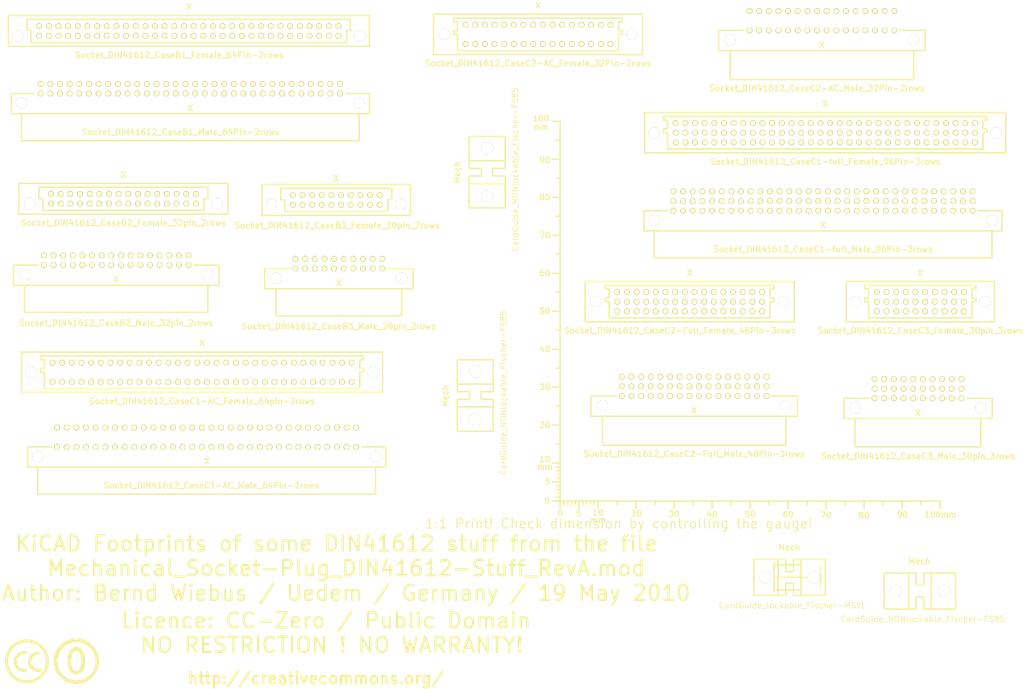
<source format=kicad_pcb>
(kicad_pcb (version 3) (host pcbnew "(2013-03-30 BZR 4007)-stable")

  (general
    (links 0)
    (no_connects 0)
    (area -18.90696 -26.19887 447.611076 173.60007)
    (thickness 1.6002)
    (drawings 6)
    (tracks 0)
    (zones 0)
    (modules 23)
    (nets 1)
  )

  (page A4)
  (layers
    (15 Vorderseite signal)
    (0 Rückseite signal)
    (16 B.Adhes user)
    (17 F.Adhes user)
    (18 B.Paste user)
    (19 F.Paste user)
    (20 B.SilkS user)
    (21 F.SilkS user)
    (22 B.Mask user)
    (23 F.Mask user)
    (24 Dwgs.User user)
    (25 Cmts.User user)
    (26 Eco1.User user)
    (27 Eco2.User user)
    (28 Edge.Cuts user)
  )

  (setup
    (last_trace_width 0.2032)
    (trace_clearance 0.254)
    (zone_clearance 0.508)
    (zone_45_only no)
    (trace_min 0.2032)
    (segment_width 0.381)
    (edge_width 0.381)
    (via_size 0.889)
    (via_drill 0.635)
    (via_min_size 0.889)
    (via_min_drill 0.508)
    (uvia_size 0.508)
    (uvia_drill 0.127)
    (uvias_allowed no)
    (uvia_min_size 0.508)
    (uvia_min_drill 0.127)
    (pcb_text_width 0.3048)
    (pcb_text_size 1.524 2.032)
    (mod_edge_width 0.381)
    (mod_text_size 1.524 1.524)
    (mod_text_width 0.3048)
    (pad_size 1.524 1.524)
    (pad_drill 0.8128)
    (pad_to_mask_clearance 0.254)
    (aux_axis_origin 0 0)
    (visible_elements 7FFFFFFF)
    (pcbplotparams
      (layerselection 3178497)
      (usegerberextensions true)
      (excludeedgelayer true)
      (linewidth 60)
      (plotframeref false)
      (viasonmask false)
      (mode 1)
      (useauxorigin false)
      (hpglpennumber 1)
      (hpglpenspeed 20)
      (hpglpendiameter 15)
      (hpglpenoverlay 0)
      (psnegative false)
      (psa4output false)
      (plotreference true)
      (plotvalue true)
      (plotothertext true)
      (plotinvisibletext false)
      (padsonsilk false)
      (subtractmaskfromsilk false)
      (outputformat 1)
      (mirror false)
      (drillshape 1)
      (scaleselection 1)
      (outputdirectory ""))
  )

  (net 0 "")

  (net_class Default "Dies ist die voreingestellte Netzklasse."
    (clearance 0.254)
    (trace_width 0.2032)
    (via_dia 0.889)
    (via_drill 0.635)
    (uvia_dia 0.508)
    (uvia_drill 0.127)
    (add_net "")
  )

  (module Gauge_100mm_Type2_SilkScreenTop_RevA_Date22Jun2010 (layer Vorderseite) (tedit 4D963937) (tstamp 4D88F07A)
    (at 161.80054 146.29892)
    (descr "Gauge, Massstab, 100mm, SilkScreenTop, Type 2,")
    (tags "Gauge, Massstab, 100mm, SilkScreenTop, Type 2,")
    (path Gauge_100mm_Type2_SilkScreenTop_RevA_Date22Jun2010)
    (fp_text reference MSC (at 4.0005 8.99922) (layer F.SilkS) hide
      (effects (font (size 1.524 1.524) (thickness 0.3048)))
    )
    (fp_text value Gauge_100mm_Type2_SilkScreenTop_RevA_Date22Jun2010 (at 45.9994 8.99922) (layer F.SilkS) hide
      (effects (font (size 1.524 1.524) (thickness 0.3048)))
    )
    (fp_text user mm (at 9.99998 5.00126) (layer F.SilkS)
      (effects (font (size 1.524 1.524) (thickness 0.3048)))
    )
    (fp_text user mm (at -4.0005 -8.99922) (layer F.SilkS)
      (effects (font (size 1.524 1.524) (thickness 0.3048)))
    )
    (fp_text user mm (at -5.00126 -98.5012) (layer F.SilkS)
      (effects (font (size 1.524 1.524) (thickness 0.3048)))
    )
    (fp_text user 10 (at 10.00506 3.0988) (layer F.SilkS)
      (effects (font (size 1.50114 1.50114) (thickness 0.29972)))
    )
    (fp_text user 0 (at 0.00508 3.19786) (layer F.SilkS)
      (effects (font (size 1.39954 1.50114) (thickness 0.29972)))
    )
    (fp_text user 5 (at 5.0038 3.29946) (layer F.SilkS)
      (effects (font (size 1.50114 1.50114) (thickness 0.29972)))
    )
    (fp_text user 20 (at 20.1041 3.29946) (layer F.SilkS)
      (effects (font (size 1.50114 1.50114) (thickness 0.29972)))
    )
    (fp_text user 30 (at 30.00502 3.39852) (layer F.SilkS)
      (effects (font (size 1.50114 1.50114) (thickness 0.29972)))
    )
    (fp_text user 40 (at 40.005 3.50012) (layer F.SilkS)
      (effects (font (size 1.50114 1.50114) (thickness 0.29972)))
    )
    (fp_text user 50 (at 50.00498 3.50012) (layer F.SilkS)
      (effects (font (size 1.50114 1.50114) (thickness 0.29972)))
    )
    (fp_text user 60 (at 60.00496 3.50012) (layer F.SilkS)
      (effects (font (size 1.50114 1.50114) (thickness 0.29972)))
    )
    (fp_text user 70 (at 70.00494 3.70078) (layer F.SilkS)
      (effects (font (size 1.50114 1.50114) (thickness 0.29972)))
    )
    (fp_text user 80 (at 80.00492 3.79984) (layer F.SilkS)
      (effects (font (size 1.50114 1.50114) (thickness 0.29972)))
    )
    (fp_text user 90 (at 90.1065 3.60172) (layer F.SilkS)
      (effects (font (size 1.50114 1.50114) (thickness 0.29972)))
    )
    (fp_text user 100mm (at 100.10648 3.60172) (layer F.SilkS)
      (effects (font (size 1.50114 1.50114) (thickness 0.29972)))
    )
    (fp_line (start 0 -8.99922) (end -1.00076 -8.99922) (layer F.SilkS) (width 0.381))
    (fp_line (start 0 -8.001) (end -1.00076 -8.001) (layer F.SilkS) (width 0.381))
    (fp_line (start 0 -7.00024) (end -1.00076 -7.00024) (layer F.SilkS) (width 0.381))
    (fp_line (start 0 -5.99948) (end -1.00076 -5.99948) (layer F.SilkS) (width 0.381))
    (fp_line (start 0 -4.0005) (end -1.00076 -4.0005) (layer F.SilkS) (width 0.381))
    (fp_line (start 0 -2.99974) (end -1.00076 -2.99974) (layer F.SilkS) (width 0.381))
    (fp_line (start 0 -1.99898) (end -1.00076 -1.99898) (layer F.SilkS) (width 0.381))
    (fp_line (start 0 -1.00076) (end -1.00076 -1.00076) (layer F.SilkS) (width 0.381))
    (fp_line (start 0 0) (end -1.99898 0) (layer F.SilkS) (width 0.381))
    (fp_line (start 0 -5.00126) (end -1.99898 -5.00126) (layer F.SilkS) (width 0.381))
    (fp_line (start 0 -9.99998) (end -1.99898 -9.99998) (layer F.SilkS) (width 0.381))
    (fp_line (start 0 -15.00124) (end -1.00076 -15.00124) (layer F.SilkS) (width 0.381))
    (fp_line (start 0 -19.99996) (end -1.99898 -19.99996) (layer F.SilkS) (width 0.381))
    (fp_line (start 0 -25.00122) (end -1.00076 -25.00122) (layer F.SilkS) (width 0.381))
    (fp_line (start 0 -29.99994) (end -1.99898 -29.99994) (layer F.SilkS) (width 0.381))
    (fp_line (start 0 -35.0012) (end -1.00076 -35.0012) (layer F.SilkS) (width 0.381))
    (fp_line (start 0 -39.99992) (end -1.99898 -39.99992) (layer F.SilkS) (width 0.381))
    (fp_line (start 0 -45.00118) (end -1.00076 -45.00118) (layer F.SilkS) (width 0.381))
    (fp_line (start 0 -49.9999) (end -1.99898 -49.9999) (layer F.SilkS) (width 0.381))
    (fp_line (start 0 -55.00116) (end -1.00076 -55.00116) (layer F.SilkS) (width 0.381))
    (fp_line (start 0 -59.99988) (end -1.99898 -59.99988) (layer F.SilkS) (width 0.381))
    (fp_line (start 0 -65.00114) (end -1.00076 -65.00114) (layer F.SilkS) (width 0.381))
    (fp_line (start 0 -69.99986) (end -1.99898 -69.99986) (layer F.SilkS) (width 0.381))
    (fp_line (start 0 -75.00112) (end -1.00076 -75.00112) (layer F.SilkS) (width 0.381))
    (fp_line (start 0 -79.99984) (end -1.99898 -79.99984) (layer F.SilkS) (width 0.381))
    (fp_line (start 0 -85.0011) (end -1.00076 -85.0011) (layer F.SilkS) (width 0.381))
    (fp_line (start 0 -89.99982) (end -1.99898 -89.99982) (layer F.SilkS) (width 0.381))
    (fp_line (start 0 -95.00108) (end -1.00076 -95.00108) (layer F.SilkS) (width 0.381))
    (fp_line (start 0 0) (end 0 -99.9998) (layer F.SilkS) (width 0.381))
    (fp_line (start 0 -99.9998) (end -1.99898 -99.9998) (layer F.SilkS) (width 0.381))
    (fp_text user 100 (at -4.99872 -100.7491) (layer F.SilkS)
      (effects (font (size 1.50114 1.50114) (thickness 0.29972)))
    )
    (fp_text user 90 (at -4.0005 -89.7509) (layer F.SilkS)
      (effects (font (size 1.50114 1.50114) (thickness 0.29972)))
    )
    (fp_text user 80 (at -4.0005 -79.99984) (layer F.SilkS)
      (effects (font (size 1.50114 1.50114) (thickness 0.29972)))
    )
    (fp_text user 70 (at -4.0005 -69.99986) (layer F.SilkS)
      (effects (font (size 1.50114 1.50114) (thickness 0.29972)))
    )
    (fp_text user 60 (at -4.0005 -59.99988) (layer F.SilkS)
      (effects (font (size 1.50114 1.50114) (thickness 0.29972)))
    )
    (fp_text user 50 (at -4.0005 -49.9999) (layer F.SilkS)
      (effects (font (size 1.50114 1.50114) (thickness 0.34036)))
    )
    (fp_text user 40 (at -4.0005 -39.99992) (layer F.SilkS)
      (effects (font (size 1.50114 1.50114) (thickness 0.29972)))
    )
    (fp_text user 30 (at -4.0005 -29.99994) (layer F.SilkS)
      (effects (font (size 1.50114 1.50114) (thickness 0.29972)))
    )
    (fp_text user 20 (at -4.0005 -19.99996) (layer F.SilkS)
      (effects (font (size 1.50114 1.50114) (thickness 0.29972)))
    )
    (fp_line (start 95.00108 0) (end 95.00108 1.00076) (layer F.SilkS) (width 0.381))
    (fp_line (start 89.99982 0) (end 89.99982 1.99898) (layer F.SilkS) (width 0.381))
    (fp_line (start 85.0011 0) (end 85.0011 1.00076) (layer F.SilkS) (width 0.381))
    (fp_line (start 79.99984 0) (end 79.99984 1.99898) (layer F.SilkS) (width 0.381))
    (fp_line (start 75.00112 0) (end 75.00112 1.00076) (layer F.SilkS) (width 0.381))
    (fp_line (start 69.99986 0) (end 69.99986 1.99898) (layer F.SilkS) (width 0.381))
    (fp_line (start 65.00114 0) (end 65.00114 1.00076) (layer F.SilkS) (width 0.381))
    (fp_line (start 59.99988 0) (end 59.99988 1.99898) (layer F.SilkS) (width 0.381))
    (fp_line (start 55.00116 0) (end 55.00116 1.00076) (layer F.SilkS) (width 0.381))
    (fp_line (start 49.9999 0) (end 49.9999 1.99898) (layer F.SilkS) (width 0.381))
    (fp_line (start 45.00118 0) (end 45.00118 1.00076) (layer F.SilkS) (width 0.381))
    (fp_line (start 39.99992 0) (end 39.99992 1.99898) (layer F.SilkS) (width 0.381))
    (fp_line (start 35.0012 0) (end 35.0012 1.00076) (layer F.SilkS) (width 0.381))
    (fp_line (start 29.99994 0) (end 29.99994 1.99898) (layer F.SilkS) (width 0.381))
    (fp_line (start 25.00122 0) (end 25.00122 1.00076) (layer F.SilkS) (width 0.381))
    (fp_line (start 19.99996 0) (end 19.99996 1.99898) (layer F.SilkS) (width 0.381))
    (fp_line (start 15.00124 0) (end 15.00124 1.00076) (layer F.SilkS) (width 0.381))
    (fp_line (start 9.99998 0) (end 99.9998 0) (layer F.SilkS) (width 0.381))
    (fp_line (start 99.9998 0) (end 99.9998 1.99898) (layer F.SilkS) (width 0.381))
    (fp_text user 5 (at -3.302 -5.10286) (layer F.SilkS)
      (effects (font (size 1.50114 1.50114) (thickness 0.29972)))
    )
    (fp_text user 0 (at -3.4036 -0.10414) (layer F.SilkS)
      (effects (font (size 1.50114 1.50114) (thickness 0.29972)))
    )
    (fp_text user 10 (at -4.0005 -11.00074) (layer F.SilkS)
      (effects (font (size 1.50114 1.50114) (thickness 0.29972)))
    )
    (fp_line (start 8.99922 0) (end 8.99922 1.00076) (layer F.SilkS) (width 0.381))
    (fp_line (start 8.001 0) (end 8.001 1.00076) (layer F.SilkS) (width 0.381))
    (fp_line (start 7.00024 0) (end 7.00024 1.00076) (layer F.SilkS) (width 0.381))
    (fp_line (start 5.99948 0) (end 5.99948 1.00076) (layer F.SilkS) (width 0.381))
    (fp_line (start 4.0005 0) (end 4.0005 1.00076) (layer F.SilkS) (width 0.381))
    (fp_line (start 2.99974 0) (end 2.99974 1.00076) (layer F.SilkS) (width 0.381))
    (fp_line (start 1.99898 0) (end 1.99898 1.00076) (layer F.SilkS) (width 0.381))
    (fp_line (start 1.00076 0) (end 1.00076 1.00076) (layer F.SilkS) (width 0.381))
    (fp_line (start 5.00126 0) (end 5.00126 1.99898) (layer F.SilkS) (width 0.381))
    (fp_line (start 0 0) (end 0 1.99898) (layer F.SilkS) (width 0.381))
    (fp_line (start 0 0) (end 9.99998 0) (layer F.SilkS) (width 0.381))
    (fp_line (start 9.99998 0) (end 9.99998 1.99898) (layer F.SilkS) (width 0.381))
  )

  (module Socket_DIN41612-CaseB1-Female_64Pin-2rows (layer Vorderseite) (tedit 4BF3B899) (tstamp 4DA631D7)
    (at 64.09944 22.49932)
    (path Socket_DIN41612-CaseB1-Female_64Pin-2rows)
    (fp_text reference X (at 0 -6.35) (layer F.SilkS)
      (effects (font (size 1.524 1.524) (thickness 0.3048)))
    )
    (fp_text value Socket_DIN41612_CaseB1_Female_64Pin-2rows (at -2.54 6.35) (layer F.SilkS)
      (effects (font (size 1.524 1.524) (thickness 0.3048)))
    )
    (fp_line (start 47.498 0) (end 47.498 -4.064) (layer F.SilkS) (width 0.381))
    (fp_line (start 47.498 -4.064) (end -47.498 -4.064) (layer F.SilkS) (width 0.381))
    (fp_line (start -47.498 -4.064) (end -47.498 4.064) (layer F.SilkS) (width 0.381))
    (fp_line (start -47.498 4.064) (end 47.498 4.064) (layer F.SilkS) (width 0.381))
    (fp_line (start 47.498 4.064) (end 47.498 0) (layer F.SilkS) (width 0.381))
    (fp_line (start 41.529 3.048) (end -41.529 3.048) (layer F.SilkS) (width 0.381))
    (fp_line (start 41.529 3.048) (end 41.529 -0.127) (layer F.SilkS) (width 0.381))
    (fp_line (start 41.529 -0.127) (end 42.545 -0.127) (layer F.SilkS) (width 0.381))
    (fp_line (start 42.545 -0.127) (end 42.545 -3.048) (layer F.SilkS) (width 0.381))
    (fp_line (start -42.545 -0.127) (end -42.545 -3.048) (layer F.SilkS) (width 0.381))
    (fp_line (start -41.529 3.048) (end -41.529 -0.127) (layer F.SilkS) (width 0.381))
    (fp_line (start -41.529 -0.127) (end -42.545 -0.127) (layer F.SilkS) (width 0.381))
    (fp_line (start 41.275 -3.048) (end -42.545 -3.048) (layer F.SilkS) (width 0.381))
    (fp_line (start -42.545 -3.048) (end -42.545 -2.667) (layer F.SilkS) (width 0.381))
    (fp_line (start 42.545 -3.048) (end 41.148 -3.048) (layer F.SilkS) (width 0.381))
    (pad 32b thru_hole circle (at -39.37 1.27 180) (size 1.50114 1.50114) (drill 0.8001)
      (layers *.Cu *.Mask F.SilkS)
    )
    (pad 31b thru_hole circle (at -36.83 1.27 180) (size 1.50114 1.50114) (drill 0.8001)
      (layers *.Cu *.Mask F.SilkS)
    )
    (pad 30b thru_hole circle (at -34.29 1.27 180) (size 1.50114 1.50114) (drill 0.8001)
      (layers *.Cu *.Mask F.SilkS)
    )
    (pad 29b thru_hole circle (at -31.75 1.27 180) (size 1.50114 1.50114) (drill 0.8001)
      (layers *.Cu *.Mask F.SilkS)
    )
    (pad 28b thru_hole circle (at -29.21 1.27 180) (size 1.50114 1.50114) (drill 0.8001)
      (layers *.Cu *.Mask F.SilkS)
    )
    (pad 27b thru_hole circle (at -26.67 1.27 180) (size 1.50114 1.50114) (drill 0.8001)
      (layers *.Cu *.Mask F.SilkS)
    )
    (pad 26b thru_hole circle (at -24.13 1.27 180) (size 1.50114 1.50114) (drill 0.8001)
      (layers *.Cu *.Mask F.SilkS)
    )
    (pad 25b thru_hole circle (at -21.59 1.27 180) (size 1.50114 1.50114) (drill 0.8001)
      (layers *.Cu *.Mask F.SilkS)
    )
    (pad 24b thru_hole circle (at -19.05 1.27 180) (size 1.50114 1.50114) (drill 0.8001)
      (layers *.Cu *.Mask F.SilkS)
    )
    (pad 23b thru_hole circle (at -16.51 1.27 180) (size 1.50114 1.50114) (drill 0.8001)
      (layers *.Cu *.Mask F.SilkS)
    )
    (pad 22b thru_hole circle (at -13.97 1.27 180) (size 1.50114 1.50114) (drill 0.8001)
      (layers *.Cu *.Mask F.SilkS)
    )
    (pad 21b thru_hole circle (at -11.43 1.27 180) (size 1.50114 1.50114) (drill 0.8001)
      (layers *.Cu *.Mask F.SilkS)
    )
    (pad 20b thru_hole circle (at -8.89 1.27 180) (size 1.50114 1.50114) (drill 0.8001)
      (layers *.Cu *.Mask F.SilkS)
    )
    (pad 19b thru_hole circle (at -6.35 1.27 180) (size 1.50114 1.50114) (drill 0.8001)
      (layers *.Cu *.Mask F.SilkS)
    )
    (pad 18b thru_hole circle (at -3.81 1.27 180) (size 1.50114 1.50114) (drill 0.8001)
      (layers *.Cu *.Mask F.SilkS)
    )
    (pad 17b thru_hole circle (at -1.27 1.27 180) (size 1.50114 1.50114) (drill 0.8001)
      (layers *.Cu *.Mask F.SilkS)
    )
    (pad 16b thru_hole circle (at 1.27 1.27 180) (size 1.50114 1.50114) (drill 0.8001)
      (layers *.Cu *.Mask F.SilkS)
    )
    (pad 15b thru_hole circle (at 3.81 1.27 180) (size 1.50114 1.50114) (drill 0.8001)
      (layers *.Cu *.Mask F.SilkS)
    )
    (pad 14b thru_hole circle (at 6.35 1.27 180) (size 1.50114 1.50114) (drill 0.8001)
      (layers *.Cu *.Mask F.SilkS)
    )
    (pad 13b thru_hole circle (at 8.89 1.27 180) (size 1.50114 1.50114) (drill 0.8001)
      (layers *.Cu *.Mask F.SilkS)
    )
    (pad 12b thru_hole circle (at 11.43 1.27 180) (size 1.50114 1.50114) (drill 0.8001)
      (layers *.Cu *.Mask F.SilkS)
    )
    (pad 11b thru_hole circle (at 13.97 1.27 180) (size 1.50114 1.50114) (drill 0.8001)
      (layers *.Cu *.Mask F.SilkS)
    )
    (pad 10b thru_hole circle (at 16.51 1.27 180) (size 1.50114 1.50114) (drill 0.8001)
      (layers *.Cu *.Mask F.SilkS)
    )
    (pad 9b thru_hole circle (at 19.05 1.27 180) (size 1.50114 1.50114) (drill 0.8001)
      (layers *.Cu *.Mask F.SilkS)
    )
    (pad 8b thru_hole circle (at 21.59 1.27 180) (size 1.50114 1.50114) (drill 0.8001)
      (layers *.Cu *.Mask F.SilkS)
    )
    (pad 7b thru_hole circle (at 24.13 1.27 180) (size 1.50114 1.50114) (drill 0.8001)
      (layers *.Cu *.Mask F.SilkS)
    )
    (pad 6b thru_hole circle (at 26.67 1.27 180) (size 1.50114 1.50114) (drill 0.8001)
      (layers *.Cu *.Mask F.SilkS)
    )
    (pad 5b thru_hole circle (at 29.21 1.27 180) (size 1.50114 1.50114) (drill 0.8001)
      (layers *.Cu *.Mask F.SilkS)
    )
    (pad 3b thru_hole circle (at 34.29 1.27 180) (size 1.50114 1.50114) (drill 0.8001)
      (layers *.Cu *.Mask F.SilkS)
    )
    (pad 4b thru_hole circle (at 31.75 1.27 180) (size 1.50114 1.50114) (drill 0.8001)
      (layers *.Cu *.Mask F.SilkS)
    )
    (pad 2b thru_hole circle (at 36.83 1.27 180) (size 1.50114 1.50114) (drill 0.8001)
      (layers *.Cu *.Mask F.SilkS)
    )
    (pad 1b thru_hole circle (at 39.37 1.27 180) (size 1.50114 1.50114) (drill 0.8001)
      (layers *.Cu *.Mask F.SilkS)
    )
    (pad 1a thru_hole circle (at 39.37 -1.27 180) (size 1.50114 1.50114) (drill 0.8001)
      (layers *.Cu *.Mask F.SilkS)
    )
    (pad 2a thru_hole circle (at 36.83 -1.27 180) (size 1.50114 1.50114) (drill 0.8001)
      (layers *.Cu *.Mask F.SilkS)
    )
    (pad 4a thru_hole circle (at 31.75 -1.27 180) (size 1.50114 1.50114) (drill 0.8001)
      (layers *.Cu *.Mask F.SilkS)
    )
    (pad 3a thru_hole circle (at 34.29 -1.27 180) (size 1.50114 1.50114) (drill 0.8001)
      (layers *.Cu *.Mask F.SilkS)
    )
    (pad 5a thru_hole circle (at 29.21 -1.27 180) (size 1.50114 1.50114) (drill 0.8001)
      (layers *.Cu *.Mask F.SilkS)
    )
    (pad 6a thru_hole circle (at 26.67 -1.27 180) (size 1.50114 1.50114) (drill 0.8001)
      (layers *.Cu *.Mask F.SilkS)
    )
    (pad 7a thru_hole circle (at 24.13 -1.27 180) (size 1.50114 1.50114) (drill 0.8001)
      (layers *.Cu *.Mask F.SilkS)
    )
    (pad 8a thru_hole circle (at 21.59 -1.27 180) (size 1.50114 1.50114) (drill 0.8001)
      (layers *.Cu *.Mask F.SilkS)
    )
    (pad 9a thru_hole circle (at 19.05 -1.27 180) (size 1.50114 1.50114) (drill 0.8001)
      (layers *.Cu *.Mask F.SilkS)
    )
    (pad 10a thru_hole circle (at 16.51 -1.27 180) (size 1.50114 1.50114) (drill 0.8001)
      (layers *.Cu *.Mask F.SilkS)
    )
    (pad 11a thru_hole circle (at 13.97 -1.27 180) (size 1.50114 1.50114) (drill 0.8001)
      (layers *.Cu *.Mask F.SilkS)
    )
    (pad 12a thru_hole circle (at 11.43 -1.27 180) (size 1.50114 1.50114) (drill 0.8001)
      (layers *.Cu *.Mask F.SilkS)
    )
    (pad 13a thru_hole circle (at 8.89 -1.27 180) (size 1.50114 1.50114) (drill 0.8001)
      (layers *.Cu *.Mask F.SilkS)
    )
    (pad 14a thru_hole circle (at 6.35 -1.27 180) (size 1.50114 1.50114) (drill 0.8001)
      (layers *.Cu *.Mask F.SilkS)
    )
    (pad 15a thru_hole circle (at 3.81 -1.27 180) (size 1.50114 1.50114) (drill 0.8001)
      (layers *.Cu *.Mask F.SilkS)
    )
    (pad 16a thru_hole circle (at 1.27 -1.27 180) (size 1.50114 1.50114) (drill 0.8001)
      (layers *.Cu *.Mask F.SilkS)
    )
    (pad 17a thru_hole circle (at -1.27 -1.27 180) (size 1.50114 1.50114) (drill 0.8001)
      (layers *.Cu *.Mask F.SilkS)
    )
    (pad 18a thru_hole circle (at -3.81 -1.27 180) (size 1.50114 1.50114) (drill 0.8001)
      (layers *.Cu *.Mask F.SilkS)
    )
    (pad 19a thru_hole circle (at -6.35 -1.27 180) (size 1.50114 1.50114) (drill 0.8001)
      (layers *.Cu *.Mask F.SilkS)
    )
    (pad 20a thru_hole circle (at -8.89 -1.27 180) (size 1.50114 1.50114) (drill 0.8001)
      (layers *.Cu *.Mask F.SilkS)
    )
    (pad 21a thru_hole circle (at -11.43 -1.27 180) (size 1.50114 1.50114) (drill 0.8001)
      (layers *.Cu *.Mask F.SilkS)
    )
    (pad 22a thru_hole circle (at -13.97 -1.27 180) (size 1.50114 1.50114) (drill 0.8001)
      (layers *.Cu *.Mask F.SilkS)
    )
    (pad 23a thru_hole circle (at -16.51 -1.27 180) (size 1.50114 1.50114) (drill 0.8001)
      (layers *.Cu *.Mask F.SilkS)
    )
    (pad 24 thru_hole circle (at -19.05 -1.27 180) (size 1.50114 1.50114) (drill 0.8001)
      (layers *.Cu *.Mask F.SilkS)
    )
    (pad 25a thru_hole circle (at -21.59 -1.27 180) (size 1.50114 1.50114) (drill 0.8001)
      (layers *.Cu *.Mask F.SilkS)
    )
    (pad 26a thru_hole circle (at -24.13 -1.27 180) (size 1.50114 1.50114) (drill 0.8001)
      (layers *.Cu *.Mask F.SilkS)
    )
    (pad 27a thru_hole circle (at -26.67 -1.27 180) (size 1.50114 1.50114) (drill 0.8001)
      (layers *.Cu *.Mask F.SilkS)
    )
    (pad 28a thru_hole circle (at -29.21 -1.27 180) (size 1.50114 1.50114) (drill 0.8001)
      (layers *.Cu *.Mask F.SilkS)
    )
    (pad 29a thru_hole circle (at -31.75 -1.27 180) (size 1.50114 1.50114) (drill 0.8001)
      (layers *.Cu *.Mask F.SilkS)
    )
    (pad 30a thru_hole circle (at -34.29 -1.27 180) (size 1.50114 1.50114) (drill 0.8001)
      (layers *.Cu *.Mask F.SilkS)
    )
    (pad 31a thru_hole circle (at -36.83 -1.27 180) (size 1.50114 1.50114) (drill 0.8001)
      (layers *.Cu *.Mask F.SilkS)
    )
    (pad 32a thru_hole circle (at -39.37 -1.27 180) (size 1.50114 1.50114) (drill 0.8001)
      (layers *.Cu *.Mask F.SilkS)
    )
    (pad 1 thru_hole circle (at -44.9961 1.27) (size 2.90068 2.90068) (drill 2.90068)
      (layers *.Cu *.Mask F.SilkS)
    )
    (pad 1 thru_hole circle (at 44.9961 1.27) (size 2.90068 2.90068) (drill 2.90068)
      (layers *.Cu *.Mask F.SilkS)
    )
  )

  (module Socket_DIN41612-CaseB1-Male_64Pin-2rows (layer Vorderseite) (tedit 4BF414C4) (tstamp 4DA631E0)
    (at 64.50076 37.70122)
    (path Socket_DIN41612-CaseB1-Male_64Pin-2rows)
    (fp_text reference X (at 0 5.08) (layer F.SilkS)
      (effects (font (size 1.524 1.524) (thickness 0.3048)))
    )
    (fp_text value Socket_DIN41612_CaseB1_Male_64Pin-2rows (at -2.54 11.43) (layer F.SilkS)
      (effects (font (size 1.524 1.524) (thickness 0.3048)))
    )
    (fp_line (start 44.45 6.604) (end 44.45 13.716) (layer F.SilkS) (width 0.381))
    (fp_line (start 44.45 13.716) (end -44.45 13.716) (layer F.SilkS) (width 0.381))
    (fp_line (start -44.45 13.716) (end -44.45 6.604) (layer F.SilkS) (width 0.381))
    (fp_line (start 47.117 1.27) (end 40.767 1.27) (layer F.SilkS) (width 0.381))
    (fp_line (start 47.117 1.27) (end 47.117 6.604) (layer F.SilkS) (width 0.381))
    (fp_line (start 47.117 6.604) (end -47.117 6.604) (layer F.SilkS) (width 0.381))
    (fp_line (start -47.117 6.604) (end -47.117 1.27) (layer F.SilkS) (width 0.381))
    (fp_line (start -47.117 1.27) (end -41.148 1.27) (layer F.SilkS) (width 0.381))
    (pad 32b thru_hole circle (at -39.37 1.27 180) (size 1.50114 1.50114) (drill 0.8001)
      (layers *.Cu *.Mask F.SilkS)
    )
    (pad 31b thru_hole circle (at -36.83 1.27 180) (size 1.50114 1.50114) (drill 0.8001)
      (layers *.Cu *.Mask F.SilkS)
    )
    (pad 30b thru_hole circle (at -34.29 1.27 180) (size 1.50114 1.50114) (drill 0.8001)
      (layers *.Cu *.Mask F.SilkS)
    )
    (pad 29b thru_hole circle (at -31.75 1.27 180) (size 1.50114 1.50114) (drill 0.8001)
      (layers *.Cu *.Mask F.SilkS)
    )
    (pad 28b thru_hole circle (at -29.21 1.27 180) (size 1.50114 1.50114) (drill 0.8001)
      (layers *.Cu *.Mask F.SilkS)
    )
    (pad 27b thru_hole circle (at -26.67 1.27 180) (size 1.50114 1.50114) (drill 0.8001)
      (layers *.Cu *.Mask F.SilkS)
    )
    (pad 26b thru_hole circle (at -24.13 1.27 180) (size 1.50114 1.50114) (drill 0.8001)
      (layers *.Cu *.Mask F.SilkS)
    )
    (pad 25b thru_hole circle (at -21.59 1.27 180) (size 1.50114 1.50114) (drill 0.8001)
      (layers *.Cu *.Mask F.SilkS)
    )
    (pad 24b thru_hole circle (at -19.05 1.27 180) (size 1.50114 1.50114) (drill 0.8001)
      (layers *.Cu *.Mask F.SilkS)
    )
    (pad 23b thru_hole circle (at -16.51 1.27 180) (size 1.50114 1.50114) (drill 0.8001)
      (layers *.Cu *.Mask F.SilkS)
    )
    (pad 22b thru_hole circle (at -13.97 1.27 180) (size 1.50114 1.50114) (drill 0.8001)
      (layers *.Cu *.Mask F.SilkS)
    )
    (pad 21b thru_hole circle (at -11.43 1.27 180) (size 1.50114 1.50114) (drill 0.8001)
      (layers *.Cu *.Mask F.SilkS)
    )
    (pad 20b thru_hole circle (at -8.89 1.27 180) (size 1.50114 1.50114) (drill 0.8001)
      (layers *.Cu *.Mask F.SilkS)
    )
    (pad 19b thru_hole circle (at -6.35 1.27 180) (size 1.50114 1.50114) (drill 0.8001)
      (layers *.Cu *.Mask F.SilkS)
    )
    (pad 18b thru_hole circle (at -3.81 1.27 180) (size 1.50114 1.50114) (drill 0.8001)
      (layers *.Cu *.Mask F.SilkS)
    )
    (pad 17b thru_hole circle (at -1.27 1.27 180) (size 1.50114 1.50114) (drill 0.8001)
      (layers *.Cu *.Mask F.SilkS)
    )
    (pad 16b thru_hole circle (at 1.27 1.27 180) (size 1.50114 1.50114) (drill 0.8001)
      (layers *.Cu *.Mask F.SilkS)
    )
    (pad 15b thru_hole circle (at 3.81 1.27 180) (size 1.50114 1.50114) (drill 0.8001)
      (layers *.Cu *.Mask F.SilkS)
    )
    (pad 14b thru_hole circle (at 6.35 1.27 180) (size 1.50114 1.50114) (drill 0.8001)
      (layers *.Cu *.Mask F.SilkS)
    )
    (pad 13b thru_hole circle (at 8.89 1.27 180) (size 1.50114 1.50114) (drill 0.8001)
      (layers *.Cu *.Mask F.SilkS)
    )
    (pad 12b thru_hole circle (at 11.43 1.27 180) (size 1.50114 1.50114) (drill 0.8001)
      (layers *.Cu *.Mask F.SilkS)
    )
    (pad 11b thru_hole circle (at 13.97 1.27 180) (size 1.50114 1.50114) (drill 0.8001)
      (layers *.Cu *.Mask F.SilkS)
    )
    (pad 10b thru_hole circle (at 16.51 1.27 180) (size 1.50114 1.50114) (drill 0.8001)
      (layers *.Cu *.Mask F.SilkS)
    )
    (pad 9b thru_hole circle (at 19.05 1.27 180) (size 1.50114 1.50114) (drill 0.8001)
      (layers *.Cu *.Mask F.SilkS)
    )
    (pad 8b thru_hole circle (at 21.59 1.27 180) (size 1.50114 1.50114) (drill 0.8001)
      (layers *.Cu *.Mask F.SilkS)
    )
    (pad 7b thru_hole circle (at 24.13 1.27 180) (size 1.50114 1.50114) (drill 0.8001)
      (layers *.Cu *.Mask F.SilkS)
    )
    (pad 6b thru_hole circle (at 26.67 1.27 180) (size 1.50114 1.50114) (drill 0.8001)
      (layers *.Cu *.Mask F.SilkS)
    )
    (pad 5b thru_hole circle (at 29.21 1.27 180) (size 1.50114 1.50114) (drill 0.8001)
      (layers *.Cu *.Mask F.SilkS)
    )
    (pad 3b thru_hole circle (at 34.29 1.27 180) (size 1.50114 1.50114) (drill 0.8001)
      (layers *.Cu *.Mask F.SilkS)
    )
    (pad 4b thru_hole circle (at 31.75 1.27 180) (size 1.50114 1.50114) (drill 0.8001)
      (layers *.Cu *.Mask F.SilkS)
    )
    (pad 2b thru_hole circle (at 36.83 1.27 180) (size 1.50114 1.50114) (drill 0.8001)
      (layers *.Cu *.Mask F.SilkS)
    )
    (pad 1b thru_hole circle (at 39.37 1.27 180) (size 1.50114 1.50114) (drill 0.8001)
      (layers *.Cu *.Mask F.SilkS)
    )
    (pad 1a thru_hole circle (at 39.37 -1.27 180) (size 1.50114 1.50114) (drill 0.8001)
      (layers *.Cu *.Mask F.SilkS)
    )
    (pad 2a thru_hole circle (at 36.83 -1.27 180) (size 1.50114 1.50114) (drill 0.8001)
      (layers *.Cu *.Mask F.SilkS)
    )
    (pad 4a thru_hole circle (at 31.75 -1.27 180) (size 1.50114 1.50114) (drill 0.8001)
      (layers *.Cu *.Mask F.SilkS)
    )
    (pad 3a thru_hole circle (at 34.29 -1.27 180) (size 1.50114 1.50114) (drill 0.8001)
      (layers *.Cu *.Mask F.SilkS)
    )
    (pad 5a thru_hole circle (at 29.21 -1.27 180) (size 1.50114 1.50114) (drill 0.8001)
      (layers *.Cu *.Mask F.SilkS)
    )
    (pad 6a thru_hole circle (at 26.67 -1.27 180) (size 1.50114 1.50114) (drill 0.8001)
      (layers *.Cu *.Mask F.SilkS)
    )
    (pad 7a thru_hole circle (at 24.13 -1.27 180) (size 1.50114 1.50114) (drill 0.8001)
      (layers *.Cu *.Mask F.SilkS)
    )
    (pad 8a thru_hole circle (at 21.59 -1.27 180) (size 1.50114 1.50114) (drill 0.8001)
      (layers *.Cu *.Mask F.SilkS)
    )
    (pad 9a thru_hole circle (at 19.05 -1.27 180) (size 1.50114 1.50114) (drill 0.8001)
      (layers *.Cu *.Mask F.SilkS)
    )
    (pad 10a thru_hole circle (at 16.51 -1.27 180) (size 1.50114 1.50114) (drill 0.8001)
      (layers *.Cu *.Mask F.SilkS)
    )
    (pad 11a thru_hole circle (at 13.97 -1.27 180) (size 1.50114 1.50114) (drill 0.8001)
      (layers *.Cu *.Mask F.SilkS)
    )
    (pad 12a thru_hole circle (at 11.43 -1.27 180) (size 1.50114 1.50114) (drill 0.8001)
      (layers *.Cu *.Mask F.SilkS)
    )
    (pad 13a thru_hole circle (at 8.89 -1.27 180) (size 1.50114 1.50114) (drill 0.8001)
      (layers *.Cu *.Mask F.SilkS)
    )
    (pad 14a thru_hole circle (at 6.35 -1.27 180) (size 1.50114 1.50114) (drill 0.8001)
      (layers *.Cu *.Mask F.SilkS)
    )
    (pad 15a thru_hole circle (at 3.81 -1.27 180) (size 1.50114 1.50114) (drill 0.8001)
      (layers *.Cu *.Mask F.SilkS)
    )
    (pad 16a thru_hole circle (at 1.27 -1.27 180) (size 1.50114 1.50114) (drill 0.8001)
      (layers *.Cu *.Mask F.SilkS)
    )
    (pad 17a thru_hole circle (at -1.27 -1.27 180) (size 1.50114 1.50114) (drill 0.8001)
      (layers *.Cu *.Mask F.SilkS)
    )
    (pad 18a thru_hole circle (at -3.81 -1.27 180) (size 1.50114 1.50114) (drill 0.8001)
      (layers *.Cu *.Mask F.SilkS)
    )
    (pad 19a thru_hole circle (at -6.35 -1.27 180) (size 1.50114 1.50114) (drill 0.8001)
      (layers *.Cu *.Mask F.SilkS)
    )
    (pad 20a thru_hole circle (at -8.89 -1.27 180) (size 1.50114 1.50114) (drill 0.8001)
      (layers *.Cu *.Mask F.SilkS)
    )
    (pad 21a thru_hole circle (at -11.43 -1.27 180) (size 1.50114 1.50114) (drill 0.8001)
      (layers *.Cu *.Mask F.SilkS)
    )
    (pad 22a thru_hole circle (at -13.97 -1.27 180) (size 1.50114 1.50114) (drill 0.8001)
      (layers *.Cu *.Mask F.SilkS)
    )
    (pad 23a thru_hole circle (at -16.51 -1.27 180) (size 1.50114 1.50114) (drill 0.8001)
      (layers *.Cu *.Mask F.SilkS)
    )
    (pad 24 thru_hole circle (at -19.05 -1.27 180) (size 1.50114 1.50114) (drill 0.8001)
      (layers *.Cu *.Mask F.SilkS)
    )
    (pad 25a thru_hole circle (at -21.59 -1.27 180) (size 1.50114 1.50114) (drill 0.8001)
      (layers *.Cu *.Mask F.SilkS)
    )
    (pad 26a thru_hole circle (at -24.13 -1.27 180) (size 1.50114 1.50114) (drill 0.8001)
      (layers *.Cu *.Mask F.SilkS)
    )
    (pad 27a thru_hole circle (at -26.67 -1.27 180) (size 1.50114 1.50114) (drill 0.8001)
      (layers *.Cu *.Mask F.SilkS)
    )
    (pad 28a thru_hole circle (at -29.21 -1.27 180) (size 1.50114 1.50114) (drill 0.8001)
      (layers *.Cu *.Mask F.SilkS)
    )
    (pad 29a thru_hole circle (at -31.75 -1.27 180) (size 1.50114 1.50114) (drill 0.8001)
      (layers *.Cu *.Mask F.SilkS)
    )
    (pad 30a thru_hole circle (at -34.29 -1.27 180) (size 1.50114 1.50114) (drill 0.8001)
      (layers *.Cu *.Mask F.SilkS)
    )
    (pad 31a thru_hole circle (at -36.83 -1.27 180) (size 1.50114 1.50114) (drill 0.8001)
      (layers *.Cu *.Mask F.SilkS)
    )
    (pad 32a thru_hole circle (at -39.37 -1.27 180) (size 1.50114 1.50114) (drill 0.8001)
      (layers *.Cu *.Mask F.SilkS)
    )
    (pad 1 thru_hole circle (at -44.45 3.81) (size 2.90068 2.90068) (drill 2.90068)
      (layers *.Cu *.Mask F.SilkS)
    )
    (pad 1 thru_hole circle (at 44.45 3.81) (size 2.90068 2.90068) (drill 2.90068)
      (layers *.Cu *.Mask F.SilkS)
    )
  )

  (module Socket_DIN41612-CaseB2-Female_32Pin-2rows (layer Vorderseite) (tedit 4BF3B883) (tstamp 4DA631EF)
    (at 46.9011 66.7004)
    (path Socket_DIN41612-CaseB2-Female_32Pin-2rows)
    (fp_text reference X (at 0 -6.35) (layer F.SilkS)
      (effects (font (size 1.524 1.524) (thickness 0.3048)))
    )
    (fp_text value Socket_DIN41612_CaseB2_Female_32pin_2rows (at 0 6.35) (layer F.SilkS)
      (effects (font (size 1.524 1.524) (thickness 0.3048)))
    )
    (fp_line (start 27.559 0) (end 27.559 -4.064) (layer F.SilkS) (width 0.381))
    (fp_line (start 27.559 -4.064) (end -27.559 -4.064) (layer F.SilkS) (width 0.381))
    (fp_line (start -27.559 -4.064) (end -27.559 4.064) (layer F.SilkS) (width 0.381))
    (fp_line (start -27.559 4.064) (end 27.559 4.064) (layer F.SilkS) (width 0.381))
    (fp_line (start 27.559 4.064) (end 27.559 0) (layer F.SilkS) (width 0.381))
    (fp_line (start -21.209 3.048) (end 21.209 3.048) (layer F.SilkS) (width 0.381))
    (fp_line (start -21.209 3.048) (end -21.209 0) (layer F.SilkS) (width 0.381))
    (fp_line (start -21.209 0) (end -22.225 0) (layer F.SilkS) (width 0.381))
    (fp_line (start -22.225 0) (end -22.225 -3.048) (layer F.SilkS) (width 0.381))
    (fp_line (start 22.225 0) (end 22.225 -3.048) (layer F.SilkS) (width 0.381))
    (fp_line (start 21.209 3.048) (end 21.209 0) (layer F.SilkS) (width 0.381))
    (fp_line (start 21.209 0) (end 22.225 0) (layer F.SilkS) (width 0.381))
    (fp_line (start 22.225 -3.048) (end -22.225 -3.048) (layer F.SilkS) (width 0.381))
    (pad 16b thru_hole circle (at -19.05 1.27 180) (size 1.50114 1.50114) (drill 0.8001)
      (layers *.Cu *.Mask F.SilkS)
    )
    (pad 15b thru_hole circle (at -16.51 1.27 180) (size 1.50114 1.50114) (drill 0.8001)
      (layers *.Cu *.Mask F.SilkS)
    )
    (pad 14b thru_hole circle (at -13.97 1.27 180) (size 1.50114 1.50114) (drill 0.8001)
      (layers *.Cu *.Mask F.SilkS)
    )
    (pad 13b thru_hole circle (at -11.43 1.27 180) (size 1.50114 1.50114) (drill 0.8001)
      (layers *.Cu *.Mask F.SilkS)
    )
    (pad 12b thru_hole circle (at -8.89 1.27 180) (size 1.50114 1.50114) (drill 0.8001)
      (layers *.Cu *.Mask F.SilkS)
    )
    (pad 11b thru_hole circle (at -6.35 1.27 180) (size 1.50114 1.50114) (drill 0.8001)
      (layers *.Cu *.Mask F.SilkS)
    )
    (pad 10b thru_hole circle (at -3.81 1.27 180) (size 1.50114 1.50114) (drill 0.8001)
      (layers *.Cu *.Mask F.SilkS)
    )
    (pad 9b thru_hole circle (at -1.27 1.27 180) (size 1.50114 1.50114) (drill 0.8001)
      (layers *.Cu *.Mask F.SilkS)
    )
    (pad 8b thru_hole circle (at 1.27 1.27 180) (size 1.50114 1.50114) (drill 0.8001)
      (layers *.Cu *.Mask F.SilkS)
    )
    (pad 7b thru_hole circle (at 3.81 1.27 180) (size 1.50114 1.50114) (drill 0.8001)
      (layers *.Cu *.Mask F.SilkS)
    )
    (pad 6b thru_hole circle (at 6.35 1.27 180) (size 1.50114 1.50114) (drill 0.8001)
      (layers *.Cu *.Mask F.SilkS)
    )
    (pad 5b thru_hole circle (at 8.89 1.27 180) (size 1.50114 1.50114) (drill 0.8001)
      (layers *.Cu *.Mask F.SilkS)
    )
    (pad 3b thru_hole circle (at 13.97 1.27 180) (size 1.50114 1.50114) (drill 0.8001)
      (layers *.Cu *.Mask F.SilkS)
    )
    (pad 4b thru_hole circle (at 11.43 1.27 180) (size 1.50114 1.50114) (drill 0.8001)
      (layers *.Cu *.Mask F.SilkS)
    )
    (pad 2b thru_hole circle (at 16.51 1.27 180) (size 1.50114 1.50114) (drill 0.8001)
      (layers *.Cu *.Mask F.SilkS)
    )
    (pad 1b thru_hole circle (at 19.05 1.27 180) (size 1.50114 1.50114) (drill 0.8001)
      (layers *.Cu *.Mask F.SilkS)
    )
    (pad 1a thru_hole circle (at 19.05 -1.27 180) (size 1.50114 1.50114) (drill 0.8001)
      (layers *.Cu *.Mask F.SilkS)
    )
    (pad 2a thru_hole circle (at 16.51 -1.27 180) (size 1.50114 1.50114) (drill 0.8001)
      (layers *.Cu *.Mask F.SilkS)
    )
    (pad 4a thru_hole circle (at 11.43 -1.27 180) (size 1.50114 1.50114) (drill 0.8001)
      (layers *.Cu *.Mask F.SilkS)
    )
    (pad 3a thru_hole circle (at 13.97 -1.27 180) (size 1.50114 1.50114) (drill 0.8001)
      (layers *.Cu *.Mask F.SilkS)
    )
    (pad 5a thru_hole circle (at 8.89 -1.27 180) (size 1.50114 1.50114) (drill 0.8001)
      (layers *.Cu *.Mask F.SilkS)
    )
    (pad 6a thru_hole circle (at 6.35 -1.27 180) (size 1.50114 1.50114) (drill 0.8001)
      (layers *.Cu *.Mask F.SilkS)
    )
    (pad 7a thru_hole circle (at 3.81 -1.27 180) (size 1.50114 1.50114) (drill 0.8001)
      (layers *.Cu *.Mask F.SilkS)
    )
    (pad 8a thru_hole circle (at 1.27 -1.27 180) (size 1.50114 1.50114) (drill 0.8001)
      (layers *.Cu *.Mask F.SilkS)
    )
    (pad 9a thru_hole circle (at -1.27 -1.27 180) (size 1.50114 1.50114) (drill 0.8001)
      (layers *.Cu *.Mask F.SilkS)
    )
    (pad 10a thru_hole circle (at -3.81 -1.27 180) (size 1.50114 1.50114) (drill 0.8001)
      (layers *.Cu *.Mask F.SilkS)
    )
    (pad 11a thru_hole circle (at -6.35 -1.27 180) (size 1.50114 1.50114) (drill 0.8001)
      (layers *.Cu *.Mask F.SilkS)
    )
    (pad 12a thru_hole circle (at -8.89 -1.27 180) (size 1.50114 1.50114) (drill 0.8001)
      (layers *.Cu *.Mask F.SilkS)
    )
    (pad 13a thru_hole circle (at -11.43 -1.27 180) (size 1.50114 1.50114) (drill 0.8001)
      (layers *.Cu *.Mask F.SilkS)
    )
    (pad 14a thru_hole circle (at -13.97 -1.27 180) (size 1.50114 1.50114) (drill 0.8001)
      (layers *.Cu *.Mask F.SilkS)
    )
    (pad 15a thru_hole circle (at -16.51 -1.27 180) (size 1.50114 1.50114) (drill 0.8001)
      (layers *.Cu *.Mask F.SilkS)
    )
    (pad 16a thru_hole circle (at -19.05 -1.27 180) (size 1.50114 1.50114) (drill 0.8001)
      (layers *.Cu *.Mask F.SilkS)
    )
    (pad 1 thru_hole circle (at -24.6761 1.27) (size 2.90068 2.90068) (drill 2.90068)
      (layers *.Cu *.Mask F.SilkS)
    )
    (pad 1 thru_hole circle (at 24.6761 1.27) (size 2.90068 2.90068) (drill 2.90068)
      (layers *.Cu *.Mask F.SilkS)
    )
  )

  (module Socket_DIN41612-CaseB2-Male_32Pin-2rows (layer Vorderseite) (tedit 4BF414E9) (tstamp 4DA631FA)
    (at 45.00118 82.90052)
    (path Socket_DIN41612-CaseB2-Male_32Pin-2rows)
    (fp_text reference X (at 0 5.08) (layer F.SilkS)
      (effects (font (size 1.524 1.524) (thickness 0.3048)))
    )
    (fp_text value Socket_DIN41612_CaseB2_Male_32pin_2rows (at 0 16.51) (layer F.SilkS)
      (effects (font (size 1.524 1.524) (thickness 0.3048)))
    )
    (fp_line (start 24.13 6.604) (end 24.13 13.716) (layer F.SilkS) (width 0.381))
    (fp_line (start 24.13 13.716) (end -24.13 13.716) (layer F.SilkS) (width 0.381))
    (fp_line (start -24.13 13.716) (end -24.13 6.604) (layer F.SilkS) (width 0.381))
    (fp_line (start 27.051 1.27) (end 20.447 1.27) (layer F.SilkS) (width 0.381))
    (fp_line (start 27.051 1.27) (end 27.051 6.604) (layer F.SilkS) (width 0.381))
    (fp_line (start 27.051 6.604) (end -27.051 6.604) (layer F.SilkS) (width 0.381))
    (fp_line (start -27.051 6.604) (end -27.051 1.27) (layer F.SilkS) (width 0.381))
    (fp_line (start -27.051 1.27) (end -20.574 1.27) (layer F.SilkS) (width 0.381))
    (pad 16b thru_hole circle (at -19.05 1.27 180) (size 1.50114 1.50114) (drill 0.8001)
      (layers *.Cu *.Mask F.SilkS)
    )
    (pad 15b thru_hole circle (at -16.51 1.27 180) (size 1.50114 1.50114) (drill 0.8001)
      (layers *.Cu *.Mask F.SilkS)
    )
    (pad 14b thru_hole circle (at -13.97 1.27 180) (size 1.50114 1.50114) (drill 0.8001)
      (layers *.Cu *.Mask F.SilkS)
    )
    (pad 13b thru_hole circle (at -11.43 1.27 180) (size 1.50114 1.50114) (drill 0.8001)
      (layers *.Cu *.Mask F.SilkS)
    )
    (pad 12b thru_hole circle (at -8.89 1.27 180) (size 1.50114 1.50114) (drill 0.8001)
      (layers *.Cu *.Mask F.SilkS)
    )
    (pad 11b thru_hole circle (at -6.35 1.27 180) (size 1.50114 1.50114) (drill 0.8001)
      (layers *.Cu *.Mask F.SilkS)
    )
    (pad 10b thru_hole circle (at -3.81 1.27 180) (size 1.50114 1.50114) (drill 0.8001)
      (layers *.Cu *.Mask F.SilkS)
    )
    (pad 9b thru_hole circle (at -1.27 1.27 180) (size 1.50114 1.50114) (drill 0.8001)
      (layers *.Cu *.Mask F.SilkS)
    )
    (pad 8b thru_hole circle (at 1.27 1.27 180) (size 1.50114 1.50114) (drill 0.8001)
      (layers *.Cu *.Mask F.SilkS)
    )
    (pad 7b thru_hole circle (at 3.81 1.27 180) (size 1.50114 1.50114) (drill 0.8001)
      (layers *.Cu *.Mask F.SilkS)
    )
    (pad 6b thru_hole circle (at 6.35 1.27 180) (size 1.50114 1.50114) (drill 0.8001)
      (layers *.Cu *.Mask F.SilkS)
    )
    (pad 5b thru_hole circle (at 8.89 1.27 180) (size 1.50114 1.50114) (drill 0.8001)
      (layers *.Cu *.Mask F.SilkS)
    )
    (pad 3b thru_hole circle (at 13.97 1.27 180) (size 1.50114 1.50114) (drill 0.8001)
      (layers *.Cu *.Mask F.SilkS)
    )
    (pad 4b thru_hole circle (at 11.43 1.27 180) (size 1.50114 1.50114) (drill 0.8001)
      (layers *.Cu *.Mask F.SilkS)
    )
    (pad 2b thru_hole circle (at 16.51 1.27 180) (size 1.50114 1.50114) (drill 0.8001)
      (layers *.Cu *.Mask F.SilkS)
    )
    (pad 1b thru_hole circle (at 19.05 1.27 180) (size 1.50114 1.50114) (drill 0.8001)
      (layers *.Cu *.Mask F.SilkS)
    )
    (pad 1a thru_hole circle (at 19.05 -1.27 180) (size 1.50114 1.50114) (drill 0.8001)
      (layers *.Cu *.Mask F.SilkS)
    )
    (pad 2a thru_hole circle (at 16.51 -1.27 180) (size 1.50114 1.50114) (drill 0.8001)
      (layers *.Cu *.Mask F.SilkS)
    )
    (pad 4a thru_hole circle (at 11.43 -1.27 180) (size 1.50114 1.50114) (drill 0.8001)
      (layers *.Cu *.Mask F.SilkS)
    )
    (pad 3a thru_hole circle (at 13.97 -1.27 180) (size 1.50114 1.50114) (drill 0.8001)
      (layers *.Cu *.Mask F.SilkS)
    )
    (pad 5a thru_hole circle (at 8.89 -1.27 180) (size 1.50114 1.50114) (drill 0.8001)
      (layers *.Cu *.Mask F.SilkS)
    )
    (pad 6a thru_hole circle (at 6.35 -1.27 180) (size 1.50114 1.50114) (drill 0.8001)
      (layers *.Cu *.Mask F.SilkS)
    )
    (pad 7a thru_hole circle (at 3.81 -1.27 180) (size 1.50114 1.50114) (drill 0.8001)
      (layers *.Cu *.Mask F.SilkS)
    )
    (pad 8a thru_hole circle (at 1.27 -1.27 180) (size 1.50114 1.50114) (drill 0.8001)
      (layers *.Cu *.Mask F.SilkS)
    )
    (pad 9a thru_hole circle (at -1.27 -1.27 180) (size 1.50114 1.50114) (drill 0.8001)
      (layers *.Cu *.Mask F.SilkS)
    )
    (pad 10a thru_hole circle (at -3.81 -1.27 180) (size 1.50114 1.50114) (drill 0.8001)
      (layers *.Cu *.Mask F.SilkS)
    )
    (pad 11a thru_hole circle (at -6.35 -1.27 180) (size 1.50114 1.50114) (drill 0.8001)
      (layers *.Cu *.Mask F.SilkS)
    )
    (pad 12a thru_hole circle (at -8.89 -1.27 180) (size 1.50114 1.50114) (drill 0.8001)
      (layers *.Cu *.Mask F.SilkS)
    )
    (pad 13a thru_hole circle (at -11.43 -1.27 180) (size 1.50114 1.50114) (drill 0.8001)
      (layers *.Cu *.Mask F.SilkS)
    )
    (pad 14a thru_hole circle (at -13.97 -1.27 180) (size 1.50114 1.50114) (drill 0.8001)
      (layers *.Cu *.Mask F.SilkS)
    )
    (pad 15a thru_hole circle (at -16.51 -1.27 180) (size 1.50114 1.50114) (drill 0.8001)
      (layers *.Cu *.Mask F.SilkS)
    )
    (pad 16a thru_hole circle (at -19.05 -1.27 180) (size 1.50114 1.50114) (drill 0.8001)
      (layers *.Cu *.Mask F.SilkS)
    )
    (pad 1 thru_hole circle (at -24.13 3.81) (size 2.90068 2.90068) (drill 2.90068)
      (layers *.Cu *.Mask F.SilkS)
    )
    (pad 1 thru_hole circle (at 24.13 3.81) (size 2.90068 2.90068) (drill 2.90068)
      (layers *.Cu *.Mask F.SilkS)
    )
  )

  (module Socket_DIN41612-CaseB3-Female_20Pin-2rows (layer Vorderseite) (tedit 4BF3B861) (tstamp 4DA6320C)
    (at 102.90048 67.00012)
    (path Socket_DIN41612-CaseB3-Female_20Pin-2rows)
    (fp_text reference X (at -0.127 -5.588) (layer F.SilkS)
      (effects (font (size 1.524 1.524) (thickness 0.3048)))
    )
    (fp_text value Socket_DIN41612_CaseB3_Female_20pin_2rows (at 0.254 6.731) (layer F.SilkS)
      (effects (font (size 1.524 1.524) (thickness 0.3048)))
    )
    (fp_line (start 19.558 -4.064) (end -19.558 -4.064) (layer F.SilkS) (width 0.381))
    (fp_line (start -19.558 -4.064) (end -19.558 4.064) (layer F.SilkS) (width 0.381))
    (fp_line (start -19.558 4.064) (end 19.558 4.064) (layer F.SilkS) (width 0.381))
    (fp_line (start 19.558 4.064) (end 19.558 -4.064) (layer F.SilkS) (width 0.381))
    (fp_line (start -13.589 3.048) (end 13.589 3.048) (layer F.SilkS) (width 0.381))
    (fp_line (start -13.589 3.048) (end -13.589 0) (layer F.SilkS) (width 0.381))
    (fp_line (start -13.589 0) (end -14.605 0) (layer F.SilkS) (width 0.381))
    (fp_line (start -14.605 0) (end -14.605 -3.048) (layer F.SilkS) (width 0.381))
    (fp_line (start 13.589 3.048) (end 13.589 -0.127) (layer F.SilkS) (width 0.381))
    (fp_line (start 13.589 -0.127) (end 14.605 -0.127) (layer F.SilkS) (width 0.381))
    (fp_line (start 14.605 -0.127) (end 14.605 -3.048) (layer F.SilkS) (width 0.381))
    (fp_line (start 13.589 -3.048) (end -14.605 -3.048) (layer F.SilkS) (width 0.381))
    (fp_line (start 14.605 -3.048) (end 13.589 -3.048) (layer F.SilkS) (width 0.381))
    (pad 10b thru_hole circle (at -11.43 1.27 180) (size 1.50114 1.50114) (drill 0.8001)
      (layers *.Cu *.Mask F.SilkS)
    )
    (pad 9b thru_hole circle (at -8.89 1.27 180) (size 1.50114 1.50114) (drill 0.8001)
      (layers *.Cu *.Mask F.SilkS)
    )
    (pad 8b thru_hole circle (at -6.35 1.27 180) (size 1.50114 1.50114) (drill 0.8001)
      (layers *.Cu *.Mask F.SilkS)
    )
    (pad 7b thru_hole circle (at -3.81 1.27 180) (size 1.50114 1.50114) (drill 0.8001)
      (layers *.Cu *.Mask F.SilkS)
    )
    (pad 6b thru_hole circle (at -1.27 1.27 180) (size 1.50114 1.50114) (drill 0.8001)
      (layers *.Cu *.Mask F.SilkS)
    )
    (pad 5b thru_hole circle (at 1.27 1.27 180) (size 1.50114 1.50114) (drill 0.8001)
      (layers *.Cu *.Mask F.SilkS)
    )
    (pad 3b thru_hole circle (at 6.35 1.27 180) (size 1.50114 1.50114) (drill 0.8001)
      (layers *.Cu *.Mask F.SilkS)
    )
    (pad 4b thru_hole circle (at 3.81 1.27 180) (size 1.50114 1.50114) (drill 0.8001)
      (layers *.Cu *.Mask F.SilkS)
    )
    (pad 2b thru_hole circle (at 8.89 1.27 180) (size 1.50114 1.50114) (drill 0.8001)
      (layers *.Cu *.Mask F.SilkS)
    )
    (pad 1b thru_hole circle (at 11.43 1.27 180) (size 1.50114 1.50114) (drill 0.8001)
      (layers *.Cu *.Mask F.SilkS)
    )
    (pad 1a thru_hole circle (at 11.43 -1.27 180) (size 1.50114 1.50114) (drill 0.8001)
      (layers *.Cu *.Mask F.SilkS)
    )
    (pad 2a thru_hole circle (at 8.89 -1.27 180) (size 1.50114 1.50114) (drill 0.8001)
      (layers *.Cu *.Mask F.SilkS)
    )
    (pad 4a thru_hole circle (at 3.81 -1.27 180) (size 1.50114 1.50114) (drill 0.8001)
      (layers *.Cu *.Mask F.SilkS)
    )
    (pad 3a thru_hole circle (at 6.35 -1.27 180) (size 1.50114 1.50114) (drill 0.8001)
      (layers *.Cu *.Mask F.SilkS)
    )
    (pad 5a thru_hole circle (at 1.27 -1.27 180) (size 1.50114 1.50114) (drill 0.8001)
      (layers *.Cu *.Mask F.SilkS)
    )
    (pad 6a thru_hole circle (at -1.27 -1.27 180) (size 1.50114 1.50114) (drill 0.8001)
      (layers *.Cu *.Mask F.SilkS)
    )
    (pad 7a thru_hole circle (at -3.81 -1.27 180) (size 1.50114 1.50114) (drill 0.8001)
      (layers *.Cu *.Mask F.SilkS)
    )
    (pad 8a thru_hole circle (at -6.35 -1.27 180) (size 1.50114 1.50114) (drill 0.8001)
      (layers *.Cu *.Mask F.SilkS)
    )
    (pad 9a thru_hole circle (at -8.89 -1.27 180) (size 1.50114 1.50114) (drill 0.8001)
      (layers *.Cu *.Mask F.SilkS)
    )
    (pad 10a thru_hole circle (at -11.43 -1.27 180) (size 1.50114 1.50114) (drill 0.8001)
      (layers *.Cu *.Mask F.SilkS)
    )
    (pad 1 thru_hole circle (at -17.0307 1.27) (size 2.90068 2.90068) (drill 2.90068)
      (layers *.Cu *.Mask F.SilkS)
    )
    (pad 1 thru_hole circle (at 17.0307 1.27) (size 2.90068 2.90068) (drill 2.90068)
      (layers *.Cu *.Mask F.SilkS)
    )
  )

  (module Socket_DIN41612-CaseB3-Male_20Pin-2rows (layer Vorderseite) (tedit 4BF41513) (tstamp 4DA6321C)
    (at 103.59898 83.79968)
    (path Socket_DIN41612-CaseB3-Male_20Pin-2rows)
    (fp_text reference X (at 0 5.08) (layer F.SilkS)
      (effects (font (size 1.524 1.524) (thickness 0.3048)))
    )
    (fp_text value Socket_DIN41612_CaseB3_Male_20pin_2rows (at 0 16.51) (layer F.SilkS)
      (effects (font (size 1.524 1.524) (thickness 0.3048)))
    )
    (fp_line (start 16.51 6.604) (end 16.51 13.716) (layer F.SilkS) (width 0.381))
    (fp_line (start 16.51 13.716) (end -16.51 13.716) (layer F.SilkS) (width 0.381))
    (fp_line (start -16.51 13.716) (end -16.51 6.604) (layer F.SilkS) (width 0.381))
    (fp_line (start 19.558 1.27) (end 12.827 1.27) (layer F.SilkS) (width 0.381))
    (fp_line (start 19.558 1.27) (end 19.558 6.604) (layer F.SilkS) (width 0.381))
    (fp_line (start 19.558 6.604) (end -19.558 6.604) (layer F.SilkS) (width 0.381))
    (fp_line (start -19.558 6.604) (end -19.558 1.27) (layer F.SilkS) (width 0.381))
    (fp_line (start -19.558 1.27) (end -12.827 1.27) (layer F.SilkS) (width 0.381))
    (pad 10b thru_hole circle (at -11.43 1.27 180) (size 1.50114 1.50114) (drill 0.8001)
      (layers *.Cu *.Mask F.SilkS)
    )
    (pad 9b thru_hole circle (at -8.89 1.27 180) (size 1.50114 1.50114) (drill 0.8001)
      (layers *.Cu *.Mask F.SilkS)
    )
    (pad 8b thru_hole circle (at -6.35 1.27 180) (size 1.50114 1.50114) (drill 0.8001)
      (layers *.Cu *.Mask F.SilkS)
    )
    (pad 7b thru_hole circle (at -3.81 1.27 180) (size 1.50114 1.50114) (drill 0.8001)
      (layers *.Cu *.Mask F.SilkS)
    )
    (pad 6b thru_hole circle (at -1.27 1.27 180) (size 1.50114 1.50114) (drill 0.8001)
      (layers *.Cu *.Mask F.SilkS)
    )
    (pad 5b thru_hole circle (at 1.27 1.27 180) (size 1.50114 1.50114) (drill 0.8001)
      (layers *.Cu *.Mask F.SilkS)
    )
    (pad 3b thru_hole circle (at 6.35 1.27 180) (size 1.50114 1.50114) (drill 0.8001)
      (layers *.Cu *.Mask F.SilkS)
    )
    (pad 4b thru_hole circle (at 3.81 1.27 180) (size 1.50114 1.50114) (drill 0.8001)
      (layers *.Cu *.Mask F.SilkS)
    )
    (pad 2b thru_hole circle (at 8.89 1.27 180) (size 1.50114 1.50114) (drill 0.8001)
      (layers *.Cu *.Mask F.SilkS)
    )
    (pad 1b thru_hole circle (at 11.43 1.27 180) (size 1.50114 1.50114) (drill 0.8001)
      (layers *.Cu *.Mask F.SilkS)
    )
    (pad 1a thru_hole circle (at 11.43 -1.27 180) (size 1.50114 1.50114) (drill 0.8001)
      (layers *.Cu *.Mask F.SilkS)
    )
    (pad 2a thru_hole circle (at 8.89 -1.27 180) (size 1.50114 1.50114) (drill 0.8001)
      (layers *.Cu *.Mask F.SilkS)
    )
    (pad 4a thru_hole circle (at 3.81 -1.27 180) (size 1.50114 1.50114) (drill 0.8001)
      (layers *.Cu *.Mask F.SilkS)
    )
    (pad 3a thru_hole circle (at 6.35 -1.27 180) (size 1.50114 1.50114) (drill 0.8001)
      (layers *.Cu *.Mask F.SilkS)
    )
    (pad 5a thru_hole circle (at 1.27 -1.27 180) (size 1.50114 1.50114) (drill 0.8001)
      (layers *.Cu *.Mask F.SilkS)
    )
    (pad 6a thru_hole circle (at -1.27 -1.27 180) (size 1.50114 1.50114) (drill 0.8001)
      (layers *.Cu *.Mask F.SilkS)
    )
    (pad 7a thru_hole circle (at -3.81 -1.27 180) (size 1.50114 1.50114) (drill 0.8001)
      (layers *.Cu *.Mask F.SilkS)
    )
    (pad 8a thru_hole circle (at -6.35 -1.27 180) (size 1.50114 1.50114) (drill 0.8001)
      (layers *.Cu *.Mask F.SilkS)
    )
    (pad 9a thru_hole circle (at -8.89 -1.27 180) (size 1.50114 1.50114) (drill 0.8001)
      (layers *.Cu *.Mask F.SilkS)
    )
    (pad 10a thru_hole circle (at -11.43 -1.27 180) (size 1.50114 1.50114) (drill 0.8001)
      (layers *.Cu *.Mask F.SilkS)
    )
    (pad 1 thru_hole circle (at -16.51 3.81) (size 2.90068 2.90068) (drill 2.90068)
      (layers *.Cu *.Mask F.SilkS)
    )
    (pad 1 thru_hole circle (at 16.51 3.81) (size 2.90068 2.90068) (drill 2.90068)
      (layers *.Cu *.Mask F.SilkS)
    )
  )

  (module Socket_DIN41612-CaseC1-AC-Female-64Pin-2rows (layer Vorderseite) (tedit 4BF40279) (tstamp 4DA6322C)
    (at 67.59956 112.40008)
    (path Socket_DIN41612-CaseC1-AC-Female-64Pin-2rows)
    (fp_text reference X (at 0 -7.62) (layer F.SilkS)
      (effects (font (size 1.524 1.524) (thickness 0.3048)))
    )
    (fp_text value Socket_DIN41612_CaseC1-AC_Female_64pin-2rows (at 0 7.62) (layer F.SilkS)
      (effects (font (size 1.524 1.524) (thickness 0.3048)))
    )
    (fp_line (start 47.498 -5.3086) (end -47.498 -5.3086) (layer F.SilkS) (width 0.381))
    (fp_line (start -47.498 -5.3086) (end -47.498 5.3086) (layer F.SilkS) (width 0.381))
    (fp_line (start -47.498 5.3086) (end 47.498 5.3086) (layer F.SilkS) (width 0.381))
    (fp_line (start 47.498 5.3086) (end 47.498 -5.3086) (layer F.SilkS) (width 0.381))
    (fp_line (start -41.5036 4.2672) (end 41.5544 4.2672) (layer F.SilkS) (width 0.381))
    (fp_line (start -41.5036 4.2672) (end -41.5036 0) (layer F.SilkS) (width 0.381))
    (fp_line (start -41.5036 0) (end -42.5196 0) (layer F.SilkS) (width 0.381))
    (fp_line (start -42.5196 0) (end -42.5196 -1.016) (layer F.SilkS) (width 0.381))
    (fp_line (start -42.5196 -1.016) (end -41.5036 -1.016) (layer F.SilkS) (width 0.381))
    (fp_line (start -41.5036 -1.016) (end -41.5036 -3.302) (layer F.SilkS) (width 0.381))
    (fp_line (start -41.5036 -3.302) (end -42.5196 -3.302) (layer F.SilkS) (width 0.381))
    (fp_line (start -42.5196 -3.302) (end -42.5196 -4.2672) (layer F.SilkS) (width 0.381))
    (fp_line (start 41.5036 4.2672) (end 41.5036 0) (layer F.SilkS) (width 0.381))
    (fp_line (start 41.5036 0) (end 42.5196 0) (layer F.SilkS) (width 0.381))
    (fp_line (start 42.5196 0) (end 42.5196 -1.016) (layer F.SilkS) (width 0.381))
    (fp_line (start 42.5196 -1.016) (end 41.5036 -1.016) (layer F.SilkS) (width 0.381))
    (fp_line (start 41.5036 -1.016) (end 41.5036 -3.302) (layer F.SilkS) (width 0.381))
    (fp_line (start 41.5036 -3.302) (end 42.5196 -3.302) (layer F.SilkS) (width 0.381))
    (fp_line (start 42.5196 -3.302) (end 42.5196 -4.2672) (layer F.SilkS) (width 0.381))
    (fp_line (start 42.5196 -4.2672) (end -42.5196 -4.2672) (layer F.SilkS) (width 0.381))
    (pad 1c thru_hole circle (at 39.37 2.54 180) (size 1.50114 1.50114) (drill 0.8001)
      (layers *.Cu *.Mask F.SilkS)
    )
    (pad 2c thru_hole circle (at 36.83 2.54 180) (size 1.50114 1.50114) (drill 0.8001)
      (layers *.Cu *.Mask F.SilkS)
    )
    (pad 4c thru_hole circle (at 31.75 2.54 180) (size 1.50114 1.50114) (drill 0.8001)
      (layers *.Cu *.Mask F.SilkS)
    )
    (pad 3c thru_hole circle (at 34.29 2.54 180) (size 1.50114 1.50114) (drill 0.8001)
      (layers *.Cu *.Mask F.SilkS)
    )
    (pad 5c thru_hole circle (at 29.21 2.54 180) (size 1.50114 1.50114) (drill 0.8001)
      (layers *.Cu *.Mask F.SilkS)
    )
    (pad 6c thru_hole circle (at 26.67 2.54 180) (size 1.50114 1.50114) (drill 0.8001)
      (layers *.Cu *.Mask F.SilkS)
    )
    (pad 7c thru_hole circle (at 24.13 2.54 180) (size 1.50114 1.50114) (drill 0.8001)
      (layers *.Cu *.Mask F.SilkS)
    )
    (pad 8c thru_hole circle (at 21.59 2.54 180) (size 1.50114 1.50114) (drill 0.8001)
      (layers *.Cu *.Mask F.SilkS)
    )
    (pad 9c thru_hole circle (at 19.05 2.54 180) (size 1.50114 1.50114) (drill 0.8001)
      (layers *.Cu *.Mask F.SilkS)
    )
    (pad 10c thru_hole circle (at 16.51 2.54 180) (size 1.50114 1.50114) (drill 0.8001)
      (layers *.Cu *.Mask F.SilkS)
    )
    (pad 11c thru_hole circle (at 13.97 2.54 180) (size 1.50114 1.50114) (drill 0.8001)
      (layers *.Cu *.Mask F.SilkS)
    )
    (pad 12c thru_hole circle (at 11.43 2.54 180) (size 1.50114 1.50114) (drill 0.8001)
      (layers *.Cu *.Mask F.SilkS)
    )
    (pad 13c thru_hole circle (at 8.89 2.54 180) (size 1.50114 1.50114) (drill 0.8001)
      (layers *.Cu *.Mask F.SilkS)
    )
    (pad 14c thru_hole circle (at 6.35 2.54 180) (size 1.50114 1.50114) (drill 0.8001)
      (layers *.Cu *.Mask F.SilkS)
    )
    (pad 15c thru_hole circle (at 3.81 2.54 180) (size 1.50114 1.50114) (drill 0.8001)
      (layers *.Cu *.Mask F.SilkS)
    )
    (pad 16c thru_hole circle (at 1.27 2.54 180) (size 1.50114 1.50114) (drill 0.8001)
      (layers *.Cu *.Mask F.SilkS)
    )
    (pad 17c thru_hole circle (at -1.27 2.54 180) (size 1.50114 1.50114) (drill 0.8001)
      (layers *.Cu *.Mask F.SilkS)
    )
    (pad 18c thru_hole circle (at -3.81 2.54 180) (size 1.50114 1.50114) (drill 0.8001)
      (layers *.Cu *.Mask F.SilkS)
    )
    (pad 19c thru_hole circle (at -6.35 2.54 180) (size 1.50114 1.50114) (drill 0.8001)
      (layers *.Cu *.Mask F.SilkS)
    )
    (pad 20c thru_hole circle (at -8.89 2.54 180) (size 1.50114 1.50114) (drill 0.8001)
      (layers *.Cu *.Mask F.SilkS)
    )
    (pad 21c thru_hole circle (at -11.43 2.54 180) (size 1.50114 1.50114) (drill 0.8001)
      (layers *.Cu *.Mask F.SilkS)
    )
    (pad 22c thru_hole circle (at -13.97 2.54 180) (size 1.50114 1.50114) (drill 0.8001)
      (layers *.Cu *.Mask F.SilkS)
    )
    (pad 23c thru_hole circle (at -16.51 2.54 180) (size 1.50114 1.50114) (drill 0.8001)
      (layers *.Cu *.Mask F.SilkS)
    )
    (pad 24c thru_hole circle (at -19.05 2.54 180) (size 1.50114 1.50114) (drill 0.8001)
      (layers *.Cu *.Mask F.SilkS)
    )
    (pad 25c thru_hole circle (at -21.59 2.54 180) (size 1.50114 1.50114) (drill 0.8001)
      (layers *.Cu *.Mask F.SilkS)
    )
    (pad 26c thru_hole circle (at -24.13 2.54 180) (size 1.50114 1.50114) (drill 0.8001)
      (layers *.Cu *.Mask F.SilkS)
    )
    (pad 27c thru_hole circle (at -26.67 2.54 180) (size 1.50114 1.50114) (drill 0.8001)
      (layers *.Cu *.Mask F.SilkS)
    )
    (pad 28c thru_hole circle (at -29.21 2.54 180) (size 1.50114 1.50114) (drill 0.8001)
      (layers *.Cu *.Mask F.SilkS)
    )
    (pad 29c thru_hole circle (at -31.75 2.54 180) (size 1.50114 1.50114) (drill 0.8001)
      (layers *.Cu *.Mask F.SilkS)
    )
    (pad 30c thru_hole circle (at -34.29 2.54 180) (size 1.50114 1.50114) (drill 0.8001)
      (layers *.Cu *.Mask F.SilkS)
    )
    (pad 31c thru_hole circle (at -36.83 2.54 180) (size 1.50114 1.50114) (drill 0.8001)
      (layers *.Cu *.Mask F.SilkS)
    )
    (pad 32c thru_hole circle (at -39.37 2.54 180) (size 1.50114 1.50114) (drill 0.8001)
      (layers *.Cu *.Mask F.SilkS)
    )
    (pad 1a thru_hole circle (at 39.37 -2.54 180) (size 1.50114 1.50114) (drill 0.8001)
      (layers *.Cu *.Mask F.SilkS)
    )
    (pad 2a thru_hole circle (at 36.83 -2.54 180) (size 1.50114 1.50114) (drill 0.8001)
      (layers *.Cu *.Mask F.SilkS)
    )
    (pad 4a thru_hole circle (at 31.75 -2.54 180) (size 1.50114 1.50114) (drill 0.8001)
      (layers *.Cu *.Mask F.SilkS)
    )
    (pad 3a thru_hole circle (at 34.29 -2.54 180) (size 1.50114 1.50114) (drill 0.8001)
      (layers *.Cu *.Mask F.SilkS)
    )
    (pad 5a thru_hole circle (at 29.21 -2.54 180) (size 1.50114 1.50114) (drill 0.8001)
      (layers *.Cu *.Mask F.SilkS)
    )
    (pad 6a thru_hole circle (at 26.67 -2.54 180) (size 1.50114 1.50114) (drill 0.8001)
      (layers *.Cu *.Mask F.SilkS)
    )
    (pad 7a thru_hole circle (at 24.13 -2.54 180) (size 1.50114 1.50114) (drill 0.8001)
      (layers *.Cu *.Mask F.SilkS)
    )
    (pad 8a thru_hole circle (at 21.59 -2.54 180) (size 1.50114 1.50114) (drill 0.8001)
      (layers *.Cu *.Mask F.SilkS)
    )
    (pad 9a thru_hole circle (at 19.05 -2.54 180) (size 1.50114 1.50114) (drill 0.8001)
      (layers *.Cu *.Mask F.SilkS)
    )
    (pad 10a thru_hole circle (at 16.51 -2.54 180) (size 1.50114 1.50114) (drill 0.8001)
      (layers *.Cu *.Mask F.SilkS)
    )
    (pad 11a thru_hole circle (at 13.97 -2.54 180) (size 1.50114 1.50114) (drill 0.8001)
      (layers *.Cu *.Mask F.SilkS)
    )
    (pad 12a thru_hole circle (at 11.43 -2.54 180) (size 1.50114 1.50114) (drill 0.8001)
      (layers *.Cu *.Mask F.SilkS)
    )
    (pad 13a thru_hole circle (at 8.89 -2.54 180) (size 1.50114 1.50114) (drill 0.8001)
      (layers *.Cu *.Mask F.SilkS)
    )
    (pad 14a thru_hole circle (at 6.35 -2.54 180) (size 1.50114 1.50114) (drill 0.8001)
      (layers *.Cu *.Mask F.SilkS)
    )
    (pad 15a thru_hole circle (at 3.81 -2.54 180) (size 1.50114 1.50114) (drill 0.8001)
      (layers *.Cu *.Mask F.SilkS)
    )
    (pad 16a thru_hole circle (at 1.27 -2.54 180) (size 1.50114 1.50114) (drill 0.8001)
      (layers *.Cu *.Mask F.SilkS)
    )
    (pad 17a thru_hole circle (at -1.27 -2.54 180) (size 1.50114 1.50114) (drill 0.8001)
      (layers *.Cu *.Mask F.SilkS)
    )
    (pad 18a thru_hole circle (at -3.81 -2.54 180) (size 1.50114 1.50114) (drill 0.8001)
      (layers *.Cu *.Mask F.SilkS)
    )
    (pad 19a thru_hole circle (at -6.35 -2.54 180) (size 1.50114 1.50114) (drill 0.8001)
      (layers *.Cu *.Mask F.SilkS)
    )
    (pad 20a thru_hole circle (at -8.89 -2.54 180) (size 1.50114 1.50114) (drill 0.8001)
      (layers *.Cu *.Mask F.SilkS)
    )
    (pad 21a thru_hole circle (at -11.43 -2.54 180) (size 1.50114 1.50114) (drill 0.8001)
      (layers *.Cu *.Mask F.SilkS)
    )
    (pad 22a thru_hole circle (at -13.97 -2.54 180) (size 1.50114 1.50114) (drill 0.8001)
      (layers *.Cu *.Mask F.SilkS)
    )
    (pad 23a thru_hole circle (at -16.51 -2.54 180) (size 1.50114 1.50114) (drill 0.8001)
      (layers *.Cu *.Mask F.SilkS)
    )
    (pad 24 thru_hole circle (at -19.05 -2.54 180) (size 1.50114 1.50114) (drill 0.8001)
      (layers *.Cu *.Mask F.SilkS)
    )
    (pad 25a thru_hole circle (at -21.59 -2.54 180) (size 1.50114 1.50114) (drill 0.8001)
      (layers *.Cu *.Mask F.SilkS)
    )
    (pad 26a thru_hole circle (at -24.13 -2.54 180) (size 1.50114 1.50114) (drill 0.8001)
      (layers *.Cu *.Mask F.SilkS)
    )
    (pad 27a thru_hole circle (at -26.67 -2.54 180) (size 1.50114 1.50114) (drill 0.8001)
      (layers *.Cu *.Mask F.SilkS)
    )
    (pad 28a thru_hole circle (at -29.21 -2.54 180) (size 1.50114 1.50114) (drill 0.8001)
      (layers *.Cu *.Mask F.SilkS)
    )
    (pad 29a thru_hole circle (at -31.75 -2.54 180) (size 1.50114 1.50114) (drill 0.8001)
      (layers *.Cu *.Mask F.SilkS)
    )
    (pad 30a thru_hole circle (at -34.29 -2.54 180) (size 1.50114 1.50114) (drill 0.8001)
      (layers *.Cu *.Mask F.SilkS)
    )
    (pad 31a thru_hole circle (at -36.83 -2.54 180) (size 1.50114 1.50114) (drill 0.8001)
      (layers *.Cu *.Mask F.SilkS)
    )
    (pad 32a thru_hole circle (at -39.37 -2.54 180) (size 1.50114 1.50114) (drill 0.8001)
      (layers *.Cu *.Mask F.SilkS)
    )
    (pad 1 thru_hole circle (at -44.9961 0) (size 2.90068 2.90068) (drill 2.90068)
      (layers *.Cu *.Mask F.SilkS)
    )
    (pad 1 thru_hole circle (at 44.9961 0) (size 2.90068 2.90068) (drill 2.90068)
      (layers *.Cu *.Mask F.SilkS)
    )
  )

  (module Socket_DIN41612-CaseC1-AC-Male-64Pin-2rows (layer Vorderseite) (tedit 4BF41583) (tstamp 4DA6323A)
    (at 68.80098 129.49936)
    (path Socket_DIN41612-CaseC1-AC-Male-64Pin-2rows)
    (fp_text reference X (at 0 6.35) (layer F.SilkS)
      (effects (font (size 1.524 1.524) (thickness 0.3048)))
    )
    (fp_text value Socket_DIN41612_CaseC1-AC_Male_64Pin-2rows (at 1.27 12.7) (layer F.SilkS)
      (effects (font (size 1.524 1.524) (thickness 0.3048)))
    )
    (fp_line (start 44.45 7.874) (end 44.45 14.986) (layer F.SilkS) (width 0.381))
    (fp_line (start 44.45 14.986) (end -44.45 14.986) (layer F.SilkS) (width 0.381))
    (fp_line (start -44.45 14.986) (end -44.45 7.874) (layer F.SilkS) (width 0.381))
    (fp_line (start 47.117 2.54) (end 40.767 2.54) (layer F.SilkS) (width 0.381))
    (fp_line (start 47.117 2.54) (end 47.117 7.874) (layer F.SilkS) (width 0.381))
    (fp_line (start 47.117 7.874) (end -47.117 7.874) (layer F.SilkS) (width 0.381))
    (fp_line (start -47.117 7.874) (end -47.117 2.54) (layer F.SilkS) (width 0.381))
    (fp_line (start -47.117 2.54) (end -40.767 2.54) (layer F.SilkS) (width 0.381))
    (pad 1c thru_hole circle (at 39.37 2.54 180) (size 1.50114 1.50114) (drill 0.8001)
      (layers *.Cu *.Mask F.SilkS)
    )
    (pad 2c thru_hole circle (at 36.83 2.54 180) (size 1.50114 1.50114) (drill 0.8001)
      (layers *.Cu *.Mask F.SilkS)
    )
    (pad 4c thru_hole circle (at 31.75 2.54 180) (size 1.50114 1.50114) (drill 0.8001)
      (layers *.Cu *.Mask F.SilkS)
    )
    (pad 3c thru_hole circle (at 34.29 2.54 180) (size 1.50114 1.50114) (drill 0.8001)
      (layers *.Cu *.Mask F.SilkS)
    )
    (pad 5c thru_hole circle (at 29.21 2.54 180) (size 1.50114 1.50114) (drill 0.8001)
      (layers *.Cu *.Mask F.SilkS)
    )
    (pad 6c thru_hole circle (at 26.67 2.54 180) (size 1.50114 1.50114) (drill 0.8001)
      (layers *.Cu *.Mask F.SilkS)
    )
    (pad 7c thru_hole circle (at 24.13 2.54 180) (size 1.50114 1.50114) (drill 0.8001)
      (layers *.Cu *.Mask F.SilkS)
    )
    (pad 8c thru_hole circle (at 21.59 2.54 180) (size 1.50114 1.50114) (drill 0.8001)
      (layers *.Cu *.Mask F.SilkS)
    )
    (pad 9c thru_hole circle (at 19.05 2.54 180) (size 1.50114 1.50114) (drill 0.8001)
      (layers *.Cu *.Mask F.SilkS)
    )
    (pad 10c thru_hole circle (at 16.51 2.54 180) (size 1.50114 1.50114) (drill 0.8001)
      (layers *.Cu *.Mask F.SilkS)
    )
    (pad 11c thru_hole circle (at 13.97 2.54 180) (size 1.50114 1.50114) (drill 0.8001)
      (layers *.Cu *.Mask F.SilkS)
    )
    (pad 12c thru_hole circle (at 11.43 2.54 180) (size 1.50114 1.50114) (drill 0.8001)
      (layers *.Cu *.Mask F.SilkS)
    )
    (pad 13c thru_hole circle (at 8.89 2.54 180) (size 1.50114 1.50114) (drill 0.8001)
      (layers *.Cu *.Mask F.SilkS)
    )
    (pad 14c thru_hole circle (at 6.35 2.54 180) (size 1.50114 1.50114) (drill 0.8001)
      (layers *.Cu *.Mask F.SilkS)
    )
    (pad 15c thru_hole circle (at 3.81 2.54 180) (size 1.50114 1.50114) (drill 0.8001)
      (layers *.Cu *.Mask F.SilkS)
    )
    (pad 16c thru_hole circle (at 1.27 2.54 180) (size 1.50114 1.50114) (drill 0.8001)
      (layers *.Cu *.Mask F.SilkS)
    )
    (pad 17c thru_hole circle (at -1.27 2.54 180) (size 1.50114 1.50114) (drill 0.8001)
      (layers *.Cu *.Mask F.SilkS)
    )
    (pad 18c thru_hole circle (at -3.81 2.54 180) (size 1.50114 1.50114) (drill 0.8001)
      (layers *.Cu *.Mask F.SilkS)
    )
    (pad 19c thru_hole circle (at -6.35 2.54 180) (size 1.50114 1.50114) (drill 0.8001)
      (layers *.Cu *.Mask F.SilkS)
    )
    (pad 20c thru_hole circle (at -8.89 2.54 180) (size 1.50114 1.50114) (drill 0.8001)
      (layers *.Cu *.Mask F.SilkS)
    )
    (pad 21c thru_hole circle (at -11.43 2.54 180) (size 1.50114 1.50114) (drill 0.8001)
      (layers *.Cu *.Mask F.SilkS)
    )
    (pad 22c thru_hole circle (at -13.97 2.54 180) (size 1.50114 1.50114) (drill 0.8001)
      (layers *.Cu *.Mask F.SilkS)
    )
    (pad 23c thru_hole circle (at -16.51 2.54 180) (size 1.50114 1.50114) (drill 0.8001)
      (layers *.Cu *.Mask F.SilkS)
    )
    (pad 24c thru_hole circle (at -19.05 2.54 180) (size 1.50114 1.50114) (drill 0.8001)
      (layers *.Cu *.Mask F.SilkS)
    )
    (pad 25c thru_hole circle (at -21.59 2.54 180) (size 1.50114 1.50114) (drill 0.8001)
      (layers *.Cu *.Mask F.SilkS)
    )
    (pad 26c thru_hole circle (at -24.13 2.54 180) (size 1.50114 1.50114) (drill 0.8001)
      (layers *.Cu *.Mask F.SilkS)
    )
    (pad 27c thru_hole circle (at -26.67 2.54 180) (size 1.50114 1.50114) (drill 0.8001)
      (layers *.Cu *.Mask F.SilkS)
    )
    (pad 28c thru_hole circle (at -29.21 2.54 180) (size 1.50114 1.50114) (drill 0.8001)
      (layers *.Cu *.Mask F.SilkS)
    )
    (pad 29c thru_hole circle (at -31.75 2.54 180) (size 1.50114 1.50114) (drill 0.8001)
      (layers *.Cu *.Mask F.SilkS)
    )
    (pad 30c thru_hole circle (at -34.29 2.54 180) (size 1.50114 1.50114) (drill 0.8001)
      (layers *.Cu *.Mask F.SilkS)
    )
    (pad 31c thru_hole circle (at -36.83 2.54 180) (size 1.50114 1.50114) (drill 0.8001)
      (layers *.Cu *.Mask F.SilkS)
    )
    (pad 32c thru_hole circle (at -39.37 2.54 180) (size 1.50114 1.50114) (drill 0.8001)
      (layers *.Cu *.Mask F.SilkS)
    )
    (pad 1a thru_hole circle (at 39.37 -2.54 180) (size 1.50114 1.50114) (drill 0.8001)
      (layers *.Cu *.Mask F.SilkS)
    )
    (pad 2a thru_hole circle (at 36.83 -2.54 180) (size 1.50114 1.50114) (drill 0.8001)
      (layers *.Cu *.Mask F.SilkS)
    )
    (pad 4a thru_hole circle (at 31.75 -2.54 180) (size 1.50114 1.50114) (drill 0.8001)
      (layers *.Cu *.Mask F.SilkS)
    )
    (pad 3a thru_hole circle (at 34.29 -2.54 180) (size 1.50114 1.50114) (drill 0.8001)
      (layers *.Cu *.Mask F.SilkS)
    )
    (pad 5a thru_hole circle (at 29.21 -2.54 180) (size 1.50114 1.50114) (drill 0.8001)
      (layers *.Cu *.Mask F.SilkS)
    )
    (pad 6a thru_hole circle (at 26.67 -2.54 180) (size 1.50114 1.50114) (drill 0.8001)
      (layers *.Cu *.Mask F.SilkS)
    )
    (pad 7a thru_hole circle (at 24.13 -2.54 180) (size 1.50114 1.50114) (drill 0.8001)
      (layers *.Cu *.Mask F.SilkS)
    )
    (pad 8a thru_hole circle (at 21.59 -2.54 180) (size 1.50114 1.50114) (drill 0.8001)
      (layers *.Cu *.Mask F.SilkS)
    )
    (pad 9a thru_hole circle (at 19.05 -2.54 180) (size 1.50114 1.50114) (drill 0.8001)
      (layers *.Cu *.Mask F.SilkS)
    )
    (pad 10a thru_hole circle (at 16.51 -2.54 180) (size 1.50114 1.50114) (drill 0.8001)
      (layers *.Cu *.Mask F.SilkS)
    )
    (pad 11a thru_hole circle (at 13.97 -2.54 180) (size 1.50114 1.50114) (drill 0.8001)
      (layers *.Cu *.Mask F.SilkS)
    )
    (pad 12a thru_hole circle (at 11.43 -2.54 180) (size 1.50114 1.50114) (drill 0.8001)
      (layers *.Cu *.Mask F.SilkS)
    )
    (pad 13a thru_hole circle (at 8.89 -2.54 180) (size 1.50114 1.50114) (drill 0.8001)
      (layers *.Cu *.Mask F.SilkS)
    )
    (pad 14a thru_hole circle (at 6.35 -2.54 180) (size 1.50114 1.50114) (drill 0.8001)
      (layers *.Cu *.Mask F.SilkS)
    )
    (pad 15a thru_hole circle (at 3.81 -2.54 180) (size 1.50114 1.50114) (drill 0.8001)
      (layers *.Cu *.Mask F.SilkS)
    )
    (pad 16a thru_hole circle (at 1.27 -2.54 180) (size 1.50114 1.50114) (drill 0.8001)
      (layers *.Cu *.Mask F.SilkS)
    )
    (pad 17a thru_hole circle (at -1.27 -2.54 180) (size 1.50114 1.50114) (drill 0.8001)
      (layers *.Cu *.Mask F.SilkS)
    )
    (pad 18a thru_hole circle (at -3.81 -2.54 180) (size 1.50114 1.50114) (drill 0.8001)
      (layers *.Cu *.Mask F.SilkS)
    )
    (pad 19a thru_hole circle (at -6.35 -2.54 180) (size 1.50114 1.50114) (drill 0.8001)
      (layers *.Cu *.Mask F.SilkS)
    )
    (pad 20a thru_hole circle (at -8.89 -2.54 180) (size 1.50114 1.50114) (drill 0.8001)
      (layers *.Cu *.Mask F.SilkS)
    )
    (pad 21a thru_hole circle (at -11.43 -2.54 180) (size 1.50114 1.50114) (drill 0.8001)
      (layers *.Cu *.Mask F.SilkS)
    )
    (pad 22a thru_hole circle (at -13.97 -2.54 180) (size 1.50114 1.50114) (drill 0.8001)
      (layers *.Cu *.Mask F.SilkS)
    )
    (pad 23a thru_hole circle (at -16.51 -2.54 180) (size 1.50114 1.50114) (drill 0.8001)
      (layers *.Cu *.Mask F.SilkS)
    )
    (pad 24 thru_hole circle (at -19.05 -2.54 180) (size 1.50114 1.50114) (drill 0.8001)
      (layers *.Cu *.Mask F.SilkS)
    )
    (pad 25a thru_hole circle (at -21.59 -2.54 180) (size 1.50114 1.50114) (drill 0.8001)
      (layers *.Cu *.Mask F.SilkS)
    )
    (pad 26a thru_hole circle (at -24.13 -2.54 180) (size 1.50114 1.50114) (drill 0.8001)
      (layers *.Cu *.Mask F.SilkS)
    )
    (pad 27a thru_hole circle (at -26.67 -2.54 180) (size 1.50114 1.50114) (drill 0.8001)
      (layers *.Cu *.Mask F.SilkS)
    )
    (pad 28a thru_hole circle (at -29.21 -2.54 180) (size 1.50114 1.50114) (drill 0.8001)
      (layers *.Cu *.Mask F.SilkS)
    )
    (pad 29a thru_hole circle (at -31.75 -2.54 180) (size 1.50114 1.50114) (drill 0.8001)
      (layers *.Cu *.Mask F.SilkS)
    )
    (pad 30a thru_hole circle (at -34.29 -2.54 180) (size 1.50114 1.50114) (drill 0.8001)
      (layers *.Cu *.Mask F.SilkS)
    )
    (pad 31a thru_hole circle (at -36.83 -2.54 180) (size 1.50114 1.50114) (drill 0.8001)
      (layers *.Cu *.Mask F.SilkS)
    )
    (pad 32a thru_hole circle (at -39.37 -2.54 180) (size 1.50114 1.50114) (drill 0.8001)
      (layers *.Cu *.Mask F.SilkS)
    )
    (pad 1 thru_hole circle (at -44.45 5.08) (size 2.90068 2.90068) (drill 2.90068)
      (layers *.Cu *.Mask F.SilkS)
    )
    (pad 1 thru_hole circle (at 44.45 5.08) (size 2.90068 2.90068) (drill 2.90068)
      (layers *.Cu *.Mask F.SilkS)
    )
  )

  (module Socket_DIN41612-CaseC1-full-Female-96Pin-3rows (layer Vorderseite) (tedit 4BF40255) (tstamp 4DA63247)
    (at 231.59974 49.29886)
    (path Socket_DIN41612-CaseC1-full-Female-96Pin-3rows)
    (fp_text reference X (at 0 -7.62) (layer F.SilkS)
      (effects (font (size 1.524 1.524) (thickness 0.3048)))
    )
    (fp_text value Socket_DIN41612_CaseC1-full_Female_96Pin-3rows (at 0 7.62) (layer F.SilkS)
      (effects (font (size 1.524 1.524) (thickness 0.3048)))
    )
    (fp_line (start 47.498 -5.3086) (end -47.498 -5.3086) (layer F.SilkS) (width 0.381))
    (fp_line (start -47.498 -5.3086) (end -47.498 5.3086) (layer F.SilkS) (width 0.381))
    (fp_line (start -47.498 5.3086) (end 47.498 5.3086) (layer F.SilkS) (width 0.381))
    (fp_line (start 47.498 5.3086) (end 47.498 -5.3086) (layer F.SilkS) (width 0.381))
    (fp_line (start -41.5036 4.2672) (end 41.5544 4.2672) (layer F.SilkS) (width 0.381))
    (fp_line (start -41.5036 4.2672) (end -41.5036 0) (layer F.SilkS) (width 0.381))
    (fp_line (start -41.5036 0) (end -42.5196 0) (layer F.SilkS) (width 0.381))
    (fp_line (start -42.5196 0) (end -42.5196 -1.016) (layer F.SilkS) (width 0.381))
    (fp_line (start -42.5196 -1.016) (end -41.5036 -1.016) (layer F.SilkS) (width 0.381))
    (fp_line (start -41.5036 -1.016) (end -41.5036 -3.302) (layer F.SilkS) (width 0.381))
    (fp_line (start -41.5036 -3.302) (end -42.5196 -3.302) (layer F.SilkS) (width 0.381))
    (fp_line (start -42.5196 -3.302) (end -42.5196 -4.2672) (layer F.SilkS) (width 0.381))
    (fp_line (start 41.5036 4.2672) (end 41.5036 0) (layer F.SilkS) (width 0.381))
    (fp_line (start 41.5036 0) (end 42.5196 0) (layer F.SilkS) (width 0.381))
    (fp_line (start 42.5196 0) (end 42.5196 -1.016) (layer F.SilkS) (width 0.381))
    (fp_line (start 42.5196 -1.016) (end 41.5036 -1.016) (layer F.SilkS) (width 0.381))
    (fp_line (start 41.5036 -1.016) (end 41.5036 -3.302) (layer F.SilkS) (width 0.381))
    (fp_line (start 41.5036 -3.302) (end 42.5196 -3.302) (layer F.SilkS) (width 0.381))
    (fp_line (start 42.5196 -3.302) (end 42.5196 -4.2672) (layer F.SilkS) (width 0.381))
    (fp_line (start 42.5196 -4.2672) (end -42.5196 -4.2672) (layer F.SilkS) (width 0.381))
    (pad 1c thru_hole circle (at 39.37 2.54 180) (size 1.50114 1.50114) (drill 0.8001)
      (layers *.Cu *.Mask F.SilkS)
    )
    (pad 2c thru_hole circle (at 36.83 2.54 180) (size 1.50114 1.50114) (drill 0.8001)
      (layers *.Cu *.Mask F.SilkS)
    )
    (pad 4c thru_hole circle (at 31.75 2.54 180) (size 1.50114 1.50114) (drill 0.8001)
      (layers *.Cu *.Mask F.SilkS)
    )
    (pad 3c thru_hole circle (at 34.29 2.54 180) (size 1.50114 1.50114) (drill 0.8001)
      (layers *.Cu *.Mask F.SilkS)
    )
    (pad 5c thru_hole circle (at 29.21 2.54 180) (size 1.50114 1.50114) (drill 0.8001)
      (layers *.Cu *.Mask F.SilkS)
    )
    (pad 6c thru_hole circle (at 26.67 2.54 180) (size 1.50114 1.50114) (drill 0.8001)
      (layers *.Cu *.Mask F.SilkS)
    )
    (pad 7c thru_hole circle (at 24.13 2.54 180) (size 1.50114 1.50114) (drill 0.8001)
      (layers *.Cu *.Mask F.SilkS)
    )
    (pad 8c thru_hole circle (at 21.59 2.54 180) (size 1.50114 1.50114) (drill 0.8001)
      (layers *.Cu *.Mask F.SilkS)
    )
    (pad 9c thru_hole circle (at 19.05 2.54 180) (size 1.50114 1.50114) (drill 0.8001)
      (layers *.Cu *.Mask F.SilkS)
    )
    (pad 10c thru_hole circle (at 16.51 2.54 180) (size 1.50114 1.50114) (drill 0.8001)
      (layers *.Cu *.Mask F.SilkS)
    )
    (pad 11c thru_hole circle (at 13.97 2.54 180) (size 1.50114 1.50114) (drill 0.8001)
      (layers *.Cu *.Mask F.SilkS)
    )
    (pad 12c thru_hole circle (at 11.43 2.54 180) (size 1.50114 1.50114) (drill 0.8001)
      (layers *.Cu *.Mask F.SilkS)
    )
    (pad 13c thru_hole circle (at 8.89 2.54 180) (size 1.50114 1.50114) (drill 0.8001)
      (layers *.Cu *.Mask F.SilkS)
    )
    (pad 14c thru_hole circle (at 6.35 2.54 180) (size 1.50114 1.50114) (drill 0.8001)
      (layers *.Cu *.Mask F.SilkS)
    )
    (pad 15c thru_hole circle (at 3.81 2.54 180) (size 1.50114 1.50114) (drill 0.8001)
      (layers *.Cu *.Mask F.SilkS)
    )
    (pad 16c thru_hole circle (at 1.27 2.54 180) (size 1.50114 1.50114) (drill 0.8001)
      (layers *.Cu *.Mask F.SilkS)
    )
    (pad 17c thru_hole circle (at -1.27 2.54 180) (size 1.50114 1.50114) (drill 0.8001)
      (layers *.Cu *.Mask F.SilkS)
    )
    (pad 18c thru_hole circle (at -3.81 2.54 180) (size 1.50114 1.50114) (drill 0.8001)
      (layers *.Cu *.Mask F.SilkS)
    )
    (pad 19c thru_hole circle (at -6.35 2.54 180) (size 1.50114 1.50114) (drill 0.8001)
      (layers *.Cu *.Mask F.SilkS)
    )
    (pad 20c thru_hole circle (at -8.89 2.54 180) (size 1.50114 1.50114) (drill 0.8001)
      (layers *.Cu *.Mask F.SilkS)
    )
    (pad 21c thru_hole circle (at -11.43 2.54 180) (size 1.50114 1.50114) (drill 0.8001)
      (layers *.Cu *.Mask F.SilkS)
    )
    (pad 22c thru_hole circle (at -13.97 2.54 180) (size 1.50114 1.50114) (drill 0.8001)
      (layers *.Cu *.Mask F.SilkS)
    )
    (pad 23c thru_hole circle (at -16.51 2.54 180) (size 1.50114 1.50114) (drill 0.8001)
      (layers *.Cu *.Mask F.SilkS)
    )
    (pad 24c thru_hole circle (at -19.05 2.54 180) (size 1.50114 1.50114) (drill 0.8001)
      (layers *.Cu *.Mask F.SilkS)
    )
    (pad 25c thru_hole circle (at -21.59 2.54 180) (size 1.50114 1.50114) (drill 0.8001)
      (layers *.Cu *.Mask F.SilkS)
    )
    (pad 26c thru_hole circle (at -24.13 2.54 180) (size 1.50114 1.50114) (drill 0.8001)
      (layers *.Cu *.Mask F.SilkS)
    )
    (pad 27c thru_hole circle (at -26.67 2.54 180) (size 1.50114 1.50114) (drill 0.8001)
      (layers *.Cu *.Mask F.SilkS)
    )
    (pad 28c thru_hole circle (at -29.21 2.54 180) (size 1.50114 1.50114) (drill 0.8001)
      (layers *.Cu *.Mask F.SilkS)
    )
    (pad 29c thru_hole circle (at -31.75 2.54 180) (size 1.50114 1.50114) (drill 0.8001)
      (layers *.Cu *.Mask F.SilkS)
    )
    (pad 30c thru_hole circle (at -34.29 2.54 180) (size 1.50114 1.50114) (drill 0.8001)
      (layers *.Cu *.Mask F.SilkS)
    )
    (pad 31c thru_hole circle (at -36.83 2.54 180) (size 1.50114 1.50114) (drill 0.8001)
      (layers *.Cu *.Mask F.SilkS)
    )
    (pad 32c thru_hole circle (at -39.37 2.54 180) (size 1.50114 1.50114) (drill 0.8001)
      (layers *.Cu *.Mask F.SilkS)
    )
    (pad 32b thru_hole circle (at -39.37 0 180) (size 1.50114 1.50114) (drill 0.8001)
      (layers *.Cu *.Mask F.SilkS)
    )
    (pad 31b thru_hole circle (at -36.83 0 180) (size 1.50114 1.50114) (drill 0.8001)
      (layers *.Cu *.Mask F.SilkS)
    )
    (pad 30b thru_hole circle (at -34.29 0 180) (size 1.50114 1.50114) (drill 0.8001)
      (layers *.Cu *.Mask F.SilkS)
    )
    (pad 29b thru_hole circle (at -31.75 0 180) (size 1.50114 1.50114) (drill 0.8001)
      (layers *.Cu *.Mask F.SilkS)
    )
    (pad 28b thru_hole circle (at -29.21 0 180) (size 1.50114 1.50114) (drill 0.8001)
      (layers *.Cu *.Mask F.SilkS)
    )
    (pad 27b thru_hole circle (at -26.67 0 180) (size 1.50114 1.50114) (drill 0.8001)
      (layers *.Cu *.Mask F.SilkS)
    )
    (pad 26b thru_hole circle (at -24.13 0 180) (size 1.50114 1.50114) (drill 0.8001)
      (layers *.Cu *.Mask F.SilkS)
    )
    (pad 25b thru_hole circle (at -21.59 0 180) (size 1.50114 1.50114) (drill 0.8001)
      (layers *.Cu *.Mask F.SilkS)
    )
    (pad 24b thru_hole circle (at -19.05 0 180) (size 1.50114 1.50114) (drill 0.8001)
      (layers *.Cu *.Mask F.SilkS)
    )
    (pad 23b thru_hole circle (at -16.51 0 180) (size 1.50114 1.50114) (drill 0.8001)
      (layers *.Cu *.Mask F.SilkS)
    )
    (pad 22b thru_hole circle (at -13.97 0 180) (size 1.50114 1.50114) (drill 0.8001)
      (layers *.Cu *.Mask F.SilkS)
    )
    (pad 21b thru_hole circle (at -11.43 0 180) (size 1.50114 1.50114) (drill 0.8001)
      (layers *.Cu *.Mask F.SilkS)
    )
    (pad 20b thru_hole circle (at -8.89 0 180) (size 1.50114 1.50114) (drill 0.8001)
      (layers *.Cu *.Mask F.SilkS)
    )
    (pad 19b thru_hole circle (at -6.35 0 180) (size 1.50114 1.50114) (drill 0.8001)
      (layers *.Cu *.Mask F.SilkS)
    )
    (pad 18b thru_hole circle (at -3.81 0 180) (size 1.50114 1.50114) (drill 0.8001)
      (layers *.Cu *.Mask F.SilkS)
    )
    (pad 17b thru_hole circle (at -1.27 0 180) (size 1.50114 1.50114) (drill 0.8001)
      (layers *.Cu *.Mask F.SilkS)
    )
    (pad 16b thru_hole circle (at 1.27 0 180) (size 1.50114 1.50114) (drill 0.8001)
      (layers *.Cu *.Mask F.SilkS)
    )
    (pad 15b thru_hole circle (at 3.81 0 180) (size 1.50114 1.50114) (drill 0.8001)
      (layers *.Cu *.Mask F.SilkS)
    )
    (pad 14b thru_hole circle (at 6.35 0 180) (size 1.50114 1.50114) (drill 0.8001)
      (layers *.Cu *.Mask F.SilkS)
    )
    (pad 13b thru_hole circle (at 8.89 0 180) (size 1.50114 1.50114) (drill 0.8001)
      (layers *.Cu *.Mask F.SilkS)
    )
    (pad 12b thru_hole circle (at 11.43 0 180) (size 1.50114 1.50114) (drill 0.8001)
      (layers *.Cu *.Mask F.SilkS)
    )
    (pad 11b thru_hole circle (at 13.97 0 180) (size 1.50114 1.50114) (drill 0.8001)
      (layers *.Cu *.Mask F.SilkS)
    )
    (pad 10b thru_hole circle (at 16.51 0 180) (size 1.50114 1.50114) (drill 0.8001)
      (layers *.Cu *.Mask F.SilkS)
    )
    (pad 9b thru_hole circle (at 19.05 0 180) (size 1.50114 1.50114) (drill 0.8001)
      (layers *.Cu *.Mask F.SilkS)
    )
    (pad 8b thru_hole circle (at 21.59 0 180) (size 1.50114 1.50114) (drill 0.8001)
      (layers *.Cu *.Mask F.SilkS)
    )
    (pad 7b thru_hole circle (at 24.13 0 180) (size 1.50114 1.50114) (drill 0.8001)
      (layers *.Cu *.Mask F.SilkS)
    )
    (pad 6b thru_hole circle (at 26.67 0 180) (size 1.50114 1.50114) (drill 0.8001)
      (layers *.Cu *.Mask F.SilkS)
    )
    (pad 5b thru_hole circle (at 29.21 0 180) (size 1.50114 1.50114) (drill 0.8001)
      (layers *.Cu *.Mask F.SilkS)
    )
    (pad 3b thru_hole circle (at 34.29 0 180) (size 1.50114 1.50114) (drill 0.8001)
      (layers *.Cu *.Mask F.SilkS)
    )
    (pad 4b thru_hole circle (at 31.75 0 180) (size 1.50114 1.50114) (drill 0.8001)
      (layers *.Cu *.Mask F.SilkS)
    )
    (pad 2b thru_hole circle (at 36.83 0 180) (size 1.50114 1.50114) (drill 0.8001)
      (layers *.Cu *.Mask F.SilkS)
    )
    (pad 1b thru_hole circle (at 39.37 0 180) (size 1.50114 1.50114) (drill 0.8001)
      (layers *.Cu *.Mask F.SilkS)
    )
    (pad 1a thru_hole circle (at 39.37 -2.54 180) (size 1.50114 1.50114) (drill 0.8001)
      (layers *.Cu *.Mask F.SilkS)
    )
    (pad 2a thru_hole circle (at 36.83 -2.54 180) (size 1.50114 1.50114) (drill 0.8001)
      (layers *.Cu *.Mask F.SilkS)
    )
    (pad 4a thru_hole circle (at 31.75 -2.54 180) (size 1.50114 1.50114) (drill 0.8001)
      (layers *.Cu *.Mask F.SilkS)
    )
    (pad 3a thru_hole circle (at 34.29 -2.54 180) (size 1.50114 1.50114) (drill 0.8001)
      (layers *.Cu *.Mask F.SilkS)
    )
    (pad 5a thru_hole circle (at 29.21 -2.54 180) (size 1.50114 1.50114) (drill 0.8001)
      (layers *.Cu *.Mask F.SilkS)
    )
    (pad 6a thru_hole circle (at 26.67 -2.54 180) (size 1.50114 1.50114) (drill 0.8001)
      (layers *.Cu *.Mask F.SilkS)
    )
    (pad 7a thru_hole circle (at 24.13 -2.54 180) (size 1.50114 1.50114) (drill 0.8001)
      (layers *.Cu *.Mask F.SilkS)
    )
    (pad 8a thru_hole circle (at 21.59 -2.54 180) (size 1.50114 1.50114) (drill 0.8001)
      (layers *.Cu *.Mask F.SilkS)
    )
    (pad 9a thru_hole circle (at 19.05 -2.54 180) (size 1.50114 1.50114) (drill 0.8001)
      (layers *.Cu *.Mask F.SilkS)
    )
    (pad 10a thru_hole circle (at 16.51 -2.54 180) (size 1.50114 1.50114) (drill 0.8001)
      (layers *.Cu *.Mask F.SilkS)
    )
    (pad 11a thru_hole circle (at 13.97 -2.54 180) (size 1.50114 1.50114) (drill 0.8001)
      (layers *.Cu *.Mask F.SilkS)
    )
    (pad 12a thru_hole circle (at 11.43 -2.54 180) (size 1.50114 1.50114) (drill 0.8001)
      (layers *.Cu *.Mask F.SilkS)
    )
    (pad 13a thru_hole circle (at 8.89 -2.54 180) (size 1.50114 1.50114) (drill 0.8001)
      (layers *.Cu *.Mask F.SilkS)
    )
    (pad 14a thru_hole circle (at 6.35 -2.54 180) (size 1.50114 1.50114) (drill 0.8001)
      (layers *.Cu *.Mask F.SilkS)
    )
    (pad 15a thru_hole circle (at 3.81 -2.54 180) (size 1.50114 1.50114) (drill 0.8001)
      (layers *.Cu *.Mask F.SilkS)
    )
    (pad 16a thru_hole circle (at 1.27 -2.54 180) (size 1.50114 1.50114) (drill 0.8001)
      (layers *.Cu *.Mask F.SilkS)
    )
    (pad 17a thru_hole circle (at -1.27 -2.54 180) (size 1.50114 1.50114) (drill 0.8001)
      (layers *.Cu *.Mask F.SilkS)
    )
    (pad 18a thru_hole circle (at -3.81 -2.54 180) (size 1.50114 1.50114) (drill 0.8001)
      (layers *.Cu *.Mask F.SilkS)
    )
    (pad 19a thru_hole circle (at -6.35 -2.54 180) (size 1.50114 1.50114) (drill 0.8001)
      (layers *.Cu *.Mask F.SilkS)
    )
    (pad 20a thru_hole circle (at -8.89 -2.54 180) (size 1.50114 1.50114) (drill 0.8001)
      (layers *.Cu *.Mask F.SilkS)
    )
    (pad 21a thru_hole circle (at -11.43 -2.54 180) (size 1.50114 1.50114) (drill 0.8001)
      (layers *.Cu *.Mask F.SilkS)
    )
    (pad 22a thru_hole circle (at -13.97 -2.54 180) (size 1.50114 1.50114) (drill 0.8001)
      (layers *.Cu *.Mask F.SilkS)
    )
    (pad 23a thru_hole circle (at -16.51 -2.54 180) (size 1.50114 1.50114) (drill 0.8001)
      (layers *.Cu *.Mask F.SilkS)
    )
    (pad 24 thru_hole circle (at -19.05 -2.54 180) (size 1.50114 1.50114) (drill 0.8001)
      (layers *.Cu *.Mask F.SilkS)
    )
    (pad 25a thru_hole circle (at -21.59 -2.54 180) (size 1.50114 1.50114) (drill 0.8001)
      (layers *.Cu *.Mask F.SilkS)
    )
    (pad 26a thru_hole circle (at -24.13 -2.54 180) (size 1.50114 1.50114) (drill 0.8001)
      (layers *.Cu *.Mask F.SilkS)
    )
    (pad 27a thru_hole circle (at -26.67 -2.54 180) (size 1.50114 1.50114) (drill 0.8001)
      (layers *.Cu *.Mask F.SilkS)
    )
    (pad 28a thru_hole circle (at -29.21 -2.54 180) (size 1.50114 1.50114) (drill 0.8001)
      (layers *.Cu *.Mask F.SilkS)
    )
    (pad 29a thru_hole circle (at -31.75 -2.54 180) (size 1.50114 1.50114) (drill 0.8001)
      (layers *.Cu *.Mask F.SilkS)
    )
    (pad 30a thru_hole circle (at -34.29 -2.54 180) (size 1.50114 1.50114) (drill 0.8001)
      (layers *.Cu *.Mask F.SilkS)
    )
    (pad 31a thru_hole circle (at -36.83 -2.54 180) (size 1.50114 1.50114) (drill 0.8001)
      (layers *.Cu *.Mask F.SilkS)
    )
    (pad 32a thru_hole circle (at -39.37 -2.54 180) (size 1.50114 1.50114) (drill 0.8001)
      (layers *.Cu *.Mask F.SilkS)
    )
    (pad 1 thru_hole circle (at -44.9961 0) (size 2.90068 2.90068) (drill 2.90068)
      (layers *.Cu *.Mask F.SilkS)
    )
    (pad 1 thru_hole circle (at 44.9961 0) (size 2.90068 2.90068) (drill 2.90068)
      (layers *.Cu *.Mask F.SilkS)
    )
  )

  (module Socket_DIN41612-CaseC1-full-Male-96Pin-3rows (layer Vorderseite) (tedit 4BF41562) (tstamp 4DA6325B)
    (at 231.0003 67.29984)
    (path Socket_DIN41612-CaseC1-full-Male-96Pin-3rows)
    (fp_text reference X (at 0 6.35) (layer F.SilkS)
      (effects (font (size 1.524 1.524) (thickness 0.3048)))
    )
    (fp_text value Socket_DIN41612_CaseC1-full_Male_96Pin-3rows (at 0 12.7) (layer F.SilkS)
      (effects (font (size 1.524 1.524) (thickness 0.3048)))
    )
    (fp_line (start 44.45 7.874) (end 44.45 14.986) (layer F.SilkS) (width 0.381))
    (fp_line (start 44.45 14.986) (end -44.45 14.986) (layer F.SilkS) (width 0.381))
    (fp_line (start -44.45 14.986) (end -44.45 7.874) (layer F.SilkS) (width 0.381))
    (fp_line (start 47.117 2.54) (end 40.767 2.54) (layer F.SilkS) (width 0.381))
    (fp_line (start 47.117 2.54) (end 47.117 7.874) (layer F.SilkS) (width 0.381))
    (fp_line (start 47.117 7.874) (end -47.117 7.874) (layer F.SilkS) (width 0.381))
    (fp_line (start -47.117 7.874) (end -47.117 2.54) (layer F.SilkS) (width 0.381))
    (fp_line (start -47.117 2.54) (end -40.767 2.54) (layer F.SilkS) (width 0.381))
    (pad 1c thru_hole circle (at 39.37 2.54 180) (size 1.50114 1.50114) (drill 0.8001)
      (layers *.Cu *.Mask F.SilkS)
    )
    (pad 2c thru_hole circle (at 36.83 2.54 180) (size 1.50114 1.50114) (drill 0.8001)
      (layers *.Cu *.Mask F.SilkS)
    )
    (pad 4c thru_hole circle (at 31.75 2.54 180) (size 1.50114 1.50114) (drill 0.8001)
      (layers *.Cu *.Mask F.SilkS)
    )
    (pad 3c thru_hole circle (at 34.29 2.54 180) (size 1.50114 1.50114) (drill 0.8001)
      (layers *.Cu *.Mask F.SilkS)
    )
    (pad 5c thru_hole circle (at 29.21 2.54 180) (size 1.50114 1.50114) (drill 0.8001)
      (layers *.Cu *.Mask F.SilkS)
    )
    (pad 6c thru_hole circle (at 26.67 2.54 180) (size 1.50114 1.50114) (drill 0.8001)
      (layers *.Cu *.Mask F.SilkS)
    )
    (pad 7c thru_hole circle (at 24.13 2.54 180) (size 1.50114 1.50114) (drill 0.8001)
      (layers *.Cu *.Mask F.SilkS)
    )
    (pad 8c thru_hole circle (at 21.59 2.54 180) (size 1.50114 1.50114) (drill 0.8001)
      (layers *.Cu *.Mask F.SilkS)
    )
    (pad 9c thru_hole circle (at 19.05 2.54 180) (size 1.50114 1.50114) (drill 0.8001)
      (layers *.Cu *.Mask F.SilkS)
    )
    (pad 10c thru_hole circle (at 16.51 2.54 180) (size 1.50114 1.50114) (drill 0.8001)
      (layers *.Cu *.Mask F.SilkS)
    )
    (pad 11c thru_hole circle (at 13.97 2.54 180) (size 1.50114 1.50114) (drill 0.8001)
      (layers *.Cu *.Mask F.SilkS)
    )
    (pad 12c thru_hole circle (at 11.43 2.54 180) (size 1.50114 1.50114) (drill 0.8001)
      (layers *.Cu *.Mask F.SilkS)
    )
    (pad 13c thru_hole circle (at 8.89 2.54 180) (size 1.50114 1.50114) (drill 0.8001)
      (layers *.Cu *.Mask F.SilkS)
    )
    (pad 14c thru_hole circle (at 6.35 2.54 180) (size 1.50114 1.50114) (drill 0.8001)
      (layers *.Cu *.Mask F.SilkS)
    )
    (pad 15c thru_hole circle (at 3.81 2.54 180) (size 1.50114 1.50114) (drill 0.8001)
      (layers *.Cu *.Mask F.SilkS)
    )
    (pad 16c thru_hole circle (at 1.27 2.54 180) (size 1.50114 1.50114) (drill 0.8001)
      (layers *.Cu *.Mask F.SilkS)
    )
    (pad 17c thru_hole circle (at -1.27 2.54 180) (size 1.50114 1.50114) (drill 0.8001)
      (layers *.Cu *.Mask F.SilkS)
    )
    (pad 18c thru_hole circle (at -3.81 2.54 180) (size 1.50114 1.50114) (drill 0.8001)
      (layers *.Cu *.Mask F.SilkS)
    )
    (pad 19c thru_hole circle (at -6.35 2.54 180) (size 1.50114 1.50114) (drill 0.8001)
      (layers *.Cu *.Mask F.SilkS)
    )
    (pad 20c thru_hole circle (at -8.89 2.54 180) (size 1.50114 1.50114) (drill 0.8001)
      (layers *.Cu *.Mask F.SilkS)
    )
    (pad 21c thru_hole circle (at -11.43 2.54 180) (size 1.50114 1.50114) (drill 0.8001)
      (layers *.Cu *.Mask F.SilkS)
    )
    (pad 22c thru_hole circle (at -13.97 2.54 180) (size 1.50114 1.50114) (drill 0.8001)
      (layers *.Cu *.Mask F.SilkS)
    )
    (pad 23c thru_hole circle (at -16.51 2.54 180) (size 1.50114 1.50114) (drill 0.8001)
      (layers *.Cu *.Mask F.SilkS)
    )
    (pad 24c thru_hole circle (at -19.05 2.54 180) (size 1.50114 1.50114) (drill 0.8001)
      (layers *.Cu *.Mask F.SilkS)
    )
    (pad 25c thru_hole circle (at -21.59 2.54 180) (size 1.50114 1.50114) (drill 0.8001)
      (layers *.Cu *.Mask F.SilkS)
    )
    (pad 26c thru_hole circle (at -24.13 2.54 180) (size 1.50114 1.50114) (drill 0.8001)
      (layers *.Cu *.Mask F.SilkS)
    )
    (pad 27c thru_hole circle (at -26.67 2.54 180) (size 1.50114 1.50114) (drill 0.8001)
      (layers *.Cu *.Mask F.SilkS)
    )
    (pad 28c thru_hole circle (at -29.21 2.54 180) (size 1.50114 1.50114) (drill 0.8001)
      (layers *.Cu *.Mask F.SilkS)
    )
    (pad 29c thru_hole circle (at -31.75 2.54 180) (size 1.50114 1.50114) (drill 0.8001)
      (layers *.Cu *.Mask F.SilkS)
    )
    (pad 30c thru_hole circle (at -34.29 2.54 180) (size 1.50114 1.50114) (drill 0.8001)
      (layers *.Cu *.Mask F.SilkS)
    )
    (pad 31c thru_hole circle (at -36.83 2.54 180) (size 1.50114 1.50114) (drill 0.8001)
      (layers *.Cu *.Mask F.SilkS)
    )
    (pad 32c thru_hole circle (at -39.37 2.54 180) (size 1.50114 1.50114) (drill 0.8001)
      (layers *.Cu *.Mask F.SilkS)
    )
    (pad 32b thru_hole circle (at -39.37 0 180) (size 1.50114 1.50114) (drill 0.8001)
      (layers *.Cu *.Mask F.SilkS)
    )
    (pad 31b thru_hole circle (at -36.83 0 180) (size 1.50114 1.50114) (drill 0.8001)
      (layers *.Cu *.Mask F.SilkS)
    )
    (pad 30b thru_hole circle (at -34.29 0 180) (size 1.50114 1.50114) (drill 0.8001)
      (layers *.Cu *.Mask F.SilkS)
    )
    (pad 29b thru_hole circle (at -31.75 0 180) (size 1.50114 1.50114) (drill 0.8001)
      (layers *.Cu *.Mask F.SilkS)
    )
    (pad 28b thru_hole circle (at -29.21 0 180) (size 1.50114 1.50114) (drill 0.8001)
      (layers *.Cu *.Mask F.SilkS)
    )
    (pad 27b thru_hole circle (at -26.67 0 180) (size 1.50114 1.50114) (drill 0.8001)
      (layers *.Cu *.Mask F.SilkS)
    )
    (pad 26b thru_hole circle (at -24.13 0 180) (size 1.50114 1.50114) (drill 0.8001)
      (layers *.Cu *.Mask F.SilkS)
    )
    (pad 25b thru_hole circle (at -21.59 0 180) (size 1.50114 1.50114) (drill 0.8001)
      (layers *.Cu *.Mask F.SilkS)
    )
    (pad 24b thru_hole circle (at -19.05 0 180) (size 1.50114 1.50114) (drill 0.8001)
      (layers *.Cu *.Mask F.SilkS)
    )
    (pad 23b thru_hole circle (at -16.51 0 180) (size 1.50114 1.50114) (drill 0.8001)
      (layers *.Cu *.Mask F.SilkS)
    )
    (pad 22b thru_hole circle (at -13.97 0 180) (size 1.50114 1.50114) (drill 0.8001)
      (layers *.Cu *.Mask F.SilkS)
    )
    (pad 21b thru_hole circle (at -11.43 0 180) (size 1.50114 1.50114) (drill 0.8001)
      (layers *.Cu *.Mask F.SilkS)
    )
    (pad 20b thru_hole circle (at -8.89 0 180) (size 1.50114 1.50114) (drill 0.8001)
      (layers *.Cu *.Mask F.SilkS)
    )
    (pad 19b thru_hole circle (at -6.35 0 180) (size 1.50114 1.50114) (drill 0.8001)
      (layers *.Cu *.Mask F.SilkS)
    )
    (pad 18b thru_hole circle (at -3.81 0 180) (size 1.50114 1.50114) (drill 0.8001)
      (layers *.Cu *.Mask F.SilkS)
    )
    (pad 17b thru_hole circle (at -1.27 0 180) (size 1.50114 1.50114) (drill 0.8001)
      (layers *.Cu *.Mask F.SilkS)
    )
    (pad 16b thru_hole circle (at 1.27 0 180) (size 1.50114 1.50114) (drill 0.8001)
      (layers *.Cu *.Mask F.SilkS)
    )
    (pad 15b thru_hole circle (at 3.81 0 180) (size 1.50114 1.50114) (drill 0.8001)
      (layers *.Cu *.Mask F.SilkS)
    )
    (pad 14b thru_hole circle (at 6.35 0 180) (size 1.50114 1.50114) (drill 0.8001)
      (layers *.Cu *.Mask F.SilkS)
    )
    (pad 13b thru_hole circle (at 8.89 0 180) (size 1.50114 1.50114) (drill 0.8001)
      (layers *.Cu *.Mask F.SilkS)
    )
    (pad 12b thru_hole circle (at 11.43 0 180) (size 1.50114 1.50114) (drill 0.8001)
      (layers *.Cu *.Mask F.SilkS)
    )
    (pad 11b thru_hole circle (at 13.97 0 180) (size 1.50114 1.50114) (drill 0.8001)
      (layers *.Cu *.Mask F.SilkS)
    )
    (pad 10b thru_hole circle (at 16.51 0 180) (size 1.50114 1.50114) (drill 0.8001)
      (layers *.Cu *.Mask F.SilkS)
    )
    (pad 9b thru_hole circle (at 19.05 0 180) (size 1.50114 1.50114) (drill 0.8001)
      (layers *.Cu *.Mask F.SilkS)
    )
    (pad 8b thru_hole circle (at 21.59 0 180) (size 1.50114 1.50114) (drill 0.8001)
      (layers *.Cu *.Mask F.SilkS)
    )
    (pad 7b thru_hole circle (at 24.13 0 180) (size 1.50114 1.50114) (drill 0.8001)
      (layers *.Cu *.Mask F.SilkS)
    )
    (pad 6b thru_hole circle (at 26.67 0 180) (size 1.50114 1.50114) (drill 0.8001)
      (layers *.Cu *.Mask F.SilkS)
    )
    (pad 5b thru_hole circle (at 29.21 0 180) (size 1.50114 1.50114) (drill 0.8001)
      (layers *.Cu *.Mask F.SilkS)
    )
    (pad 3b thru_hole circle (at 34.29 0 180) (size 1.50114 1.50114) (drill 0.8001)
      (layers *.Cu *.Mask F.SilkS)
    )
    (pad 4b thru_hole circle (at 31.75 0 180) (size 1.50114 1.50114) (drill 0.8001)
      (layers *.Cu *.Mask F.SilkS)
    )
    (pad 2b thru_hole circle (at 36.83 0 180) (size 1.50114 1.50114) (drill 0.8001)
      (layers *.Cu *.Mask F.SilkS)
    )
    (pad 1b thru_hole circle (at 39.37 0 180) (size 1.50114 1.50114) (drill 0.8001)
      (layers *.Cu *.Mask F.SilkS)
    )
    (pad 1a thru_hole circle (at 39.37 -2.54 180) (size 1.50114 1.50114) (drill 0.8001)
      (layers *.Cu *.Mask F.SilkS)
    )
    (pad 2a thru_hole circle (at 36.83 -2.54 180) (size 1.50114 1.50114) (drill 0.8001)
      (layers *.Cu *.Mask F.SilkS)
    )
    (pad 4a thru_hole circle (at 31.75 -2.54 180) (size 1.50114 1.50114) (drill 0.8001)
      (layers *.Cu *.Mask F.SilkS)
    )
    (pad 3a thru_hole circle (at 34.29 -2.54 180) (size 1.50114 1.50114) (drill 0.8001)
      (layers *.Cu *.Mask F.SilkS)
    )
    (pad 5a thru_hole circle (at 29.21 -2.54 180) (size 1.50114 1.50114) (drill 0.8001)
      (layers *.Cu *.Mask F.SilkS)
    )
    (pad 6a thru_hole circle (at 26.67 -2.54 180) (size 1.50114 1.50114) (drill 0.8001)
      (layers *.Cu *.Mask F.SilkS)
    )
    (pad 7a thru_hole circle (at 24.13 -2.54 180) (size 1.50114 1.50114) (drill 0.8001)
      (layers *.Cu *.Mask F.SilkS)
    )
    (pad 8a thru_hole circle (at 21.59 -2.54 180) (size 1.50114 1.50114) (drill 0.8001)
      (layers *.Cu *.Mask F.SilkS)
    )
    (pad 9a thru_hole circle (at 19.05 -2.54 180) (size 1.50114 1.50114) (drill 0.8001)
      (layers *.Cu *.Mask F.SilkS)
    )
    (pad 10a thru_hole circle (at 16.51 -2.54 180) (size 1.50114 1.50114) (drill 0.8001)
      (layers *.Cu *.Mask F.SilkS)
    )
    (pad 11a thru_hole circle (at 13.97 -2.54 180) (size 1.50114 1.50114) (drill 0.8001)
      (layers *.Cu *.Mask F.SilkS)
    )
    (pad 12a thru_hole circle (at 11.43 -2.54 180) (size 1.50114 1.50114) (drill 0.8001)
      (layers *.Cu *.Mask F.SilkS)
    )
    (pad 13a thru_hole circle (at 8.89 -2.54 180) (size 1.50114 1.50114) (drill 0.8001)
      (layers *.Cu *.Mask F.SilkS)
    )
    (pad 14a thru_hole circle (at 6.35 -2.54 180) (size 1.50114 1.50114) (drill 0.8001)
      (layers *.Cu *.Mask F.SilkS)
    )
    (pad 15a thru_hole circle (at 3.81 -2.54 180) (size 1.50114 1.50114) (drill 0.8001)
      (layers *.Cu *.Mask F.SilkS)
    )
    (pad 16a thru_hole circle (at 1.27 -2.54 180) (size 1.50114 1.50114) (drill 0.8001)
      (layers *.Cu *.Mask F.SilkS)
    )
    (pad 17a thru_hole circle (at -1.27 -2.54 180) (size 1.50114 1.50114) (drill 0.8001)
      (layers *.Cu *.Mask F.SilkS)
    )
    (pad 18a thru_hole circle (at -3.81 -2.54 180) (size 1.50114 1.50114) (drill 0.8001)
      (layers *.Cu *.Mask F.SilkS)
    )
    (pad 19a thru_hole circle (at -6.35 -2.54 180) (size 1.50114 1.50114) (drill 0.8001)
      (layers *.Cu *.Mask F.SilkS)
    )
    (pad 20a thru_hole circle (at -8.89 -2.54 180) (size 1.50114 1.50114) (drill 0.8001)
      (layers *.Cu *.Mask F.SilkS)
    )
    (pad 21a thru_hole circle (at -11.43 -2.54 180) (size 1.50114 1.50114) (drill 0.8001)
      (layers *.Cu *.Mask F.SilkS)
    )
    (pad 22a thru_hole circle (at -13.97 -2.54 180) (size 1.50114 1.50114) (drill 0.8001)
      (layers *.Cu *.Mask F.SilkS)
    )
    (pad 23a thru_hole circle (at -16.51 -2.54 180) (size 1.50114 1.50114) (drill 0.8001)
      (layers *.Cu *.Mask F.SilkS)
    )
    (pad 24 thru_hole circle (at -19.05 -2.54 180) (size 1.50114 1.50114) (drill 0.8001)
      (layers *.Cu *.Mask F.SilkS)
    )
    (pad 25a thru_hole circle (at -21.59 -2.54 180) (size 1.50114 1.50114) (drill 0.8001)
      (layers *.Cu *.Mask F.SilkS)
    )
    (pad 26a thru_hole circle (at -24.13 -2.54 180) (size 1.50114 1.50114) (drill 0.8001)
      (layers *.Cu *.Mask F.SilkS)
    )
    (pad 27a thru_hole circle (at -26.67 -2.54 180) (size 1.50114 1.50114) (drill 0.8001)
      (layers *.Cu *.Mask F.SilkS)
    )
    (pad 28a thru_hole circle (at -29.21 -2.54 180) (size 1.50114 1.50114) (drill 0.8001)
      (layers *.Cu *.Mask F.SilkS)
    )
    (pad 29a thru_hole circle (at -31.75 -2.54 180) (size 1.50114 1.50114) (drill 0.8001)
      (layers *.Cu *.Mask F.SilkS)
    )
    (pad 30a thru_hole circle (at -34.29 -2.54 180) (size 1.50114 1.50114) (drill 0.8001)
      (layers *.Cu *.Mask F.SilkS)
    )
    (pad 31a thru_hole circle (at -36.83 -2.54 180) (size 1.50114 1.50114) (drill 0.8001)
      (layers *.Cu *.Mask F.SilkS)
    )
    (pad 32a thru_hole circle (at -39.37 -2.54 180) (size 1.50114 1.50114) (drill 0.8001)
      (layers *.Cu *.Mask F.SilkS)
    )
    (pad 1 thru_hole circle (at -44.45 5.08) (size 2.90068 2.90068) (drill 2.90068)
      (layers *.Cu *.Mask F.SilkS)
    )
    (pad 1 thru_hole circle (at 44.45 5.08) (size 2.90068 2.90068) (drill 2.90068)
      (layers *.Cu *.Mask F.SilkS)
    )
  )

  (module Socket_DIN41612-CaseC2-AC-Female-32Pin-2rows (layer Vorderseite) (tedit 4BF3FFB1) (tstamp 4DA6327C)
    (at 155.99918 23.40102)
    (path Socket_DIN41612-CaseC2-AC-Female-32Pin-2rows)
    (fp_text reference X (at 0 -7.62) (layer F.SilkS)
      (effects (font (size 1.524 1.524) (thickness 0.3048)))
    )
    (fp_text value Socket_DIN41612_CaseC2-AC_Female_32Pin-2rows (at 0 7.62) (layer F.SilkS)
      (effects (font (size 1.524 1.524) (thickness 0.3048)))
    )
    (fp_line (start 21.209 4.2672) (end -21.1836 4.2672) (layer F.SilkS) (width 0.381))
    (fp_line (start 27.5082 -5.3086) (end -27.5082 -5.3086) (layer F.SilkS) (width 0.381))
    (fp_line (start -27.5082 -5.3086) (end -27.5082 5.3086) (layer F.SilkS) (width 0.381))
    (fp_line (start -27.5082 5.3086) (end 27.5082 5.3086) (layer F.SilkS) (width 0.381))
    (fp_line (start 27.5082 5.3086) (end 27.5082 -5.3086) (layer F.SilkS) (width 0.381))
    (fp_line (start -21.1836 4.2672) (end -21.1836 0) (layer F.SilkS) (width 0.381))
    (fp_line (start -21.1836 0) (end -22.1996 0) (layer F.SilkS) (width 0.381))
    (fp_line (start -22.1996 0) (end -22.1996 -1.016) (layer F.SilkS) (width 0.381))
    (fp_line (start -22.1996 -1.016) (end -21.1836 -1.016) (layer F.SilkS) (width 0.381))
    (fp_line (start -21.1836 -1.016) (end -21.1836 -3.302) (layer F.SilkS) (width 0.381))
    (fp_line (start -21.1836 -3.302) (end -22.1996 -3.302) (layer F.SilkS) (width 0.381))
    (fp_line (start -22.1996 -3.302) (end -22.1996 -4.2672) (layer F.SilkS) (width 0.381))
    (fp_line (start 21.1836 4.2672) (end 21.1836 0) (layer F.SilkS) (width 0.381))
    (fp_line (start 21.1836 0) (end 22.1996 0) (layer F.SilkS) (width 0.381))
    (fp_line (start 22.1996 0) (end 22.1996 -1.016) (layer F.SilkS) (width 0.381))
    (fp_line (start 22.1996 -1.016) (end 21.1836 -1.016) (layer F.SilkS) (width 0.381))
    (fp_line (start 21.1836 -1.016) (end 21.1836 -3.302) (layer F.SilkS) (width 0.381))
    (fp_line (start 21.1836 -3.302) (end 22.1996 -3.302) (layer F.SilkS) (width 0.381))
    (fp_line (start 22.1996 -3.302) (end 22.1996 -4.2672) (layer F.SilkS) (width 0.381))
    (fp_line (start 22.1996 -4.2672) (end -22.1996 -4.2672) (layer F.SilkS) (width 0.381))
    (pad 1c thru_hole circle (at 19.05 2.54 180) (size 1.50114 1.50114) (drill 0.8001)
      (layers *.Cu *.Mask F.SilkS)
    )
    (pad 2c thru_hole circle (at 16.51 2.54 180) (size 1.50114 1.50114) (drill 0.8001)
      (layers *.Cu *.Mask F.SilkS)
    )
    (pad 4c thru_hole circle (at 11.43 2.54 180) (size 1.50114 1.50114) (drill 0.8001)
      (layers *.Cu *.Mask F.SilkS)
    )
    (pad 3c thru_hole circle (at 13.97 2.54 180) (size 1.50114 1.50114) (drill 0.8001)
      (layers *.Cu *.Mask F.SilkS)
    )
    (pad 5c thru_hole circle (at 8.89 2.54 180) (size 1.50114 1.50114) (drill 0.8001)
      (layers *.Cu *.Mask F.SilkS)
    )
    (pad 6c thru_hole circle (at 6.35 2.54 180) (size 1.50114 1.50114) (drill 0.8001)
      (layers *.Cu *.Mask F.SilkS)
    )
    (pad 7c thru_hole circle (at 3.81 2.54 180) (size 1.50114 1.50114) (drill 0.8001)
      (layers *.Cu *.Mask F.SilkS)
    )
    (pad 8c thru_hole circle (at 1.27 2.54 180) (size 1.50114 1.50114) (drill 0.8001)
      (layers *.Cu *.Mask F.SilkS)
    )
    (pad 9c thru_hole circle (at -1.27 2.54 180) (size 1.50114 1.50114) (drill 0.8001)
      (layers *.Cu *.Mask F.SilkS)
    )
    (pad 10c thru_hole circle (at -3.81 2.54 180) (size 1.50114 1.50114) (drill 0.8001)
      (layers *.Cu *.Mask F.SilkS)
    )
    (pad 11c thru_hole circle (at -6.35 2.54 180) (size 1.50114 1.50114) (drill 0.8001)
      (layers *.Cu *.Mask F.SilkS)
    )
    (pad 12c thru_hole circle (at -8.89 2.54 180) (size 1.50114 1.50114) (drill 0.8001)
      (layers *.Cu *.Mask F.SilkS)
    )
    (pad 13c thru_hole circle (at -11.43 2.54 180) (size 1.50114 1.50114) (drill 0.8001)
      (layers *.Cu *.Mask F.SilkS)
    )
    (pad 14c thru_hole circle (at -13.97 2.54 180) (size 1.50114 1.50114) (drill 0.8001)
      (layers *.Cu *.Mask F.SilkS)
    )
    (pad 15c thru_hole circle (at -16.51 2.54 180) (size 1.50114 1.50114) (drill 0.8001)
      (layers *.Cu *.Mask F.SilkS)
    )
    (pad 16c thru_hole circle (at -19.05 2.54 180) (size 1.50114 1.50114) (drill 0.8001)
      (layers *.Cu *.Mask F.SilkS)
    )
    (pad 1a thru_hole circle (at 19.05 -2.54 180) (size 1.50114 1.50114) (drill 0.8001)
      (layers *.Cu *.Mask F.SilkS)
    )
    (pad 2a thru_hole circle (at 16.51 -2.54 180) (size 1.50114 1.50114) (drill 0.8001)
      (layers *.Cu *.Mask F.SilkS)
    )
    (pad 4a thru_hole circle (at 11.43 -2.54 180) (size 1.50114 1.50114) (drill 0.8001)
      (layers *.Cu *.Mask F.SilkS)
    )
    (pad 3a thru_hole circle (at 13.97 -2.54 180) (size 1.50114 1.50114) (drill 0.8001)
      (layers *.Cu *.Mask F.SilkS)
    )
    (pad 5a thru_hole circle (at 8.89 -2.54 180) (size 1.50114 1.50114) (drill 0.8001)
      (layers *.Cu *.Mask F.SilkS)
    )
    (pad 6a thru_hole circle (at 6.35 -2.54 180) (size 1.50114 1.50114) (drill 0.8001)
      (layers *.Cu *.Mask F.SilkS)
    )
    (pad 7a thru_hole circle (at 3.81 -2.54 180) (size 1.50114 1.50114) (drill 0.8001)
      (layers *.Cu *.Mask F.SilkS)
    )
    (pad 8a thru_hole circle (at 1.27 -2.54 180) (size 1.50114 1.50114) (drill 0.8001)
      (layers *.Cu *.Mask F.SilkS)
    )
    (pad 9a thru_hole circle (at -1.27 -2.54 180) (size 1.50114 1.50114) (drill 0.8001)
      (layers *.Cu *.Mask F.SilkS)
    )
    (pad 10a thru_hole circle (at -3.81 -2.54 180) (size 1.50114 1.50114) (drill 0.8001)
      (layers *.Cu *.Mask F.SilkS)
    )
    (pad 11a thru_hole circle (at -6.35 -2.54 180) (size 1.50114 1.50114) (drill 0.8001)
      (layers *.Cu *.Mask F.SilkS)
    )
    (pad 12a thru_hole circle (at -8.89 -2.54 180) (size 1.50114 1.50114) (drill 0.8001)
      (layers *.Cu *.Mask F.SilkS)
    )
    (pad 13a thru_hole circle (at -11.43 -2.54 180) (size 1.50114 1.50114) (drill 0.8001)
      (layers *.Cu *.Mask F.SilkS)
    )
    (pad 14a thru_hole circle (at -13.97 -2.54 180) (size 1.50114 1.50114) (drill 0.8001)
      (layers *.Cu *.Mask F.SilkS)
    )
    (pad 15a thru_hole circle (at -16.51 -2.54 180) (size 1.50114 1.50114) (drill 0.8001)
      (layers *.Cu *.Mask F.SilkS)
    )
    (pad 16a thru_hole circle (at -19.05 -2.54 180) (size 1.50114 1.50114) (drill 0.8001)
      (layers *.Cu *.Mask F.SilkS)
    )
    (pad 1 thru_hole circle (at -24.6761 0) (size 2.90068 2.90068) (drill 2.90068)
      (layers *.Cu *.Mask F.SilkS)
    )
    (pad 1 thru_hole circle (at 24.6761 0) (size 2.90068 2.90068) (drill 2.90068)
      (layers *.Cu *.Mask F.SilkS)
    )
  )

  (module Socket_DIN41612-CaseC2-AC-Male-32Pin-2rows (layer Vorderseite) (tedit 4BF415AE) (tstamp 4DA63290)
    (at 230.70058 19.7993)
    (path Socket_DIN41612-CaseC2-AC-Male-32Pin-2rows)
    (fp_text reference X (at 0 6.35) (layer F.SilkS)
      (effects (font (size 1.524 1.524) (thickness 0.3048)))
    )
    (fp_text value Socket_DIN41612_CaseC2-AC_Male_32Pin-2rows (at -1.27 17.78) (layer F.SilkS)
      (effects (font (size 1.524 1.524) (thickness 0.3048)))
    )
    (fp_line (start 24.13 7.874) (end 24.13 15.494) (layer F.SilkS) (width 0.381))
    (fp_line (start 24.13 15.494) (end -24.13 15.494) (layer F.SilkS) (width 0.381))
    (fp_line (start -24.13 15.494) (end -24.13 7.874) (layer F.SilkS) (width 0.381))
    (fp_line (start 27.178 2.54) (end 20.32 2.54) (layer F.SilkS) (width 0.381))
    (fp_line (start 27.178 2.54) (end 27.178 7.874) (layer F.SilkS) (width 0.381))
    (fp_line (start 27.178 7.874) (end -27.178 7.874) (layer F.SilkS) (width 0.381))
    (fp_line (start -27.178 7.874) (end -27.178 2.54) (layer F.SilkS) (width 0.381))
    (fp_line (start -27.178 2.54) (end -20.574 2.54) (layer F.SilkS) (width 0.381))
    (pad 1c thru_hole circle (at 19.05 2.54 180) (size 1.50114 1.50114) (drill 0.8001)
      (layers *.Cu *.Mask F.SilkS)
    )
    (pad 2c thru_hole circle (at 16.51 2.54 180) (size 1.50114 1.50114) (drill 0.8001)
      (layers *.Cu *.Mask F.SilkS)
    )
    (pad 4c thru_hole circle (at 11.43 2.54 180) (size 1.50114 1.50114) (drill 0.8001)
      (layers *.Cu *.Mask F.SilkS)
    )
    (pad 3c thru_hole circle (at 13.97 2.54 180) (size 1.50114 1.50114) (drill 0.8001)
      (layers *.Cu *.Mask F.SilkS)
    )
    (pad 5c thru_hole circle (at 8.89 2.54 180) (size 1.50114 1.50114) (drill 0.8001)
      (layers *.Cu *.Mask F.SilkS)
    )
    (pad 6c thru_hole circle (at 6.35 2.54 180) (size 1.50114 1.50114) (drill 0.8001)
      (layers *.Cu *.Mask F.SilkS)
    )
    (pad 7c thru_hole circle (at 3.81 2.54 180) (size 1.50114 1.50114) (drill 0.8001)
      (layers *.Cu *.Mask F.SilkS)
    )
    (pad 8c thru_hole circle (at 1.27 2.54 180) (size 1.50114 1.50114) (drill 0.8001)
      (layers *.Cu *.Mask F.SilkS)
    )
    (pad 9c thru_hole circle (at -1.27 2.54 180) (size 1.50114 1.50114) (drill 0.8001)
      (layers *.Cu *.Mask F.SilkS)
    )
    (pad 10c thru_hole circle (at -3.81 2.54 180) (size 1.50114 1.50114) (drill 0.8001)
      (layers *.Cu *.Mask F.SilkS)
    )
    (pad 11c thru_hole circle (at -6.35 2.54 180) (size 1.50114 1.50114) (drill 0.8001)
      (layers *.Cu *.Mask F.SilkS)
    )
    (pad 12c thru_hole circle (at -8.89 2.54 180) (size 1.50114 1.50114) (drill 0.8001)
      (layers *.Cu *.Mask F.SilkS)
    )
    (pad 13c thru_hole circle (at -11.43 2.54 180) (size 1.50114 1.50114) (drill 0.8001)
      (layers *.Cu *.Mask F.SilkS)
    )
    (pad 14c thru_hole circle (at -13.97 2.54 180) (size 1.50114 1.50114) (drill 0.8001)
      (layers *.Cu *.Mask F.SilkS)
    )
    (pad 15c thru_hole circle (at -16.51 2.54 180) (size 1.50114 1.50114) (drill 0.8001)
      (layers *.Cu *.Mask F.SilkS)
    )
    (pad 16c thru_hole circle (at -19.05 2.54 180) (size 1.50114 1.50114) (drill 0.8001)
      (layers *.Cu *.Mask F.SilkS)
    )
    (pad 1a thru_hole circle (at 19.05 -2.54 180) (size 1.50114 1.50114) (drill 0.8001)
      (layers *.Cu *.Mask F.SilkS)
    )
    (pad 2a thru_hole circle (at 16.51 -2.54 180) (size 1.50114 1.50114) (drill 0.8001)
      (layers *.Cu *.Mask F.SilkS)
    )
    (pad 4a thru_hole circle (at 11.43 -2.54 180) (size 1.50114 1.50114) (drill 0.8001)
      (layers *.Cu *.Mask F.SilkS)
    )
    (pad 3a thru_hole circle (at 13.97 -2.54 180) (size 1.50114 1.50114) (drill 0.8001)
      (layers *.Cu *.Mask F.SilkS)
    )
    (pad 5a thru_hole circle (at 8.89 -2.54 180) (size 1.50114 1.50114) (drill 0.8001)
      (layers *.Cu *.Mask F.SilkS)
    )
    (pad 6a thru_hole circle (at 6.35 -2.54 180) (size 1.50114 1.50114) (drill 0.8001)
      (layers *.Cu *.Mask F.SilkS)
    )
    (pad 7a thru_hole circle (at 3.81 -2.54 180) (size 1.50114 1.50114) (drill 0.8001)
      (layers *.Cu *.Mask F.SilkS)
    )
    (pad 8a thru_hole circle (at 1.27 -2.54 180) (size 1.50114 1.50114) (drill 0.8001)
      (layers *.Cu *.Mask F.SilkS)
    )
    (pad 9a thru_hole circle (at -1.27 -2.54 180) (size 1.50114 1.50114) (drill 0.8001)
      (layers *.Cu *.Mask F.SilkS)
    )
    (pad 10a thru_hole circle (at -3.81 -2.54 180) (size 1.50114 1.50114) (drill 0.8001)
      (layers *.Cu *.Mask F.SilkS)
    )
    (pad 11a thru_hole circle (at -6.35 -2.54 180) (size 1.50114 1.50114) (drill 0.8001)
      (layers *.Cu *.Mask F.SilkS)
    )
    (pad 12a thru_hole circle (at -8.89 -2.54 180) (size 1.50114 1.50114) (drill 0.8001)
      (layers *.Cu *.Mask F.SilkS)
    )
    (pad 13a thru_hole circle (at -11.43 -2.54 180) (size 1.50114 1.50114) (drill 0.8001)
      (layers *.Cu *.Mask F.SilkS)
    )
    (pad 14a thru_hole circle (at -13.97 -2.54 180) (size 1.50114 1.50114) (drill 0.8001)
      (layers *.Cu *.Mask F.SilkS)
    )
    (pad 15a thru_hole circle (at -16.51 -2.54 180) (size 1.50114 1.50114) (drill 0.8001)
      (layers *.Cu *.Mask F.SilkS)
    )
    (pad 16a thru_hole circle (at -19.05 -2.54 180) (size 1.50114 1.50114) (drill 0.8001)
      (layers *.Cu *.Mask F.SilkS)
    )
    (pad 1 thru_hole circle (at -24.13 5.08) (size 2.90068 2.90068) (drill 2.90068)
      (layers *.Cu *.Mask F.SilkS)
    )
    (pad 1 thru_hole circle (at 24.13 5.08) (size 2.90068 2.90068) (drill 2.90068)
      (layers *.Cu *.Mask F.SilkS)
    )
  )

  (module Socket_DIN41612-CaseC2-Full-Female-48Pin-3rows (layer Vorderseite) (tedit 4BF3FFC4) (tstamp 4DA632A1)
    (at 195.90004 93.79966)
    (path Socket_DIN41612-CaseC2-Full-Female-48Pin-3rows)
    (fp_text reference X (at 0 -7.62) (layer F.SilkS)
      (effects (font (size 1.524 1.524) (thickness 0.3048)))
    )
    (fp_text value Socket_DIN41612_CaseC2-Full_Female_48Pin-3rows (at -2.54 7.62) (layer F.SilkS)
      (effects (font (size 1.524 1.524) (thickness 0.3048)))
    )
    (fp_line (start 21.209 4.2672) (end -21.1836 4.2672) (layer F.SilkS) (width 0.381))
    (fp_line (start 27.5082 -5.3086) (end -27.5082 -5.3086) (layer F.SilkS) (width 0.381))
    (fp_line (start -27.5082 -5.3086) (end -27.5082 5.3086) (layer F.SilkS) (width 0.381))
    (fp_line (start -27.5082 5.3086) (end 27.5082 5.3086) (layer F.SilkS) (width 0.381))
    (fp_line (start 27.5082 5.3086) (end 27.5082 -5.3086) (layer F.SilkS) (width 0.381))
    (fp_line (start -21.1836 4.2672) (end -21.1836 0) (layer F.SilkS) (width 0.381))
    (fp_line (start -21.1836 0) (end -22.1996 0) (layer F.SilkS) (width 0.381))
    (fp_line (start -22.1996 0) (end -22.1996 -1.016) (layer F.SilkS) (width 0.381))
    (fp_line (start -22.1996 -1.016) (end -21.1836 -1.016) (layer F.SilkS) (width 0.381))
    (fp_line (start -21.1836 -1.016) (end -21.1836 -3.302) (layer F.SilkS) (width 0.381))
    (fp_line (start -21.1836 -3.302) (end -22.1996 -3.302) (layer F.SilkS) (width 0.381))
    (fp_line (start -22.1996 -3.302) (end -22.1996 -4.2672) (layer F.SilkS) (width 0.381))
    (fp_line (start 21.1836 4.2672) (end 21.1836 0) (layer F.SilkS) (width 0.381))
    (fp_line (start 21.1836 0) (end 22.1996 0) (layer F.SilkS) (width 0.381))
    (fp_line (start 22.1996 0) (end 22.1996 -1.016) (layer F.SilkS) (width 0.381))
    (fp_line (start 22.1996 -1.016) (end 21.1836 -1.016) (layer F.SilkS) (width 0.381))
    (fp_line (start 21.1836 -1.016) (end 21.1836 -3.302) (layer F.SilkS) (width 0.381))
    (fp_line (start 21.1836 -3.302) (end 22.1996 -3.302) (layer F.SilkS) (width 0.381))
    (fp_line (start 22.1996 -3.302) (end 22.1996 -4.2672) (layer F.SilkS) (width 0.381))
    (fp_line (start 22.1996 -4.2672) (end -22.1996 -4.2672) (layer F.SilkS) (width 0.381))
    (pad 1c thru_hole circle (at 19.05 2.54 180) (size 1.50114 1.50114) (drill 0.8001)
      (layers *.Cu *.Mask F.SilkS)
    )
    (pad 2c thru_hole circle (at 16.51 2.54 180) (size 1.50114 1.50114) (drill 0.8001)
      (layers *.Cu *.Mask F.SilkS)
    )
    (pad 4c thru_hole circle (at 11.43 2.54 180) (size 1.50114 1.50114) (drill 0.8001)
      (layers *.Cu *.Mask F.SilkS)
    )
    (pad 3c thru_hole circle (at 13.97 2.54 180) (size 1.50114 1.50114) (drill 0.8001)
      (layers *.Cu *.Mask F.SilkS)
    )
    (pad 5c thru_hole circle (at 8.89 2.54 180) (size 1.50114 1.50114) (drill 0.8001)
      (layers *.Cu *.Mask F.SilkS)
    )
    (pad 6c thru_hole circle (at 6.35 2.54 180) (size 1.50114 1.50114) (drill 0.8001)
      (layers *.Cu *.Mask F.SilkS)
    )
    (pad 7c thru_hole circle (at 3.81 2.54 180) (size 1.50114 1.50114) (drill 0.8001)
      (layers *.Cu *.Mask F.SilkS)
    )
    (pad 8c thru_hole circle (at 1.27 2.54 180) (size 1.50114 1.50114) (drill 0.8001)
      (layers *.Cu *.Mask F.SilkS)
    )
    (pad 9c thru_hole circle (at -1.27 2.54 180) (size 1.50114 1.50114) (drill 0.8001)
      (layers *.Cu *.Mask F.SilkS)
    )
    (pad 10c thru_hole circle (at -3.81 2.54 180) (size 1.50114 1.50114) (drill 0.8001)
      (layers *.Cu *.Mask F.SilkS)
    )
    (pad 11c thru_hole circle (at -6.35 2.54 180) (size 1.50114 1.50114) (drill 0.8001)
      (layers *.Cu *.Mask F.SilkS)
    )
    (pad 12c thru_hole circle (at -8.89 2.54 180) (size 1.50114 1.50114) (drill 0.8001)
      (layers *.Cu *.Mask F.SilkS)
    )
    (pad 13c thru_hole circle (at -11.43 2.54 180) (size 1.50114 1.50114) (drill 0.8001)
      (layers *.Cu *.Mask F.SilkS)
    )
    (pad 14c thru_hole circle (at -13.97 2.54 180) (size 1.50114 1.50114) (drill 0.8001)
      (layers *.Cu *.Mask F.SilkS)
    )
    (pad 15c thru_hole circle (at -16.51 2.54 180) (size 1.50114 1.50114) (drill 0.8001)
      (layers *.Cu *.Mask F.SilkS)
    )
    (pad 16c thru_hole circle (at -19.05 2.54 180) (size 1.50114 1.50114) (drill 0.8001)
      (layers *.Cu *.Mask F.SilkS)
    )
    (pad 16b thru_hole circle (at -19.05 0 180) (size 1.50114 1.50114) (drill 0.8001)
      (layers *.Cu *.Mask F.SilkS)
    )
    (pad 15b thru_hole circle (at -16.51 0 180) (size 1.50114 1.50114) (drill 0.8001)
      (layers *.Cu *.Mask F.SilkS)
    )
    (pad 14b thru_hole circle (at -13.97 0 180) (size 1.50114 1.50114) (drill 0.8001)
      (layers *.Cu *.Mask F.SilkS)
    )
    (pad 13b thru_hole circle (at -11.43 0 180) (size 1.50114 1.50114) (drill 0.8001)
      (layers *.Cu *.Mask F.SilkS)
    )
    (pad 12b thru_hole circle (at -8.89 0 180) (size 1.50114 1.50114) (drill 0.8001)
      (layers *.Cu *.Mask F.SilkS)
    )
    (pad 11b thru_hole circle (at -6.35 0 180) (size 1.50114 1.50114) (drill 0.8001)
      (layers *.Cu *.Mask F.SilkS)
    )
    (pad 10b thru_hole circle (at -3.81 0 180) (size 1.50114 1.50114) (drill 0.8001)
      (layers *.Cu *.Mask F.SilkS)
    )
    (pad 9b thru_hole circle (at -1.27 0 180) (size 1.50114 1.50114) (drill 0.8001)
      (layers *.Cu *.Mask F.SilkS)
    )
    (pad 8b thru_hole circle (at 1.27 0 180) (size 1.50114 1.50114) (drill 0.8001)
      (layers *.Cu *.Mask F.SilkS)
    )
    (pad 7b thru_hole circle (at 3.81 0 180) (size 1.50114 1.50114) (drill 0.8001)
      (layers *.Cu *.Mask F.SilkS)
    )
    (pad 6b thru_hole circle (at 6.35 0 180) (size 1.50114 1.50114) (drill 0.8001)
      (layers *.Cu *.Mask F.SilkS)
    )
    (pad 5b thru_hole circle (at 8.89 0 180) (size 1.50114 1.50114) (drill 0.8001)
      (layers *.Cu *.Mask F.SilkS)
    )
    (pad 3b thru_hole circle (at 13.97 0 180) (size 1.50114 1.50114) (drill 0.8001)
      (layers *.Cu *.Mask F.SilkS)
    )
    (pad 4b thru_hole circle (at 11.43 0 180) (size 1.50114 1.50114) (drill 0.8001)
      (layers *.Cu *.Mask F.SilkS)
    )
    (pad 2b thru_hole circle (at 16.51 0 180) (size 1.50114 1.50114) (drill 0.8001)
      (layers *.Cu *.Mask F.SilkS)
    )
    (pad 1b thru_hole circle (at 19.05 0 180) (size 1.50114 1.50114) (drill 0.8001)
      (layers *.Cu *.Mask F.SilkS)
    )
    (pad 1a thru_hole circle (at 19.05 -2.54 180) (size 1.50114 1.50114) (drill 0.8001)
      (layers *.Cu *.Mask F.SilkS)
    )
    (pad 2a thru_hole circle (at 16.51 -2.54 180) (size 1.50114 1.50114) (drill 0.8001)
      (layers *.Cu *.Mask F.SilkS)
    )
    (pad 4a thru_hole circle (at 11.43 -2.54 180) (size 1.50114 1.50114) (drill 0.8001)
      (layers *.Cu *.Mask F.SilkS)
    )
    (pad 3a thru_hole circle (at 13.97 -2.54 180) (size 1.50114 1.50114) (drill 0.8001)
      (layers *.Cu *.Mask F.SilkS)
    )
    (pad 5a thru_hole circle (at 8.89 -2.54 180) (size 1.50114 1.50114) (drill 0.8001)
      (layers *.Cu *.Mask F.SilkS)
    )
    (pad 6a thru_hole circle (at 6.35 -2.54 180) (size 1.50114 1.50114) (drill 0.8001)
      (layers *.Cu *.Mask F.SilkS)
    )
    (pad 7a thru_hole circle (at 3.81 -2.54 180) (size 1.50114 1.50114) (drill 0.8001)
      (layers *.Cu *.Mask F.SilkS)
    )
    (pad 8a thru_hole circle (at 1.27 -2.54 180) (size 1.50114 1.50114) (drill 0.8001)
      (layers *.Cu *.Mask F.SilkS)
    )
    (pad 9a thru_hole circle (at -1.27 -2.54 180) (size 1.50114 1.50114) (drill 0.8001)
      (layers *.Cu *.Mask F.SilkS)
    )
    (pad 10a thru_hole circle (at -3.81 -2.54 180) (size 1.50114 1.50114) (drill 0.8001)
      (layers *.Cu *.Mask F.SilkS)
    )
    (pad 11a thru_hole circle (at -6.35 -2.54 180) (size 1.50114 1.50114) (drill 0.8001)
      (layers *.Cu *.Mask F.SilkS)
    )
    (pad 12a thru_hole circle (at -8.89 -2.54 180) (size 1.50114 1.50114) (drill 0.8001)
      (layers *.Cu *.Mask F.SilkS)
    )
    (pad 13a thru_hole circle (at -11.43 -2.54 180) (size 1.50114 1.50114) (drill 0.8001)
      (layers *.Cu *.Mask F.SilkS)
    )
    (pad 14a thru_hole circle (at -13.97 -2.54 180) (size 1.50114 1.50114) (drill 0.8001)
      (layers *.Cu *.Mask F.SilkS)
    )
    (pad 15a thru_hole circle (at -16.51 -2.54 180) (size 1.50114 1.50114) (drill 0.8001)
      (layers *.Cu *.Mask F.SilkS)
    )
    (pad 16a thru_hole circle (at -19.05 -2.54 180) (size 1.50114 1.50114) (drill 0.8001)
      (layers *.Cu *.Mask F.SilkS)
    )
    (pad 1 thru_hole circle (at -24.6761 0) (size 2.90068 2.90068) (drill 2.90068)
      (layers *.Cu *.Mask F.SilkS)
    )
    (pad 1 thru_hole circle (at 24.6761 0) (size 2.90068 2.90068) (drill 2.90068)
      (layers *.Cu *.Mask F.SilkS)
    )
  )

  (module Socket_DIN41612-CaseC2-Full-Male-48Pin-3rows (layer Vorderseite) (tedit 4BF415D0) (tstamp 4DA632B2)
    (at 197.09892 116.10086)
    (path Socket_DIN41612-CaseC2-Full-Male-48Pin-3rows)
    (fp_text reference X (at 0 6.35) (layer F.SilkS)
      (effects (font (size 1.524 1.524) (thickness 0.3048)))
    )
    (fp_text value Socket_DIN41612_CaseC2-Full_Male_48Pin-3rows (at 0 17.78) (layer F.SilkS)
      (effects (font (size 1.524 1.524) (thickness 0.3048)))
    )
    (fp_line (start 24.13 7.874) (end 24.13 15.494) (layer F.SilkS) (width 0.381))
    (fp_line (start 24.13 15.494) (end -24.13 15.494) (layer F.SilkS) (width 0.381))
    (fp_line (start -24.13 15.494) (end -24.13 7.874) (layer F.SilkS) (width 0.381))
    (fp_line (start 27.178 2.54) (end 20.32 2.54) (layer F.SilkS) (width 0.381))
    (fp_line (start 27.178 2.54) (end 27.178 7.874) (layer F.SilkS) (width 0.381))
    (fp_line (start 27.178 7.874) (end -27.178 7.874) (layer F.SilkS) (width 0.381))
    (fp_line (start -27.178 7.874) (end -27.178 2.54) (layer F.SilkS) (width 0.381))
    (fp_line (start -27.178 2.54) (end -20.574 2.54) (layer F.SilkS) (width 0.381))
    (pad 1c thru_hole circle (at 19.05 2.54 180) (size 1.50114 1.50114) (drill 0.8001)
      (layers *.Cu *.Mask F.SilkS)
    )
    (pad 2c thru_hole circle (at 16.51 2.54 180) (size 1.50114 1.50114) (drill 0.8001)
      (layers *.Cu *.Mask F.SilkS)
    )
    (pad 4c thru_hole circle (at 11.43 2.54 180) (size 1.50114 1.50114) (drill 0.8001)
      (layers *.Cu *.Mask F.SilkS)
    )
    (pad 3c thru_hole circle (at 13.97 2.54 180) (size 1.50114 1.50114) (drill 0.8001)
      (layers *.Cu *.Mask F.SilkS)
    )
    (pad 5c thru_hole circle (at 8.89 2.54 180) (size 1.50114 1.50114) (drill 0.8001)
      (layers *.Cu *.Mask F.SilkS)
    )
    (pad 6c thru_hole circle (at 6.35 2.54 180) (size 1.50114 1.50114) (drill 0.8001)
      (layers *.Cu *.Mask F.SilkS)
    )
    (pad 7c thru_hole circle (at 3.81 2.54 180) (size 1.50114 1.50114) (drill 0.8001)
      (layers *.Cu *.Mask F.SilkS)
    )
    (pad 8c thru_hole circle (at 1.27 2.54 180) (size 1.50114 1.50114) (drill 0.8001)
      (layers *.Cu *.Mask F.SilkS)
    )
    (pad 9c thru_hole circle (at -1.27 2.54 180) (size 1.50114 1.50114) (drill 0.8001)
      (layers *.Cu *.Mask F.SilkS)
    )
    (pad 10c thru_hole circle (at -3.81 2.54 180) (size 1.50114 1.50114) (drill 0.8001)
      (layers *.Cu *.Mask F.SilkS)
    )
    (pad 11c thru_hole circle (at -6.35 2.54 180) (size 1.50114 1.50114) (drill 0.8001)
      (layers *.Cu *.Mask F.SilkS)
    )
    (pad 12c thru_hole circle (at -8.89 2.54 180) (size 1.50114 1.50114) (drill 0.8001)
      (layers *.Cu *.Mask F.SilkS)
    )
    (pad 13c thru_hole circle (at -11.43 2.54 180) (size 1.50114 1.50114) (drill 0.8001)
      (layers *.Cu *.Mask F.SilkS)
    )
    (pad 14c thru_hole circle (at -13.97 2.54 180) (size 1.50114 1.50114) (drill 0.8001)
      (layers *.Cu *.Mask F.SilkS)
    )
    (pad 15c thru_hole circle (at -16.51 2.54 180) (size 1.50114 1.50114) (drill 0.8001)
      (layers *.Cu *.Mask F.SilkS)
    )
    (pad 16c thru_hole circle (at -19.05 2.54 180) (size 1.50114 1.50114) (drill 0.8001)
      (layers *.Cu *.Mask F.SilkS)
    )
    (pad 16b thru_hole circle (at -19.05 0 180) (size 1.50114 1.50114) (drill 0.8001)
      (layers *.Cu *.Mask F.SilkS)
    )
    (pad 15b thru_hole circle (at -16.51 0 180) (size 1.50114 1.50114) (drill 0.8001)
      (layers *.Cu *.Mask F.SilkS)
    )
    (pad 14b thru_hole circle (at -13.97 0 180) (size 1.50114 1.50114) (drill 0.8001)
      (layers *.Cu *.Mask F.SilkS)
    )
    (pad 13b thru_hole circle (at -11.43 0 180) (size 1.50114 1.50114) (drill 0.8001)
      (layers *.Cu *.Mask F.SilkS)
    )
    (pad 12b thru_hole circle (at -8.89 0 180) (size 1.50114 1.50114) (drill 0.8001)
      (layers *.Cu *.Mask F.SilkS)
    )
    (pad 11b thru_hole circle (at -6.35 0 180) (size 1.50114 1.50114) (drill 0.8001)
      (layers *.Cu *.Mask F.SilkS)
    )
    (pad 10b thru_hole circle (at -3.81 0 180) (size 1.50114 1.50114) (drill 0.8001)
      (layers *.Cu *.Mask F.SilkS)
    )
    (pad 9b thru_hole circle (at -1.27 0 180) (size 1.50114 1.50114) (drill 0.8001)
      (layers *.Cu *.Mask F.SilkS)
    )
    (pad 8b thru_hole circle (at 1.27 0 180) (size 1.50114 1.50114) (drill 0.8001)
      (layers *.Cu *.Mask F.SilkS)
    )
    (pad 7b thru_hole circle (at 3.81 0 180) (size 1.50114 1.50114) (drill 0.8001)
      (layers *.Cu *.Mask F.SilkS)
    )
    (pad 6b thru_hole circle (at 6.35 0 180) (size 1.50114 1.50114) (drill 0.8001)
      (layers *.Cu *.Mask F.SilkS)
    )
    (pad 5b thru_hole circle (at 8.89 0 180) (size 1.50114 1.50114) (drill 0.8001)
      (layers *.Cu *.Mask F.SilkS)
    )
    (pad 3b thru_hole circle (at 13.97 0 180) (size 1.50114 1.50114) (drill 0.8001)
      (layers *.Cu *.Mask F.SilkS)
    )
    (pad 4b thru_hole circle (at 11.43 0 180) (size 1.50114 1.50114) (drill 0.8001)
      (layers *.Cu *.Mask F.SilkS)
    )
    (pad 2b thru_hole circle (at 16.51 0 180) (size 1.50114 1.50114) (drill 0.8001)
      (layers *.Cu *.Mask F.SilkS)
    )
    (pad 1b thru_hole circle (at 19.05 0 180) (size 1.50114 1.50114) (drill 0.8001)
      (layers *.Cu *.Mask F.SilkS)
    )
    (pad 1a thru_hole circle (at 19.05 -2.54 180) (size 1.50114 1.50114) (drill 0.8001)
      (layers *.Cu *.Mask F.SilkS)
    )
    (pad 2a thru_hole circle (at 16.51 -2.54 180) (size 1.50114 1.50114) (drill 0.8001)
      (layers *.Cu *.Mask F.SilkS)
    )
    (pad 4a thru_hole circle (at 11.43 -2.54 180) (size 1.50114 1.50114) (drill 0.8001)
      (layers *.Cu *.Mask F.SilkS)
    )
    (pad 3a thru_hole circle (at 13.97 -2.54 180) (size 1.50114 1.50114) (drill 0.8001)
      (layers *.Cu *.Mask F.SilkS)
    )
    (pad 5a thru_hole circle (at 8.89 -2.54 180) (size 1.50114 1.50114) (drill 0.8001)
      (layers *.Cu *.Mask F.SilkS)
    )
    (pad 6a thru_hole circle (at 6.35 -2.54 180) (size 1.50114 1.50114) (drill 0.8001)
      (layers *.Cu *.Mask F.SilkS)
    )
    (pad 7a thru_hole circle (at 3.81 -2.54 180) (size 1.50114 1.50114) (drill 0.8001)
      (layers *.Cu *.Mask F.SilkS)
    )
    (pad 8a thru_hole circle (at 1.27 -2.54 180) (size 1.50114 1.50114) (drill 0.8001)
      (layers *.Cu *.Mask F.SilkS)
    )
    (pad 9a thru_hole circle (at -1.27 -2.54 180) (size 1.50114 1.50114) (drill 0.8001)
      (layers *.Cu *.Mask F.SilkS)
    )
    (pad 10a thru_hole circle (at -3.81 -2.54 180) (size 1.50114 1.50114) (drill 0.8001)
      (layers *.Cu *.Mask F.SilkS)
    )
    (pad 11a thru_hole circle (at -6.35 -2.54 180) (size 1.50114 1.50114) (drill 0.8001)
      (layers *.Cu *.Mask F.SilkS)
    )
    (pad 12a thru_hole circle (at -8.89 -2.54 180) (size 1.50114 1.50114) (drill 0.8001)
      (layers *.Cu *.Mask F.SilkS)
    )
    (pad 13a thru_hole circle (at -11.43 -2.54 180) (size 1.50114 1.50114) (drill 0.8001)
      (layers *.Cu *.Mask F.SilkS)
    )
    (pad 14a thru_hole circle (at -13.97 -2.54 180) (size 1.50114 1.50114) (drill 0.8001)
      (layers *.Cu *.Mask F.SilkS)
    )
    (pad 15a thru_hole circle (at -16.51 -2.54 180) (size 1.50114 1.50114) (drill 0.8001)
      (layers *.Cu *.Mask F.SilkS)
    )
    (pad 16a thru_hole circle (at -19.05 -2.54 180) (size 1.50114 1.50114) (drill 0.8001)
      (layers *.Cu *.Mask F.SilkS)
    )
    (pad 1 thru_hole circle (at -24.13 5.08) (size 2.90068 2.90068) (drill 2.90068)
      (layers *.Cu *.Mask F.SilkS)
    )
    (pad 1 thru_hole circle (at 24.13 5.08) (size 2.90068 2.90068) (drill 2.90068)
      (layers *.Cu *.Mask F.SilkS)
    )
  )

  (module Socket_DIN41612-CaseC3-Female_30Pin-3rows (layer Vorderseite) (tedit 4BF3FC34) (tstamp 4DA632C0)
    (at 256.60096 93.79966)
    (path Socket_DIN41612-CaseC3-Female_30Pin-3rows)
    (fp_text reference X (at 0 -7.62) (layer F.SilkS)
      (effects (font (size 1.524 1.524) (thickness 0.3048)))
    )
    (fp_text value Socket_DIN41612_CaseC3_Female_30pin_3rows (at 0 7.62) (layer F.SilkS)
      (effects (font (size 1.524 1.524) (thickness 0.3048)))
    )
    (fp_line (start 19.5072 -5.334) (end -19.5072 -5.334) (layer F.SilkS) (width 0.381))
    (fp_line (start -19.5072 -5.334) (end -19.5072 5.334) (layer F.SilkS) (width 0.381))
    (fp_line (start -19.5072 5.334) (end 19.5072 5.334) (layer F.SilkS) (width 0.381))
    (fp_line (start 19.5072 5.334) (end 19.5072 -5.334) (layer F.SilkS) (width 0.381))
    (fp_line (start -13.6144 4.2672) (end 13.6144 4.2672) (layer F.SilkS) (width 0.381))
    (fp_line (start -13.6144 4.2672) (end -13.6144 0) (layer F.SilkS) (width 0.381))
    (fp_line (start -13.6144 0) (end -14.6304 0) (layer F.SilkS) (width 0.381))
    (fp_line (start -14.6304 0) (end -14.6304 -1.016) (layer F.SilkS) (width 0.381))
    (fp_line (start -14.6304 -1.016) (end -13.6144 -1.016) (layer F.SilkS) (width 0.381))
    (fp_line (start -13.6144 -1.016) (end -13.6144 -3.4036) (layer F.SilkS) (width 0.381))
    (fp_line (start -13.6144 -3.4036) (end -14.6304 -3.4036) (layer F.SilkS) (width 0.381))
    (fp_line (start -14.6304 -3.4036) (end -14.6304 -4.2672) (layer F.SilkS) (width 0.381))
    (fp_line (start 13.6144 4.2672) (end 13.6144 0) (layer F.SilkS) (width 0.381))
    (fp_line (start 13.6144 0) (end 14.6304 0) (layer F.SilkS) (width 0.381))
    (fp_line (start 14.6304 0) (end 14.6304 -0.9652) (layer F.SilkS) (width 0.381))
    (fp_line (start 14.6304 -0.9652) (end 13.6144 -0.9652) (layer F.SilkS) (width 0.381))
    (fp_line (start 13.6144 -0.9652) (end 13.6144 -3.4036) (layer F.SilkS) (width 0.381))
    (fp_line (start 13.6144 -3.4036) (end 14.6304 -3.4036) (layer F.SilkS) (width 0.381))
    (fp_line (start 14.6304 -3.4036) (end 14.6304 -4.2672) (layer F.SilkS) (width 0.381))
    (fp_line (start 14.6304 -4.2672) (end -14.6304 -4.2672) (layer F.SilkS) (width 0.381))
    (pad 1c thru_hole circle (at 11.43 2.54 180) (size 1.50114 1.50114) (drill 0.8001)
      (layers *.Cu *.Mask F.SilkS)
    )
    (pad 2c thru_hole circle (at 8.89 2.54 180) (size 1.50114 1.50114) (drill 0.8001)
      (layers *.Cu *.Mask F.SilkS)
    )
    (pad 4c thru_hole circle (at 3.81 2.54 180) (size 1.50114 1.50114) (drill 0.8001)
      (layers *.Cu *.Mask F.SilkS)
    )
    (pad 3c thru_hole circle (at 6.35 2.54 180) (size 1.50114 1.50114) (drill 0.8001)
      (layers *.Cu *.Mask F.SilkS)
    )
    (pad 5c thru_hole circle (at 1.27 2.54 180) (size 1.50114 1.50114) (drill 0.8001)
      (layers *.Cu *.Mask F.SilkS)
    )
    (pad 6c thru_hole circle (at -1.27 2.54 180) (size 1.50114 1.50114) (drill 0.8001)
      (layers *.Cu *.Mask F.SilkS)
    )
    (pad 7c thru_hole circle (at -3.81 2.54 180) (size 1.50114 1.50114) (drill 0.8001)
      (layers *.Cu *.Mask F.SilkS)
    )
    (pad 8c thru_hole circle (at -6.35 2.54 180) (size 1.50114 1.50114) (drill 0.8001)
      (layers *.Cu *.Mask F.SilkS)
    )
    (pad 9c thru_hole circle (at -8.89 2.54 180) (size 1.50114 1.50114) (drill 0.8001)
      (layers *.Cu *.Mask F.SilkS)
    )
    (pad 10c thru_hole circle (at -11.43 2.54 180) (size 1.50114 1.50114) (drill 0.8001)
      (layers *.Cu *.Mask F.SilkS)
    )
    (pad 10b thru_hole circle (at -11.43 0 180) (size 1.50114 1.50114) (drill 0.8001)
      (layers *.Cu *.Mask F.SilkS)
    )
    (pad 9b thru_hole circle (at -8.89 0 180) (size 1.50114 1.50114) (drill 0.8001)
      (layers *.Cu *.Mask F.SilkS)
    )
    (pad 8b thru_hole circle (at -6.35 0 180) (size 1.50114 1.50114) (drill 0.8001)
      (layers *.Cu *.Mask F.SilkS)
    )
    (pad 7b thru_hole circle (at -3.81 0 180) (size 1.50114 1.50114) (drill 0.8001)
      (layers *.Cu *.Mask F.SilkS)
    )
    (pad 6b thru_hole circle (at -1.27 0 180) (size 1.50114 1.50114) (drill 0.8001)
      (layers *.Cu *.Mask F.SilkS)
    )
    (pad 5b thru_hole circle (at 1.27 0 180) (size 1.50114 1.50114) (drill 0.8001)
      (layers *.Cu *.Mask F.SilkS)
    )
    (pad 3b thru_hole circle (at 6.35 0 180) (size 1.50114 1.50114) (drill 0.8001)
      (layers *.Cu *.Mask F.SilkS)
    )
    (pad 4b thru_hole circle (at 3.81 0 180) (size 1.50114 1.50114) (drill 0.8001)
      (layers *.Cu *.Mask F.SilkS)
    )
    (pad 2b thru_hole circle (at 8.89 0 180) (size 1.50114 1.50114) (drill 0.8001)
      (layers *.Cu *.Mask F.SilkS)
    )
    (pad 1b thru_hole circle (at 11.43 0 180) (size 1.50114 1.50114) (drill 0.8001)
      (layers *.Cu *.Mask F.SilkS)
    )
    (pad 1a thru_hole circle (at 11.43 -2.54 180) (size 1.50114 1.50114) (drill 0.8001)
      (layers *.Cu *.Mask F.SilkS)
    )
    (pad 2a thru_hole circle (at 8.89 -2.54 180) (size 1.50114 1.50114) (drill 0.8001)
      (layers *.Cu *.Mask F.SilkS)
    )
    (pad 4a thru_hole circle (at 3.81 -2.54 180) (size 1.50114 1.50114) (drill 0.8001)
      (layers *.Cu *.Mask F.SilkS)
    )
    (pad 3a thru_hole circle (at 6.35 -2.54 180) (size 1.50114 1.50114) (drill 0.8001)
      (layers *.Cu *.Mask F.SilkS)
    )
    (pad 5a thru_hole circle (at 1.27 -2.54 180) (size 1.50114 1.50114) (drill 0.8001)
      (layers *.Cu *.Mask F.SilkS)
    )
    (pad 6a thru_hole circle (at -1.27 -2.54 180) (size 1.50114 1.50114) (drill 0.8001)
      (layers *.Cu *.Mask F.SilkS)
    )
    (pad 7a thru_hole circle (at -3.81 -2.54 180) (size 1.50114 1.50114) (drill 0.8001)
      (layers *.Cu *.Mask F.SilkS)
    )
    (pad 8a thru_hole circle (at -6.35 -2.54 180) (size 1.50114 1.50114) (drill 0.8001)
      (layers *.Cu *.Mask F.SilkS)
    )
    (pad 9a thru_hole circle (at -8.89 -2.54 180) (size 1.50114 1.50114) (drill 0.8001)
      (layers *.Cu *.Mask F.SilkS)
    )
    (pad 10a thru_hole circle (at -11.43 -2.54 180) (size 1.50114 1.50114) (drill 0.8001)
      (layers *.Cu *.Mask F.SilkS)
    )
    (pad 1 thru_hole circle (at -17.0561 0) (size 2.90068 2.90068) (drill 2.90068)
      (layers *.Cu *.Mask F.SilkS)
    )
    (pad 1 thru_hole circle (at 17.0561 0) (size 2.90068 2.90068) (drill 2.90068)
      (layers *.Cu *.Mask F.SilkS)
    )
  )

  (module Socket_DIN41612-CaseC3-Male_30Pin-3rows (layer Vorderseite) (tedit 4BF415FA) (tstamp 4DA632CA)
    (at 255.99898 116.7003)
    (path Socket_DIN41612-CaseC3-Male_30Pin-3rows)
    (fp_text reference X (at 0 6.35) (layer F.SilkS)
      (effects (font (size 1.524 1.524) (thickness 0.3048)))
    )
    (fp_text value Socket_DIN41612_CaseC3_Male_30pin_3rows (at 0 17.78) (layer F.SilkS)
      (effects (font (size 1.524 1.524) (thickness 0.3048)))
    )
    (fp_line (start 16.51 7.8232) (end 16.51 15.3416) (layer F.SilkS) (width 0.381))
    (fp_line (start 16.51 15.3416) (end -16.5608 15.3416) (layer F.SilkS) (width 0.381))
    (fp_line (start -16.5608 15.3416) (end -16.5608 7.8232) (layer F.SilkS) (width 0.381))
    (fp_line (start 12.7 2.54) (end 19.5072 2.54) (layer F.SilkS) (width 0.381))
    (fp_line (start 10.0584 2.54) (end 10.2108 2.54) (layer F.SilkS) (width 0.381))
    (fp_line (start 7.5438 2.54) (end 7.6708 2.54) (layer F.SilkS) (width 0.381))
    (fp_line (start 5.0038 2.54) (end 5.1054 2.54) (layer F.SilkS) (width 0.381))
    (fp_line (start 2.4384 2.54) (end 2.5654 2.54) (layer F.SilkS) (width 0.381))
    (fp_line (start -0.1016 2.54) (end 0.0254 2.54) (layer F.SilkS) (width 0.381))
    (fp_line (start -2.6162 2.54) (end -2.4892 2.54) (layer F.SilkS) (width 0.381))
    (fp_line (start -5.1816 2.54) (end -5.0292 2.54) (layer F.SilkS) (width 0.381))
    (fp_line (start -7.747 2.54) (end -7.5946 2.54) (layer F.SilkS) (width 0.381))
    (fp_line (start -10.2616 2.54) (end -10.0838 2.54) (layer F.SilkS) (width 0.381))
    (fp_line (start -19.5072 2.54) (end -12.7254 2.54) (layer F.SilkS) (width 0.381))
    (fp_line (start 19.5072 2.54) (end 19.5072 7.874) (layer F.SilkS) (width 0.381))
    (fp_line (start 19.5072 7.874) (end -19.5072 7.874) (layer F.SilkS) (width 0.381))
    (fp_line (start -19.5072 7.874) (end -19.5072 2.54) (layer F.SilkS) (width 0.381))
    (pad 1c thru_hole circle (at 11.43 2.54 180) (size 1.50114 1.50114) (drill 0.8001)
      (layers *.Cu *.Mask F.SilkS)
    )
    (pad 2c thru_hole circle (at 8.89 2.54 180) (size 1.50114 1.50114) (drill 0.8001)
      (layers *.Cu *.Mask F.SilkS)
    )
    (pad 4c thru_hole circle (at 3.81 2.54 180) (size 1.50114 1.50114) (drill 0.8001)
      (layers *.Cu *.Mask F.SilkS)
    )
    (pad 3c thru_hole circle (at 6.35 2.54 180) (size 1.50114 1.50114) (drill 0.8001)
      (layers *.Cu *.Mask F.SilkS)
    )
    (pad 5c thru_hole circle (at 1.27 2.54 180) (size 1.50114 1.50114) (drill 0.8001)
      (layers *.Cu *.Mask F.SilkS)
    )
    (pad 6c thru_hole circle (at -1.27 2.54 180) (size 1.50114 1.50114) (drill 0.8001)
      (layers *.Cu *.Mask F.SilkS)
    )
    (pad 7c thru_hole circle (at -3.81 2.54 180) (size 1.50114 1.50114) (drill 0.8001)
      (layers *.Cu *.Mask F.SilkS)
    )
    (pad 8c thru_hole circle (at -6.35 2.54 180) (size 1.50114 1.50114) (drill 0.8001)
      (layers *.Cu *.Mask F.SilkS)
    )
    (pad 9c thru_hole circle (at -8.89 2.54 180) (size 1.50114 1.50114) (drill 0.8001)
      (layers *.Cu *.Mask F.SilkS)
    )
    (pad 10c thru_hole circle (at -11.43 2.54 180) (size 1.50114 1.50114) (drill 0.8001)
      (layers *.Cu *.Mask F.SilkS)
    )
    (pad 10b thru_hole circle (at -11.43 0 180) (size 1.50114 1.50114) (drill 0.8001)
      (layers *.Cu *.Mask F.SilkS)
    )
    (pad 9b thru_hole circle (at -8.89 0 180) (size 1.50114 1.50114) (drill 0.8001)
      (layers *.Cu *.Mask F.SilkS)
    )
    (pad 8b thru_hole circle (at -6.35 0 180) (size 1.50114 1.50114) (drill 0.8001)
      (layers *.Cu *.Mask F.SilkS)
    )
    (pad 7b thru_hole circle (at -3.81 0 180) (size 1.50114 1.50114) (drill 0.8001)
      (layers *.Cu *.Mask F.SilkS)
    )
    (pad 6b thru_hole circle (at -1.27 0 180) (size 1.50114 1.50114) (drill 0.8001)
      (layers *.Cu *.Mask F.SilkS)
    )
    (pad 5b thru_hole circle (at 1.27 0 180) (size 1.50114 1.50114) (drill 0.8001)
      (layers *.Cu *.Mask F.SilkS)
    )
    (pad 3b thru_hole circle (at 6.35 0 180) (size 1.50114 1.50114) (drill 0.8001)
      (layers *.Cu *.Mask F.SilkS)
    )
    (pad 4b thru_hole circle (at 3.81 0 180) (size 1.50114 1.50114) (drill 0.8001)
      (layers *.Cu *.Mask F.SilkS)
    )
    (pad 2b thru_hole circle (at 8.89 0 180) (size 1.50114 1.50114) (drill 0.8001)
      (layers *.Cu *.Mask F.SilkS)
    )
    (pad 1b thru_hole circle (at 11.43 0 180) (size 1.50114 1.50114) (drill 0.8001)
      (layers *.Cu *.Mask F.SilkS)
    )
    (pad 1a thru_hole circle (at 11.43 -2.54 180) (size 1.50114 1.50114) (drill 0.8001)
      (layers *.Cu *.Mask F.SilkS)
    )
    (pad 2a thru_hole circle (at 8.89 -2.54 180) (size 1.50114 1.50114) (drill 0.8001)
      (layers *.Cu *.Mask F.SilkS)
    )
    (pad 4a thru_hole circle (at 3.81 -2.54 180) (size 1.50114 1.50114) (drill 0.8001)
      (layers *.Cu *.Mask F.SilkS)
    )
    (pad 3a thru_hole circle (at 6.35 -2.54 180) (size 1.50114 1.50114) (drill 0.8001)
      (layers *.Cu *.Mask F.SilkS)
    )
    (pad 5a thru_hole circle (at 1.27 -2.54 180) (size 1.50114 1.50114) (drill 0.8001)
      (layers *.Cu *.Mask F.SilkS)
    )
    (pad 6a thru_hole circle (at -1.27 -2.54 180) (size 1.50114 1.50114) (drill 0.8001)
      (layers *.Cu *.Mask F.SilkS)
    )
    (pad 7a thru_hole circle (at -3.81 -2.54 180) (size 1.50114 1.50114) (drill 0.8001)
      (layers *.Cu *.Mask F.SilkS)
    )
    (pad 8a thru_hole circle (at -6.35 -2.54 180) (size 1.50114 1.50114) (drill 0.8001)
      (layers *.Cu *.Mask F.SilkS)
    )
    (pad 9a thru_hole circle (at -8.89 -2.54 180) (size 1.50114 1.50114) (drill 0.8001)
      (layers *.Cu *.Mask F.SilkS)
    )
    (pad 10a thru_hole circle (at -11.43 -2.54 180) (size 1.50114 1.50114) (drill 0.8001)
      (layers *.Cu *.Mask F.SilkS)
    )
    (pad 1 thru_hole circle (at -16.51 5.08) (size 2.90068 2.90068) (drill 2.90068)
      (layers *.Cu *.Mask F.SilkS)
    )
    (pad 1 thru_hole circle (at 16.51 5.08) (size 2.90068 2.90068) (drill 2.90068)
      (layers *.Cu *.Mask F.SilkS)
    )
  )

  (module CardGuide_Lockable_Fischer-MSVL (layer Vorderseite) (tedit 4BF41865) (tstamp 4DA632D3)
    (at 222.20046 166.39874)
    (descr "Card Guide; Fischer; MSVL;  lockable;")
    (path CardGuide_Lockable_Fischer-MSVL)
    (fp_text reference Mech (at -0.09906 -7.85114) (layer F.SilkS)
      (effects (font (size 1.524 1.524) (thickness 0.3048)))
    )
    (fp_text value CardGuide_lockable_Fischer-MSVL (at 0.70104 7.39902) (layer F.SilkS)
      (effects (font (size 1.50114 1.50114) (thickness 0.20066)))
    )
    (fp_line (start 8.128 0) (end 8.128 2.794) (layer F.SilkS) (width 0.381))
    (fp_line (start -4.064 0) (end 8.128 0) (layer F.SilkS) (width 0.381))
    (fp_line (start 8.128 0) (end 8.128 -2.794) (layer F.SilkS) (width 0.381))
    (fp_line (start -4.064 -3.302) (end 2.794 -3.302) (layer F.SilkS) (width 0.381))
    (fp_line (start -4.064 3.302) (end 2.794 3.302) (layer F.SilkS) (width 0.381))
    (fp_line (start -4.064 -3.81) (end -4.064 3.81) (layer F.SilkS) (width 0.381))
    (fp_line (start 2.99974 4.7498) (end 2.99974 -4.7498) (layer F.SilkS) (width 0.381))
    (fp_line (start -2.99974 -4.7498) (end -2.99974 4.7498) (layer F.SilkS) (width 0.381))
    (fp_line (start -1.00076 -4.7498) (end -9.40054 -4.7498) (layer F.SilkS) (width 0.381))
    (fp_line (start 1.00076 -4.7498) (end 9.40054 -4.7498) (layer F.SilkS) (width 0.381))
    (fp_line (start 1.04902 4.7498) (end 9.40054 4.7498) (layer F.SilkS) (width 0.381))
    (fp_line (start 1.00076 4.7498) (end 1.00076 1.50114) (layer F.SilkS) (width 0.381))
    (fp_line (start 1.00076 1.50114) (end -1.00076 1.50114) (layer F.SilkS) (width 0.381))
    (fp_line (start -1.00076 1.50114) (end -1.00076 4.7498) (layer F.SilkS) (width 0.381))
    (fp_line (start -1.00076 4.7498) (end -9.40054 4.7498) (layer F.SilkS) (width 0.381))
    (fp_line (start 1.00076 -4.7498) (end 1.00076 -1.50114) (layer F.SilkS) (width 0.381))
    (fp_line (start 1.00076 -1.50114) (end -1.00076 -1.50114) (layer F.SilkS) (width 0.381))
    (fp_line (start -1.00076 -1.50114) (end -1.00076 -4.7498) (layer F.SilkS) (width 0.381))
    (fp_line (start -9.40054 -4.7498) (end -9.40054 4.7498) (layer F.SilkS) (width 0.381))
    (fp_line (start 9.40054 4.7498) (end 9.40054 -4.7498) (layer F.SilkS) (width 0.381))
    (pad 1 thru_hole circle (at -6.35 0) (size 3.2004 3.2004) (drill 3.2004)
      (layers *.Cu *.Mask F.SilkS)
    )
    (pad 1 thru_hole circle (at 6.35 0) (size 3.2004 3.2004) (drill 3.2004)
      (layers *.Cu *.Mask F.SilkS)
    )
  )

  (module CardGuide_NONlockable_Fischer-FS85 (layer Vorderseite) (tedit 4BF4188B) (tstamp 4DA632DA)
    (at 256.5 170)
    (descr "Card Guide; Fischer; FS85; non lockable;")
    (path CardGuide_NONlockable_Fischer-FS85)
    (fp_text reference Mech (at -0.09906 -7.85114) (layer F.SilkS)
      (effects (font (size 1.524 1.524) (thickness 0.3048)))
    )
    (fp_text value CardGuide_NONlockable_Fischer-FS85 (at 0.70104 7.39902) (layer F.SilkS)
      (effects (font (size 1.50114 1.50114) (thickness 0.20066)))
    )
    (fp_line (start 2.99974 4.7498) (end 2.99974 -4.7498) (layer F.SilkS) (width 0.381))
    (fp_line (start -2.99974 -4.7498) (end -2.99974 4.7498) (layer F.SilkS) (width 0.381))
    (fp_line (start -1.00076 -4.7498) (end -9.40054 -4.7498) (layer F.SilkS) (width 0.381))
    (fp_line (start 1.00076 -4.7498) (end 9.40054 -4.7498) (layer F.SilkS) (width 0.381))
    (fp_line (start 1.04902 4.7498) (end 9.40054 4.7498) (layer F.SilkS) (width 0.381))
    (fp_line (start 1.00076 4.7498) (end 1.00076 1.50114) (layer F.SilkS) (width 0.381))
    (fp_line (start 1.00076 1.50114) (end -1.00076 1.50114) (layer F.SilkS) (width 0.381))
    (fp_line (start -1.00076 1.50114) (end -1.00076 4.7498) (layer F.SilkS) (width 0.381))
    (fp_line (start -1.00076 4.7498) (end -9.40054 4.7498) (layer F.SilkS) (width 0.381))
    (fp_line (start 1.00076 -4.7498) (end 1.00076 -1.50114) (layer F.SilkS) (width 0.381))
    (fp_line (start 1.00076 -1.50114) (end -1.00076 -1.50114) (layer F.SilkS) (width 0.381))
    (fp_line (start -1.00076 -1.50114) (end -1.00076 -4.7498) (layer F.SilkS) (width 0.381))
    (fp_line (start -9.40054 -4.7498) (end -9.40054 4.7498) (layer F.SilkS) (width 0.381))
    (fp_line (start 9.40054 4.7498) (end 9.40054 -4.7498) (layer F.SilkS) (width 0.381))
    (pad 1 thru_hole circle (at -6.35 0) (size 3.2004 3.2004) (drill 3.2004)
      (layers *.Cu *.Mask F.SilkS)
    )
    (pad 1 thru_hole circle (at 6.35 0) (size 3.2004 3.2004) (drill 3.2004)
      (layers *.Cu *.Mask F.SilkS)
    )
  )

  (module CardGuide_NONlockable_Fischer-FS85 (layer Vorderseite) (tedit 4BF4188B) (tstamp 4DA6339B)
    (at 142.60068 59.70016 90)
    (descr "Card Guide; Fischer; FS85; non lockable;")
    (path CardGuide_NONlockable_Fischer-FS85)
    (fp_text reference Mech (at -0.09906 -7.85114 90) (layer F.SilkS)
      (effects (font (size 1.524 1.524) (thickness 0.3048)))
    )
    (fp_text value CardGuide_NONlockable_Fischer-FS85 (at 0.70104 7.39902 90) (layer F.SilkS)
      (effects (font (size 1.50114 1.50114) (thickness 0.20066)))
    )
    (fp_line (start 2.99974 4.7498) (end 2.99974 -4.7498) (layer F.SilkS) (width 0.381))
    (fp_line (start -2.99974 -4.7498) (end -2.99974 4.7498) (layer F.SilkS) (width 0.381))
    (fp_line (start -1.00076 -4.7498) (end -9.40054 -4.7498) (layer F.SilkS) (width 0.381))
    (fp_line (start 1.00076 -4.7498) (end 9.40054 -4.7498) (layer F.SilkS) (width 0.381))
    (fp_line (start 1.04902 4.7498) (end 9.40054 4.7498) (layer F.SilkS) (width 0.381))
    (fp_line (start 1.00076 4.7498) (end 1.00076 1.50114) (layer F.SilkS) (width 0.381))
    (fp_line (start 1.00076 1.50114) (end -1.00076 1.50114) (layer F.SilkS) (width 0.381))
    (fp_line (start -1.00076 1.50114) (end -1.00076 4.7498) (layer F.SilkS) (width 0.381))
    (fp_line (start -1.00076 4.7498) (end -9.40054 4.7498) (layer F.SilkS) (width 0.381))
    (fp_line (start 1.00076 -4.7498) (end 1.00076 -1.50114) (layer F.SilkS) (width 0.381))
    (fp_line (start 1.00076 -1.50114) (end -1.00076 -1.50114) (layer F.SilkS) (width 0.381))
    (fp_line (start -1.00076 -1.50114) (end -1.00076 -4.7498) (layer F.SilkS) (width 0.381))
    (fp_line (start -9.40054 -4.7498) (end -9.40054 4.7498) (layer F.SilkS) (width 0.381))
    (fp_line (start 9.40054 4.7498) (end 9.40054 -4.7498) (layer F.SilkS) (width 0.381))
    (pad 1 thru_hole circle (at -6.35 0 90) (size 3.2004 3.2004) (drill 3.2004)
      (layers *.Cu *.Mask F.SilkS)
    )
    (pad 1 thru_hole circle (at 6.35 0 90) (size 3.2004 3.2004) (drill 3.2004)
      (layers *.Cu *.Mask F.SilkS)
    )
  )

  (module CardGuide_NONlockable_Fischer-FS85 (layer Vorderseite) (tedit 4BF4188B) (tstamp 4DA633A9)
    (at 139.49934 118.50116 90)
    (descr "Card Guide; Fischer; FS85; non lockable;")
    (path CardGuide_NONlockable_Fischer-FS85)
    (fp_text reference Mech (at -0.09906 -7.85114 90) (layer F.SilkS)
      (effects (font (size 1.524 1.524) (thickness 0.3048)))
    )
    (fp_text value CardGuide_NONlockable_Fischer-FS85 (at 0.70104 7.39902 90) (layer F.SilkS)
      (effects (font (size 1.50114 1.50114) (thickness 0.20066)))
    )
    (fp_line (start 2.99974 4.7498) (end 2.99974 -4.7498) (layer F.SilkS) (width 0.381))
    (fp_line (start -2.99974 -4.7498) (end -2.99974 4.7498) (layer F.SilkS) (width 0.381))
    (fp_line (start -1.00076 -4.7498) (end -9.40054 -4.7498) (layer F.SilkS) (width 0.381))
    (fp_line (start 1.00076 -4.7498) (end 9.40054 -4.7498) (layer F.SilkS) (width 0.381))
    (fp_line (start 1.04902 4.7498) (end 9.40054 4.7498) (layer F.SilkS) (width 0.381))
    (fp_line (start 1.00076 4.7498) (end 1.00076 1.50114) (layer F.SilkS) (width 0.381))
    (fp_line (start 1.00076 1.50114) (end -1.00076 1.50114) (layer F.SilkS) (width 0.381))
    (fp_line (start -1.00076 1.50114) (end -1.00076 4.7498) (layer F.SilkS) (width 0.381))
    (fp_line (start -1.00076 4.7498) (end -9.40054 4.7498) (layer F.SilkS) (width 0.381))
    (fp_line (start 1.00076 -4.7498) (end 1.00076 -1.50114) (layer F.SilkS) (width 0.381))
    (fp_line (start 1.00076 -1.50114) (end -1.00076 -1.50114) (layer F.SilkS) (width 0.381))
    (fp_line (start -1.00076 -1.50114) (end -1.00076 -4.7498) (layer F.SilkS) (width 0.381))
    (fp_line (start -9.40054 -4.7498) (end -9.40054 4.7498) (layer F.SilkS) (width 0.381))
    (fp_line (start 9.40054 4.7498) (end 9.40054 -4.7498) (layer F.SilkS) (width 0.381))
    (pad 1 thru_hole circle (at -6.35 0 90) (size 3.2004 3.2004) (drill 3.2004)
      (layers *.Cu *.Mask F.SilkS)
    )
    (pad 1 thru_hole circle (at 6.35 0 90) (size 3.2004 3.2004) (drill 3.2004)
      (layers *.Cu *.Mask F.SilkS)
    )
  )

  (module Symbol_CC-PublicDomain_SilkScreenTop_Big (layer Vorderseite) (tedit 515D641F) (tstamp 515F0B64)
    (at 34.5 188.5)
    (descr "Symbol, CC-PublicDomain, SilkScreen Top, Big,")
    (tags "Symbol, CC-PublicDomain, SilkScreen Top, Big,")
    (path Symbol_CC-Noncommercial_CopperTop_Big)
    (fp_text reference Sym (at 0.59944 -7.29996) (layer F.SilkS) hide
      (effects (font (size 1.524 1.524) (thickness 0.3048)))
    )
    (fp_text value Symbol_CC-PublicDomain_SilkScreenTop_Big (at 0.59944 8.001) (layer F.SilkS) hide
      (effects (font (size 1.524 1.524) (thickness 0.3048)))
    )
    (fp_circle (center 0 0) (end 5.8 -0.05) (layer F.SilkS) (width 0.381))
    (fp_circle (center 0 0) (end 5.5 0) (layer F.SilkS) (width 0.381))
    (fp_circle (center 0.05 0) (end 5.25 0) (layer F.SilkS) (width 0.381))
    (fp_line (start 1.1 -2.5) (end 1.4 -1.9) (layer F.SilkS) (width 0.381))
    (fp_line (start -1.8 1.2) (end -1.6 1.9) (layer F.SilkS) (width 0.381))
    (fp_line (start -1.6 1.9) (end -1.2 2.5) (layer F.SilkS) (width 0.381))
    (fp_line (start 0 -3) (end 0.75 -2.75) (layer F.SilkS) (width 0.381))
    (fp_line (start 0.75 -2.75) (end 1 -2.25) (layer F.SilkS) (width 0.381))
    (fp_line (start 1 -2.25) (end 1.5 -1) (layer F.SilkS) (width 0.381))
    (fp_line (start 1.5 -1) (end 1.5 -0.5) (layer F.SilkS) (width 0.381))
    (fp_line (start 1.5 -0.5) (end 1.5 0.5) (layer F.SilkS) (width 0.381))
    (fp_line (start 1.5 0.5) (end 1.25 1.5) (layer F.SilkS) (width 0.381))
    (fp_line (start 1.25 1.5) (end 0.75 2.5) (layer F.SilkS) (width 0.381))
    (fp_line (start 0.75 2.5) (end 0.25 2.75) (layer F.SilkS) (width 0.381))
    (fp_line (start 0.25 2.75) (end -0.25 2.75) (layer F.SilkS) (width 0.381))
    (fp_line (start -0.25 2.75) (end -0.75 2.5) (layer F.SilkS) (width 0.381))
    (fp_line (start -0.75 2.5) (end -1.25 1.75) (layer F.SilkS) (width 0.381))
    (fp_line (start -1.25 1.75) (end -1.5 0.75) (layer F.SilkS) (width 0.381))
    (fp_line (start -1.5 0.75) (end -1.5 -0.75) (layer F.SilkS) (width 0.381))
    (fp_line (start -1.5 -0.75) (end -1.25 -1.75) (layer F.SilkS) (width 0.381))
    (fp_line (start -1.25 -1.75) (end -1 -2.5) (layer F.SilkS) (width 0.381))
    (fp_line (start -1 -2.5) (end -0.3 -2.9) (layer F.SilkS) (width 0.381))
    (fp_line (start -0.3 -2.9) (end 0.2 -3) (layer F.SilkS) (width 0.381))
    (fp_line (start 0.2 -3) (end 0.8 -3) (layer F.SilkS) (width 0.381))
    (fp_line (start 0.8 -3) (end 1.4 -2.3) (layer F.SilkS) (width 0.381))
    (fp_line (start 1.4 -2.3) (end 1.6 -1.4) (layer F.SilkS) (width 0.381))
    (fp_line (start 1.6 -1.4) (end 1.7 -0.3) (layer F.SilkS) (width 0.381))
    (fp_line (start 1.7 -0.3) (end 1.7 0.9) (layer F.SilkS) (width 0.381))
    (fp_line (start 1.7 0.9) (end 1.4 1.8) (layer F.SilkS) (width 0.381))
    (fp_line (start 1.4 1.8) (end 1 2.7) (layer F.SilkS) (width 0.381))
    (fp_line (start 1 2.7) (end 0.5 3) (layer F.SilkS) (width 0.381))
    (fp_line (start 0.5 3) (end -0.4 3) (layer F.SilkS) (width 0.381))
    (fp_line (start -0.4 3) (end -1.3 2.3) (layer F.SilkS) (width 0.381))
    (fp_line (start -1.3 2.3) (end -1.7 1) (layer F.SilkS) (width 0.381))
    (fp_line (start -1.7 1) (end -1.8 -0.7) (layer F.SilkS) (width 0.381))
    (fp_line (start -1.8 -0.7) (end -1.4 -2.2) (layer F.SilkS) (width 0.381))
    (fp_line (start -1.4 -2.2) (end -1 -2.9) (layer F.SilkS) (width 0.381))
    (fp_line (start -1 -2.9) (end -0.2 -3.3) (layer F.SilkS) (width 0.381))
    (fp_line (start -0.2 -3.3) (end 0.7 -3.2) (layer F.SilkS) (width 0.381))
    (fp_line (start 0.7 -3.2) (end 1.3 -3.1) (layer F.SilkS) (width 0.381))
    (fp_line (start 1.3 -3.1) (end 1.7 -2.4) (layer F.SilkS) (width 0.381))
    (fp_line (start 1.7 -2.4) (end 2 -1.6) (layer F.SilkS) (width 0.381))
    (fp_line (start 2 -1.6) (end 2.1 -0.6) (layer F.SilkS) (width 0.381))
    (fp_line (start 2.1 -0.6) (end 2.1 0.3) (layer F.SilkS) (width 0.381))
    (fp_line (start 2.1 0.3) (end 2.1 1.3) (layer F.SilkS) (width 0.381))
    (fp_line (start 2.1 1.3) (end 1.9 1.8) (layer F.SilkS) (width 0.381))
    (fp_line (start 1.9 1.8) (end 1.5 2.6) (layer F.SilkS) (width 0.381))
    (fp_line (start 1.5 2.6) (end 1.1 3) (layer F.SilkS) (width 0.381))
    (fp_line (start 1.1 3) (end 0.4 3.3) (layer F.SilkS) (width 0.381))
    (fp_line (start 0.4 3.3) (end -0.1 3.4) (layer F.SilkS) (width 0.381))
    (fp_line (start -0.1 3.4) (end -0.8 3.2) (layer F.SilkS) (width 0.381))
    (fp_line (start -0.8 3.2) (end -1.5 2.6) (layer F.SilkS) (width 0.381))
    (fp_line (start -1.5 2.6) (end -1.9 1.7) (layer F.SilkS) (width 0.381))
    (fp_line (start -1.9 1.7) (end -2.1 0.4) (layer F.SilkS) (width 0.381))
    (fp_line (start -2.1 0.4) (end -2.1 -0.6) (layer F.SilkS) (width 0.381))
    (fp_line (start -2.1 -0.6) (end -2 -1.6) (layer F.SilkS) (width 0.381))
    (fp_line (start -2 -1.6) (end -1.7 -2.4) (layer F.SilkS) (width 0.381))
    (fp_line (start -1.7 -2.4) (end -1.2 -3.1) (layer F.SilkS) (width 0.381))
    (fp_line (start -1.2 -3.1) (end -0.4 -3.6) (layer F.SilkS) (width 0.381))
    (fp_line (start -0.4 -3.6) (end 0.4 -3.6) (layer F.SilkS) (width 0.381))
    (fp_line (start 0.4 -3.6) (end 1.1 -3.2) (layer F.SilkS) (width 0.381))
    (fp_line (start 1.1 -3.2) (end 1.1 -2.9) (layer F.SilkS) (width 0.381))
    (fp_line (start 1.1 -2.9) (end 1.8 -1.5) (layer F.SilkS) (width 0.381))
    (fp_line (start 1.8 -1.5) (end 1.8 -0.4) (layer F.SilkS) (width 0.381))
    (fp_line (start 1.8 -0.4) (end 1.8 1.1) (layer F.SilkS) (width 0.381))
    (fp_line (start 1.8 1.1) (end 1.2 2.6) (layer F.SilkS) (width 0.381))
    (fp_line (start 1.2 2.6) (end 0.2 3.2) (layer F.SilkS) (width 0.381))
    (fp_line (start 0.2 3.2) (end -0.5 3.2) (layer F.SilkS) (width 0.381))
    (fp_line (start -0.5 3.2) (end -1.1 2.7) (layer F.SilkS) (width 0.381))
    (fp_line (start -1.1 2.7) (end -1.9 0.6) (layer F.SilkS) (width 0.381))
    (fp_line (start -1.9 0.6) (end -1.7 -1.9) (layer F.SilkS) (width 0.381))
  )

  (module Symbol_CreativeCommons_SilkScreenTop_Type2_Big (layer Vorderseite) (tedit 515D640C) (tstamp 515D6AF0)
    (at 21.5 188.5)
    (descr "Symbol, Creative Commons, SilkScreen Top, Type 2, Big,")
    (tags "Symbol, Creative Commons, SilkScreen Top, Type 2, Big,")
    (path Symbol_CreativeCommons_CopperTop_Type2_Big)
    (fp_text reference Sym (at 0.59944 -7.29996) (layer F.SilkS) hide
      (effects (font (size 1.524 1.524) (thickness 0.3048)))
    )
    (fp_text value Symbol_CreativeCommons_Typ2_SilkScreenTop_Big (at 0.59944 8.001) (layer F.SilkS) hide
      (effects (font (size 1.524 1.524) (thickness 0.3048)))
    )
    (fp_line (start -0.70104 2.70002) (end -0.29972 2.60096) (layer F.SilkS) (width 0.381))
    (fp_line (start -0.29972 2.60096) (end -0.20066 2.10058) (layer F.SilkS) (width 0.381))
    (fp_line (start -2.49936 -1.69926) (end -2.70002 -1.6002) (layer F.SilkS) (width 0.381))
    (fp_line (start -2.70002 -1.6002) (end -3.0988 -1.00076) (layer F.SilkS) (width 0.381))
    (fp_line (start -3.0988 -1.00076) (end -3.29946 -0.50038) (layer F.SilkS) (width 0.381))
    (fp_line (start -3.29946 -0.50038) (end -3.40106 0.39878) (layer F.SilkS) (width 0.381))
    (fp_line (start -3.40106 0.39878) (end -3.29946 0.89916) (layer F.SilkS) (width 0.381))
    (fp_line (start -0.19812 2.4003) (end -0.29718 2.59842) (layer F.SilkS) (width 0.381))
    (fp_line (start 3.70078 2.10058) (end 3.79984 2.4003) (layer F.SilkS) (width 0.381))
    (fp_line (start 2.99974 -2.4003) (end 3.29946 -2.30124) (layer F.SilkS) (width 0.381))
    (fp_line (start 3.29946 -2.30124) (end 3.0988 -1.99898) (layer F.SilkS) (width 0.381))
    (fp_line (start 0 -5.40004) (end -0.50038 -5.40004) (layer F.SilkS) (width 0.381))
    (fp_line (start -0.50038 -5.40004) (end -1.30048 -5.10032) (layer F.SilkS) (width 0.381))
    (fp_line (start -1.30048 -5.10032) (end -1.99898 -4.89966) (layer F.SilkS) (width 0.381))
    (fp_line (start -1.99898 -4.89966) (end -2.70002 -4.699) (layer F.SilkS) (width 0.381))
    (fp_line (start -2.70002 -4.699) (end -3.29946 -4.20116) (layer F.SilkS) (width 0.381))
    (fp_line (start -3.29946 -4.20116) (end -4.0005 -3.59918) (layer F.SilkS) (width 0.381))
    (fp_line (start -4.0005 -3.59918) (end -4.50088 -2.99974) (layer F.SilkS) (width 0.381))
    (fp_line (start -4.50088 -2.99974) (end -5.00126 -2.10058) (layer F.SilkS) (width 0.381))
    (fp_line (start -5.00126 -2.10058) (end -5.30098 -1.09982) (layer F.SilkS) (width 0.381))
    (fp_line (start -5.30098 -1.09982) (end -5.40004 0.09906) (layer F.SilkS) (width 0.381))
    (fp_line (start -5.40004 0.09906) (end -5.19938 1.30048) (layer F.SilkS) (width 0.381))
    (fp_line (start -5.19938 1.30048) (end -4.8006 2.4003) (layer F.SilkS) (width 0.381))
    (fp_line (start -4.8006 2.4003) (end -3.79984 3.8989) (layer F.SilkS) (width 0.381))
    (fp_line (start -3.79984 3.8989) (end -2.60096 4.8006) (layer F.SilkS) (width 0.381))
    (fp_line (start -2.60096 4.8006) (end -1.30048 5.30098) (layer F.SilkS) (width 0.381))
    (fp_line (start -1.30048 5.30098) (end 0.09906 5.30098) (layer F.SilkS) (width 0.381))
    (fp_line (start 0.09906 5.30098) (end 1.6002 5.19938) (layer F.SilkS) (width 0.381))
    (fp_line (start 1.6002 5.19938) (end 2.60096 4.699) (layer F.SilkS) (width 0.381))
    (fp_line (start 2.60096 4.699) (end 4.20116 3.40106) (layer F.SilkS) (width 0.381))
    (fp_line (start 4.20116 3.40106) (end 5.00126 1.80086) (layer F.SilkS) (width 0.381))
    (fp_line (start 5.00126 1.80086) (end 5.40004 0.29972) (layer F.SilkS) (width 0.381))
    (fp_line (start 5.40004 0.29972) (end 5.19938 -1.39954) (layer F.SilkS) (width 0.381))
    (fp_line (start 5.19938 -1.39954) (end 4.699 -2.49936) (layer F.SilkS) (width 0.381))
    (fp_line (start 4.699 -2.49936) (end 3.40106 -4.09956) (layer F.SilkS) (width 0.381))
    (fp_line (start 3.40106 -4.09956) (end 2.4003 -4.8006) (layer F.SilkS) (width 0.381))
    (fp_line (start 2.4003 -4.8006) (end 1.39954 -5.19938) (layer F.SilkS) (width 0.381))
    (fp_line (start 1.39954 -5.19938) (end 0 -5.30098) (layer F.SilkS) (width 0.381))
    (fp_line (start 0.60198 -0.70104) (end 0.50292 -0.20066) (layer F.SilkS) (width 0.381))
    (fp_line (start 0.50292 -0.20066) (end 0.50292 0.49784) (layer F.SilkS) (width 0.381))
    (fp_line (start 0.50292 0.49784) (end 0.60198 1.09982) (layer F.SilkS) (width 0.381))
    (fp_line (start 0.60198 1.09982) (end 1.00076 1.69926) (layer F.SilkS) (width 0.381))
    (fp_line (start 1.00076 1.69926) (end 1.50114 2.19964) (layer F.SilkS) (width 0.381))
    (fp_line (start 1.50114 2.19964) (end 2.10058 2.49936) (layer F.SilkS) (width 0.381))
    (fp_line (start 2.10058 2.49936) (end 2.60096 2.59842) (layer F.SilkS) (width 0.381))
    (fp_line (start 2.60096 2.59842) (end 3.00228 2.59842) (layer F.SilkS) (width 0.381))
    (fp_line (start 3.00228 2.59842) (end 3.40106 2.59842) (layer F.SilkS) (width 0.381))
    (fp_line (start 3.40106 2.59842) (end 3.80238 2.49936) (layer F.SilkS) (width 0.381))
    (fp_line (start 3.80238 2.49936) (end 3.70078 2.2987) (layer F.SilkS) (width 0.381))
    (fp_line (start 3.70078 2.2987) (end 2.80162 2.4003) (layer F.SilkS) (width 0.381))
    (fp_line (start 2.80162 2.4003) (end 1.80086 2.09804) (layer F.SilkS) (width 0.381))
    (fp_line (start 1.80086 2.09804) (end 1.20142 1.6002) (layer F.SilkS) (width 0.381))
    (fp_line (start 1.20142 1.6002) (end 0.80264 0.6985) (layer F.SilkS) (width 0.381))
    (fp_line (start 0.80264 0.6985) (end 0.70104 -0.29972) (layer F.SilkS) (width 0.381))
    (fp_line (start 0.70104 -0.29972) (end 1.00076 -1.00076) (layer F.SilkS) (width 0.381))
    (fp_line (start 1.00076 -1.00076) (end 1.60274 -1.7018) (layer F.SilkS) (width 0.381))
    (fp_line (start 1.60274 -1.7018) (end 2.30124 -2.10058) (layer F.SilkS) (width 0.381))
    (fp_line (start 2.30124 -2.10058) (end 3.00228 -2.10058) (layer F.SilkS) (width 0.381))
    (fp_line (start 3.00228 -2.10058) (end 3.10134 -1.89992) (layer F.SilkS) (width 0.381))
    (fp_line (start 3.10134 -1.89992) (end 2.5019 -1.89992) (layer F.SilkS) (width 0.381))
    (fp_line (start 2.5019 -1.89992) (end 1.80086 -1.6002) (layer F.SilkS) (width 0.381))
    (fp_line (start 1.80086 -1.6002) (end 1.30048 -1.00076) (layer F.SilkS) (width 0.381))
    (fp_line (start 1.30048 -1.00076) (end 1.00076 -0.40132) (layer F.SilkS) (width 0.381))
    (fp_line (start 1.00076 -0.40132) (end 1.00076 0.09906) (layer F.SilkS) (width 0.381))
    (fp_line (start 1.00076 0.09906) (end 1.00076 0.6985) (layer F.SilkS) (width 0.381))
    (fp_line (start 1.00076 0.6985) (end 1.30048 1.19888) (layer F.SilkS) (width 0.381))
    (fp_line (start 1.30048 1.19888) (end 1.7018 1.69926) (layer F.SilkS) (width 0.381))
    (fp_line (start 1.7018 1.69926) (end 2.30124 1.99898) (layer F.SilkS) (width 0.381))
    (fp_line (start 2.30124 1.99898) (end 2.90068 2.09804) (layer F.SilkS) (width 0.381))
    (fp_line (start 2.90068 2.09804) (end 3.40106 2.09804) (layer F.SilkS) (width 0.381))
    (fp_line (start 3.40106 2.09804) (end 3.70078 1.99898) (layer F.SilkS) (width 0.381))
    (fp_line (start 3.00228 -2.4003) (end 2.40284 -2.4003) (layer F.SilkS) (width 0.381))
    (fp_line (start 2.40284 -2.4003) (end 2.00152 -2.20218) (layer F.SilkS) (width 0.381))
    (fp_line (start 2.00152 -2.20218) (end 1.50114 -2.00152) (layer F.SilkS) (width 0.381))
    (fp_line (start 1.50114 -2.00152) (end 1.10236 -1.6002) (layer F.SilkS) (width 0.381))
    (fp_line (start 1.10236 -1.6002) (end 0.80264 -1.09982) (layer F.SilkS) (width 0.381))
    (fp_line (start 0.80264 -1.09982) (end 0.60198 -0.70104) (layer F.SilkS) (width 0.381))
    (fp_line (start -0.39878 -1.99898) (end -0.89916 -1.99898) (layer F.SilkS) (width 0.381))
    (fp_line (start -0.89916 -1.99898) (end -1.39954 -1.89738) (layer F.SilkS) (width 0.381))
    (fp_line (start -1.39954 -1.89738) (end -1.89992 -1.59766) (layer F.SilkS) (width 0.381))
    (fp_line (start -1.89992 -1.59766) (end -2.4003 -1.19888) (layer F.SilkS) (width 0.381))
    (fp_line (start -2.4003 -1.30048) (end -2.70002 -0.8001) (layer F.SilkS) (width 0.381))
    (fp_line (start -2.70002 -0.8001) (end -2.79908 -0.29972) (layer F.SilkS) (width 0.381))
    (fp_line (start -2.79908 -0.29972) (end -2.79908 0.20066) (layer F.SilkS) (width 0.381))
    (fp_line (start -2.79908 0.20066) (end -2.59842 1.00076) (layer F.SilkS) (width 0.381))
    (fp_line (start -2.69748 1.00076) (end -2.39776 1.39954) (layer F.SilkS) (width 0.381))
    (fp_line (start -2.29616 1.4986) (end -1.79578 1.89992) (layer F.SilkS) (width 0.381))
    (fp_line (start -1.79578 1.89992) (end -1.29794 2.09804) (layer F.SilkS) (width 0.381))
    (fp_line (start -1.29794 2.09804) (end -0.89662 2.19964) (layer F.SilkS) (width 0.381))
    (fp_line (start -0.89662 2.19964) (end -0.49784 2.19964) (layer F.SilkS) (width 0.381))
    (fp_line (start -0.49784 2.19964) (end -0.19812 2.09804) (layer F.SilkS) (width 0.381))
    (fp_line (start -0.19812 2.09804) (end -0.29718 2.4003) (layer F.SilkS) (width 0.381))
    (fp_line (start -0.29718 2.4003) (end -0.89662 2.49936) (layer F.SilkS) (width 0.381))
    (fp_line (start -0.89662 2.49936) (end -1.59766 2.2987) (layer F.SilkS) (width 0.381))
    (fp_line (start -1.59766 2.2987) (end -2.29616 1.79832) (layer F.SilkS) (width 0.381))
    (fp_line (start -2.29616 1.79832) (end -2.79654 1.29794) (layer F.SilkS) (width 0.381))
    (fp_line (start -2.79908 1.39954) (end -2.99974 0.70104) (layer F.SilkS) (width 0.381))
    (fp_line (start -2.99974 0.70104) (end -3.0988 0) (layer F.SilkS) (width 0.381))
    (fp_line (start -3.0988 0) (end -2.99974 -0.59944) (layer F.SilkS) (width 0.381))
    (fp_line (start -2.99974 -0.8001) (end -2.70002 -1.30048) (layer F.SilkS) (width 0.381))
    (fp_line (start -2.70002 -1.09982) (end -2.19964 -1.6002) (layer F.SilkS) (width 0.381))
    (fp_line (start -2.19964 -1.69926) (end -1.69926 -1.99898) (layer F.SilkS) (width 0.381))
    (fp_line (start -1.69926 -1.99898) (end -1.19888 -2.19964) (layer F.SilkS) (width 0.381))
    (fp_line (start -1.19888 -2.19964) (end -0.6985 -2.19964) (layer F.SilkS) (width 0.381))
    (fp_line (start -0.6985 -2.19964) (end -0.29972 -2.19964) (layer F.SilkS) (width 0.381))
    (fp_line (start -0.29972 -2.19964) (end -0.20066 -2.39776) (layer F.SilkS) (width 0.381))
    (fp_line (start -0.20066 -2.39776) (end -0.59944 -2.49936) (layer F.SilkS) (width 0.381))
    (fp_line (start -0.59944 -2.49936) (end -1.00076 -2.49936) (layer F.SilkS) (width 0.381))
    (fp_line (start -1.00076 -2.49936) (end -1.4986 -2.39776) (layer F.SilkS) (width 0.381))
    (fp_line (start -1.4986 -2.39776) (end -2.10058 -2.09804) (layer F.SilkS) (width 0.381))
    (fp_line (start -2.10058 -2.09804) (end -2.59842 -1.69926) (layer F.SilkS) (width 0.381))
    (fp_line (start -2.59842 -1.6002) (end -3.0988 -0.89916) (layer F.SilkS) (width 0.381))
    (fp_line (start -3.0988 -0.89916) (end -3.29946 -0.29972) (layer F.SilkS) (width 0.381))
    (fp_line (start -3.29946 -0.29972) (end -3.29946 0.40132) (layer F.SilkS) (width 0.381))
    (fp_line (start -3.29946 0.40132) (end -3.2004 1.00076) (layer F.SilkS) (width 0.381))
    (fp_line (start -3.29946 0.8001) (end -2.99974 1.39954) (layer F.SilkS) (width 0.381))
    (fp_line (start -2.89814 1.4986) (end -2.49682 1.99898) (layer F.SilkS) (width 0.381))
    (fp_line (start -2.49682 1.99898) (end -1.89738 2.4003) (layer F.SilkS) (width 0.381))
    (fp_line (start -1.89738 2.4003) (end -1.19634 2.59842) (layer F.SilkS) (width 0.381))
    (fp_line (start -1.19634 2.59842) (end -0.69596 2.70002) (layer F.SilkS) (width 0.381))
    (fp_line (start -2.9972 1.19888) (end -2.59842 1.19888) (layer F.SilkS) (width 0.381))
    (fp_circle (center 0 0) (end 5.08 1.016) (layer F.SilkS) (width 0.381))
    (fp_circle (center 0 0) (end 5.588 0) (layer F.SilkS) (width 0.381))
  )

  (gr_text "1:1 Print! Check dimension by controlling the gauge!" (at 177.24882 152.25014) (layer F.SilkS)
    (effects (font (size 2.49936 2.49936) (thickness 0.29972)))
  )
  (gr_text "Author: Bernd Wiebus / Uedem / Germany / 19 May 2010" (at 105.5 170.5) (layer F.SilkS)
    (effects (font (size 4.0005 4.0005) (thickness 0.59944)))
  )
  (gr_text Mechanical_Socket-Plug_DIN41612-Stuff_RevA.mod (at 105.5 164) (layer F.SilkS)
    (effects (font (size 4.0005 4.0005) (thickness 0.59944)))
  )
  (gr_text "KiCAD Footprints of some DIN41612 stuff from the file " (at 104.5 157.5) (layer F.SilkS)
    (effects (font (size 4.0005 4.0005) (thickness 0.59944)))
  )
  (gr_text http://creativecommons.org/ (at 97.5 193) (layer F.SilkS)
    (effects (font (size 3 3) (thickness 0.6)))
  )
  (gr_text "Licence: CC-Zero / Public Domain \nNO RESTRICTION ! NO WARRANTY!" (at 101.7501 181.00064) (layer F.SilkS)
    (effects (font (size 4.0005 4.0005) (thickness 0.59944)))
  )

)

</source>
